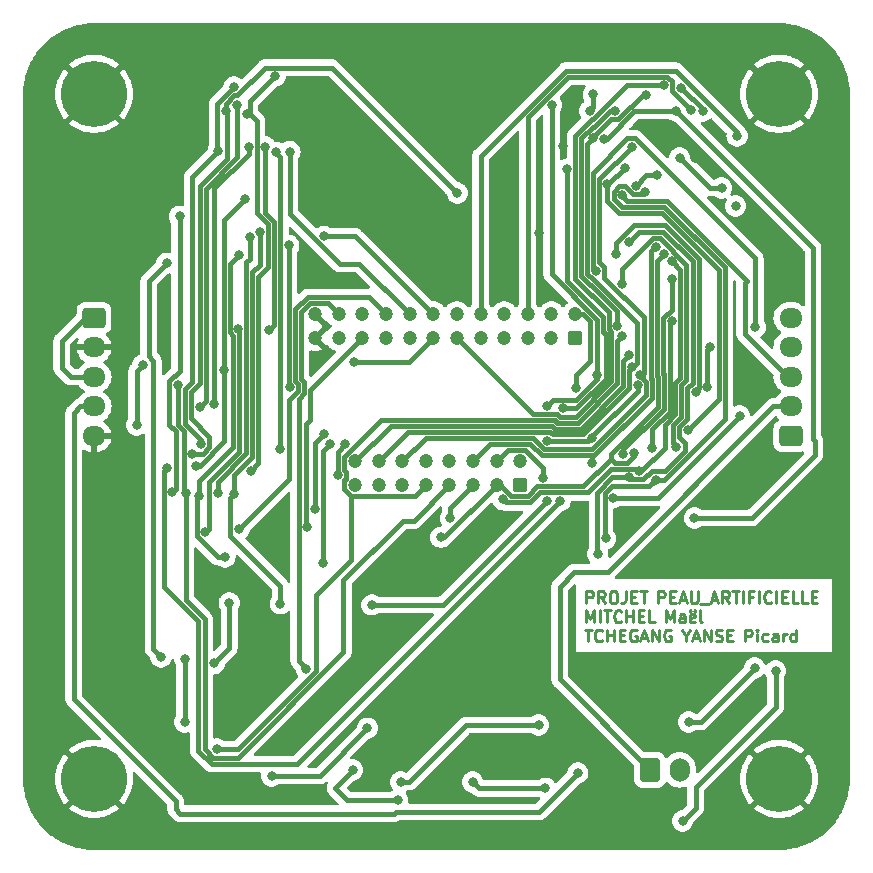
<source format=gbr>
%TF.GenerationSoftware,KiCad,Pcbnew,(7.0.0)*%
%TF.CreationDate,2024-02-29T14:00:02-03:00*%
%TF.ProjectId,pcb_peau_v1,7063625f-7065-4617-955f-76312e6b6963,rev?*%
%TF.SameCoordinates,Original*%
%TF.FileFunction,Copper,L2,Bot*%
%TF.FilePolarity,Positive*%
%FSLAX46Y46*%
G04 Gerber Fmt 4.6, Leading zero omitted, Abs format (unit mm)*
G04 Created by KiCad (PCBNEW (7.0.0)) date 2024-02-29 14:00:02*
%MOMM*%
%LPD*%
G01*
G04 APERTURE LIST*
G04 Aperture macros list*
%AMRoundRect*
0 Rectangle with rounded corners*
0 $1 Rounding radius*
0 $2 $3 $4 $5 $6 $7 $8 $9 X,Y pos of 4 corners*
0 Add a 4 corners polygon primitive as box body*
4,1,4,$2,$3,$4,$5,$6,$7,$8,$9,$2,$3,0*
0 Add four circle primitives for the rounded corners*
1,1,$1+$1,$2,$3*
1,1,$1+$1,$4,$5*
1,1,$1+$1,$6,$7*
1,1,$1+$1,$8,$9*
0 Add four rect primitives between the rounded corners*
20,1,$1+$1,$2,$3,$4,$5,0*
20,1,$1+$1,$4,$5,$6,$7,0*
20,1,$1+$1,$6,$7,$8,$9,0*
20,1,$1+$1,$8,$9,$2,$3,0*%
G04 Aperture macros list end*
%ADD10C,0.250000*%
%TA.AperFunction,NonConductor*%
%ADD11C,0.250000*%
%TD*%
%TA.AperFunction,ComponentPad*%
%ADD12RoundRect,0.250000X-0.600000X-0.750000X0.600000X-0.750000X0.600000X0.750000X-0.600000X0.750000X0*%
%TD*%
%TA.AperFunction,ComponentPad*%
%ADD13O,1.700000X2.000000*%
%TD*%
%TA.AperFunction,ComponentPad*%
%ADD14C,5.600000*%
%TD*%
%TA.AperFunction,ComponentPad*%
%ADD15RoundRect,0.250000X0.725000X-0.600000X0.725000X0.600000X-0.725000X0.600000X-0.725000X-0.600000X0*%
%TD*%
%TA.AperFunction,ComponentPad*%
%ADD16O,1.950000X1.700000*%
%TD*%
%TA.AperFunction,ComponentPad*%
%ADD17RoundRect,0.250000X0.350000X0.350000X-0.350000X0.350000X-0.350000X-0.350000X0.350000X-0.350000X0*%
%TD*%
%TA.AperFunction,ComponentPad*%
%ADD18C,1.200000*%
%TD*%
%TA.AperFunction,ComponentPad*%
%ADD19RoundRect,0.250000X-0.725000X0.600000X-0.725000X-0.600000X0.725000X-0.600000X0.725000X0.600000X0*%
%TD*%
%TA.AperFunction,ViaPad*%
%ADD20C,0.800000*%
%TD*%
%TA.AperFunction,Conductor*%
%ADD21C,0.400000*%
%TD*%
G04 APERTURE END LIST*
D10*
D11*
X219694095Y-96110380D02*
X219694095Y-95110380D01*
X219694095Y-95110380D02*
X220075047Y-95110380D01*
X220075047Y-95110380D02*
X220170285Y-95158000D01*
X220170285Y-95158000D02*
X220217904Y-95205619D01*
X220217904Y-95205619D02*
X220265523Y-95300857D01*
X220265523Y-95300857D02*
X220265523Y-95443714D01*
X220265523Y-95443714D02*
X220217904Y-95538952D01*
X220217904Y-95538952D02*
X220170285Y-95586571D01*
X220170285Y-95586571D02*
X220075047Y-95634190D01*
X220075047Y-95634190D02*
X219694095Y-95634190D01*
X221265523Y-96110380D02*
X220932190Y-95634190D01*
X220694095Y-96110380D02*
X220694095Y-95110380D01*
X220694095Y-95110380D02*
X221075047Y-95110380D01*
X221075047Y-95110380D02*
X221170285Y-95158000D01*
X221170285Y-95158000D02*
X221217904Y-95205619D01*
X221217904Y-95205619D02*
X221265523Y-95300857D01*
X221265523Y-95300857D02*
X221265523Y-95443714D01*
X221265523Y-95443714D02*
X221217904Y-95538952D01*
X221217904Y-95538952D02*
X221170285Y-95586571D01*
X221170285Y-95586571D02*
X221075047Y-95634190D01*
X221075047Y-95634190D02*
X220694095Y-95634190D01*
X221884571Y-95110380D02*
X222075047Y-95110380D01*
X222075047Y-95110380D02*
X222170285Y-95158000D01*
X222170285Y-95158000D02*
X222265523Y-95253238D01*
X222265523Y-95253238D02*
X222313142Y-95443714D01*
X222313142Y-95443714D02*
X222313142Y-95777047D01*
X222313142Y-95777047D02*
X222265523Y-95967523D01*
X222265523Y-95967523D02*
X222170285Y-96062761D01*
X222170285Y-96062761D02*
X222075047Y-96110380D01*
X222075047Y-96110380D02*
X221884571Y-96110380D01*
X221884571Y-96110380D02*
X221789333Y-96062761D01*
X221789333Y-96062761D02*
X221694095Y-95967523D01*
X221694095Y-95967523D02*
X221646476Y-95777047D01*
X221646476Y-95777047D02*
X221646476Y-95443714D01*
X221646476Y-95443714D02*
X221694095Y-95253238D01*
X221694095Y-95253238D02*
X221789333Y-95158000D01*
X221789333Y-95158000D02*
X221884571Y-95110380D01*
X223027428Y-95110380D02*
X223027428Y-95824666D01*
X223027428Y-95824666D02*
X222979809Y-95967523D01*
X222979809Y-95967523D02*
X222884571Y-96062761D01*
X222884571Y-96062761D02*
X222741714Y-96110380D01*
X222741714Y-96110380D02*
X222646476Y-96110380D01*
X223503619Y-95586571D02*
X223836952Y-95586571D01*
X223979809Y-96110380D02*
X223503619Y-96110380D01*
X223503619Y-96110380D02*
X223503619Y-95110380D01*
X223503619Y-95110380D02*
X223979809Y-95110380D01*
X224265524Y-95110380D02*
X224836952Y-95110380D01*
X224551238Y-96110380D02*
X224551238Y-95110380D01*
X225770286Y-96110380D02*
X225770286Y-95110380D01*
X225770286Y-95110380D02*
X226151238Y-95110380D01*
X226151238Y-95110380D02*
X226246476Y-95158000D01*
X226246476Y-95158000D02*
X226294095Y-95205619D01*
X226294095Y-95205619D02*
X226341714Y-95300857D01*
X226341714Y-95300857D02*
X226341714Y-95443714D01*
X226341714Y-95443714D02*
X226294095Y-95538952D01*
X226294095Y-95538952D02*
X226246476Y-95586571D01*
X226246476Y-95586571D02*
X226151238Y-95634190D01*
X226151238Y-95634190D02*
X225770286Y-95634190D01*
X226770286Y-95586571D02*
X227103619Y-95586571D01*
X227246476Y-96110380D02*
X226770286Y-96110380D01*
X226770286Y-96110380D02*
X226770286Y-95110380D01*
X226770286Y-95110380D02*
X227246476Y-95110380D01*
X227627429Y-95824666D02*
X228103619Y-95824666D01*
X227532191Y-96110380D02*
X227865524Y-95110380D01*
X227865524Y-95110380D02*
X228198857Y-96110380D01*
X228532191Y-95110380D02*
X228532191Y-95919904D01*
X228532191Y-95919904D02*
X228579810Y-96015142D01*
X228579810Y-96015142D02*
X228627429Y-96062761D01*
X228627429Y-96062761D02*
X228722667Y-96110380D01*
X228722667Y-96110380D02*
X228913143Y-96110380D01*
X228913143Y-96110380D02*
X229008381Y-96062761D01*
X229008381Y-96062761D02*
X229056000Y-96015142D01*
X229056000Y-96015142D02*
X229103619Y-95919904D01*
X229103619Y-95919904D02*
X229103619Y-95110380D01*
X229341715Y-96205619D02*
X230103619Y-96205619D01*
X230294096Y-95824666D02*
X230770286Y-95824666D01*
X230198858Y-96110380D02*
X230532191Y-95110380D01*
X230532191Y-95110380D02*
X230865524Y-96110380D01*
X231770286Y-96110380D02*
X231436953Y-95634190D01*
X231198858Y-96110380D02*
X231198858Y-95110380D01*
X231198858Y-95110380D02*
X231579810Y-95110380D01*
X231579810Y-95110380D02*
X231675048Y-95158000D01*
X231675048Y-95158000D02*
X231722667Y-95205619D01*
X231722667Y-95205619D02*
X231770286Y-95300857D01*
X231770286Y-95300857D02*
X231770286Y-95443714D01*
X231770286Y-95443714D02*
X231722667Y-95538952D01*
X231722667Y-95538952D02*
X231675048Y-95586571D01*
X231675048Y-95586571D02*
X231579810Y-95634190D01*
X231579810Y-95634190D02*
X231198858Y-95634190D01*
X232056001Y-95110380D02*
X232627429Y-95110380D01*
X232341715Y-96110380D02*
X232341715Y-95110380D01*
X232960763Y-96110380D02*
X232960763Y-95110380D01*
X233770286Y-95586571D02*
X233436953Y-95586571D01*
X233436953Y-96110380D02*
X233436953Y-95110380D01*
X233436953Y-95110380D02*
X233913143Y-95110380D01*
X234294096Y-96110380D02*
X234294096Y-95110380D01*
X235341714Y-96015142D02*
X235294095Y-96062761D01*
X235294095Y-96062761D02*
X235151238Y-96110380D01*
X235151238Y-96110380D02*
X235056000Y-96110380D01*
X235056000Y-96110380D02*
X234913143Y-96062761D01*
X234913143Y-96062761D02*
X234817905Y-95967523D01*
X234817905Y-95967523D02*
X234770286Y-95872285D01*
X234770286Y-95872285D02*
X234722667Y-95681809D01*
X234722667Y-95681809D02*
X234722667Y-95538952D01*
X234722667Y-95538952D02*
X234770286Y-95348476D01*
X234770286Y-95348476D02*
X234817905Y-95253238D01*
X234817905Y-95253238D02*
X234913143Y-95158000D01*
X234913143Y-95158000D02*
X235056000Y-95110380D01*
X235056000Y-95110380D02*
X235151238Y-95110380D01*
X235151238Y-95110380D02*
X235294095Y-95158000D01*
X235294095Y-95158000D02*
X235341714Y-95205619D01*
X235770286Y-96110380D02*
X235770286Y-95110380D01*
X236246476Y-95586571D02*
X236579809Y-95586571D01*
X236722666Y-96110380D02*
X236246476Y-96110380D01*
X236246476Y-96110380D02*
X236246476Y-95110380D01*
X236246476Y-95110380D02*
X236722666Y-95110380D01*
X237627428Y-96110380D02*
X237151238Y-96110380D01*
X237151238Y-96110380D02*
X237151238Y-95110380D01*
X238436952Y-96110380D02*
X237960762Y-96110380D01*
X237960762Y-96110380D02*
X237960762Y-95110380D01*
X238770286Y-95586571D02*
X239103619Y-95586571D01*
X239246476Y-96110380D02*
X238770286Y-96110380D01*
X238770286Y-96110380D02*
X238770286Y-95110380D01*
X238770286Y-95110380D02*
X239246476Y-95110380D01*
X219694095Y-97730380D02*
X219694095Y-96730380D01*
X219694095Y-96730380D02*
X220027428Y-97444666D01*
X220027428Y-97444666D02*
X220360761Y-96730380D01*
X220360761Y-96730380D02*
X220360761Y-97730380D01*
X220836952Y-97730380D02*
X220836952Y-96730380D01*
X221170285Y-96730380D02*
X221741713Y-96730380D01*
X221455999Y-97730380D02*
X221455999Y-96730380D01*
X222646475Y-97635142D02*
X222598856Y-97682761D01*
X222598856Y-97682761D02*
X222455999Y-97730380D01*
X222455999Y-97730380D02*
X222360761Y-97730380D01*
X222360761Y-97730380D02*
X222217904Y-97682761D01*
X222217904Y-97682761D02*
X222122666Y-97587523D01*
X222122666Y-97587523D02*
X222075047Y-97492285D01*
X222075047Y-97492285D02*
X222027428Y-97301809D01*
X222027428Y-97301809D02*
X222027428Y-97158952D01*
X222027428Y-97158952D02*
X222075047Y-96968476D01*
X222075047Y-96968476D02*
X222122666Y-96873238D01*
X222122666Y-96873238D02*
X222217904Y-96778000D01*
X222217904Y-96778000D02*
X222360761Y-96730380D01*
X222360761Y-96730380D02*
X222455999Y-96730380D01*
X222455999Y-96730380D02*
X222598856Y-96778000D01*
X222598856Y-96778000D02*
X222646475Y-96825619D01*
X223075047Y-97730380D02*
X223075047Y-96730380D01*
X223075047Y-97206571D02*
X223646475Y-97206571D01*
X223646475Y-97730380D02*
X223646475Y-96730380D01*
X224122666Y-97206571D02*
X224455999Y-97206571D01*
X224598856Y-97730380D02*
X224122666Y-97730380D01*
X224122666Y-97730380D02*
X224122666Y-96730380D01*
X224122666Y-96730380D02*
X224598856Y-96730380D01*
X225503618Y-97730380D02*
X225027428Y-97730380D01*
X225027428Y-97730380D02*
X225027428Y-96730380D01*
X226436952Y-97730380D02*
X226436952Y-96730380D01*
X226436952Y-96730380D02*
X226770285Y-97444666D01*
X226770285Y-97444666D02*
X227103618Y-96730380D01*
X227103618Y-96730380D02*
X227103618Y-97730380D01*
X228008380Y-97730380D02*
X228008380Y-97206571D01*
X228008380Y-97206571D02*
X227960761Y-97111333D01*
X227960761Y-97111333D02*
X227865523Y-97063714D01*
X227865523Y-97063714D02*
X227675047Y-97063714D01*
X227675047Y-97063714D02*
X227579809Y-97111333D01*
X228008380Y-97682761D02*
X227913142Y-97730380D01*
X227913142Y-97730380D02*
X227675047Y-97730380D01*
X227675047Y-97730380D02*
X227579809Y-97682761D01*
X227579809Y-97682761D02*
X227532190Y-97587523D01*
X227532190Y-97587523D02*
X227532190Y-97492285D01*
X227532190Y-97492285D02*
X227579809Y-97397047D01*
X227579809Y-97397047D02*
X227675047Y-97349428D01*
X227675047Y-97349428D02*
X227913142Y-97349428D01*
X227913142Y-97349428D02*
X228008380Y-97301809D01*
X228865523Y-97682761D02*
X228770285Y-97730380D01*
X228770285Y-97730380D02*
X228579809Y-97730380D01*
X228579809Y-97730380D02*
X228484571Y-97682761D01*
X228484571Y-97682761D02*
X228436952Y-97587523D01*
X228436952Y-97587523D02*
X228436952Y-97206571D01*
X228436952Y-97206571D02*
X228484571Y-97111333D01*
X228484571Y-97111333D02*
X228579809Y-97063714D01*
X228579809Y-97063714D02*
X228770285Y-97063714D01*
X228770285Y-97063714D02*
X228865523Y-97111333D01*
X228865523Y-97111333D02*
X228913142Y-97206571D01*
X228913142Y-97206571D02*
X228913142Y-97301809D01*
X228913142Y-97301809D02*
X228436952Y-97397047D01*
X228484571Y-96730380D02*
X228532190Y-96778000D01*
X228532190Y-96778000D02*
X228484571Y-96825619D01*
X228484571Y-96825619D02*
X228436952Y-96778000D01*
X228436952Y-96778000D02*
X228484571Y-96730380D01*
X228484571Y-96730380D02*
X228484571Y-96825619D01*
X228865523Y-96730380D02*
X228913142Y-96778000D01*
X228913142Y-96778000D02*
X228865523Y-96825619D01*
X228865523Y-96825619D02*
X228817904Y-96778000D01*
X228817904Y-96778000D02*
X228865523Y-96730380D01*
X228865523Y-96730380D02*
X228865523Y-96825619D01*
X229484571Y-97730380D02*
X229389333Y-97682761D01*
X229389333Y-97682761D02*
X229341714Y-97587523D01*
X229341714Y-97587523D02*
X229341714Y-96730380D01*
X219551238Y-98350380D02*
X220122666Y-98350380D01*
X219836952Y-99350380D02*
X219836952Y-98350380D01*
X221027428Y-99255142D02*
X220979809Y-99302761D01*
X220979809Y-99302761D02*
X220836952Y-99350380D01*
X220836952Y-99350380D02*
X220741714Y-99350380D01*
X220741714Y-99350380D02*
X220598857Y-99302761D01*
X220598857Y-99302761D02*
X220503619Y-99207523D01*
X220503619Y-99207523D02*
X220456000Y-99112285D01*
X220456000Y-99112285D02*
X220408381Y-98921809D01*
X220408381Y-98921809D02*
X220408381Y-98778952D01*
X220408381Y-98778952D02*
X220456000Y-98588476D01*
X220456000Y-98588476D02*
X220503619Y-98493238D01*
X220503619Y-98493238D02*
X220598857Y-98398000D01*
X220598857Y-98398000D02*
X220741714Y-98350380D01*
X220741714Y-98350380D02*
X220836952Y-98350380D01*
X220836952Y-98350380D02*
X220979809Y-98398000D01*
X220979809Y-98398000D02*
X221027428Y-98445619D01*
X221456000Y-99350380D02*
X221456000Y-98350380D01*
X221456000Y-98826571D02*
X222027428Y-98826571D01*
X222027428Y-99350380D02*
X222027428Y-98350380D01*
X222503619Y-98826571D02*
X222836952Y-98826571D01*
X222979809Y-99350380D02*
X222503619Y-99350380D01*
X222503619Y-99350380D02*
X222503619Y-98350380D01*
X222503619Y-98350380D02*
X222979809Y-98350380D01*
X223932190Y-98398000D02*
X223836952Y-98350380D01*
X223836952Y-98350380D02*
X223694095Y-98350380D01*
X223694095Y-98350380D02*
X223551238Y-98398000D01*
X223551238Y-98398000D02*
X223456000Y-98493238D01*
X223456000Y-98493238D02*
X223408381Y-98588476D01*
X223408381Y-98588476D02*
X223360762Y-98778952D01*
X223360762Y-98778952D02*
X223360762Y-98921809D01*
X223360762Y-98921809D02*
X223408381Y-99112285D01*
X223408381Y-99112285D02*
X223456000Y-99207523D01*
X223456000Y-99207523D02*
X223551238Y-99302761D01*
X223551238Y-99302761D02*
X223694095Y-99350380D01*
X223694095Y-99350380D02*
X223789333Y-99350380D01*
X223789333Y-99350380D02*
X223932190Y-99302761D01*
X223932190Y-99302761D02*
X223979809Y-99255142D01*
X223979809Y-99255142D02*
X223979809Y-98921809D01*
X223979809Y-98921809D02*
X223789333Y-98921809D01*
X224360762Y-99064666D02*
X224836952Y-99064666D01*
X224265524Y-99350380D02*
X224598857Y-98350380D01*
X224598857Y-98350380D02*
X224932190Y-99350380D01*
X225265524Y-99350380D02*
X225265524Y-98350380D01*
X225265524Y-98350380D02*
X225836952Y-99350380D01*
X225836952Y-99350380D02*
X225836952Y-98350380D01*
X226836952Y-98398000D02*
X226741714Y-98350380D01*
X226741714Y-98350380D02*
X226598857Y-98350380D01*
X226598857Y-98350380D02*
X226456000Y-98398000D01*
X226456000Y-98398000D02*
X226360762Y-98493238D01*
X226360762Y-98493238D02*
X226313143Y-98588476D01*
X226313143Y-98588476D02*
X226265524Y-98778952D01*
X226265524Y-98778952D02*
X226265524Y-98921809D01*
X226265524Y-98921809D02*
X226313143Y-99112285D01*
X226313143Y-99112285D02*
X226360762Y-99207523D01*
X226360762Y-99207523D02*
X226456000Y-99302761D01*
X226456000Y-99302761D02*
X226598857Y-99350380D01*
X226598857Y-99350380D02*
X226694095Y-99350380D01*
X226694095Y-99350380D02*
X226836952Y-99302761D01*
X226836952Y-99302761D02*
X226884571Y-99255142D01*
X226884571Y-99255142D02*
X226884571Y-98921809D01*
X226884571Y-98921809D02*
X226694095Y-98921809D01*
X228103619Y-98874190D02*
X228103619Y-99350380D01*
X227770286Y-98350380D02*
X228103619Y-98874190D01*
X228103619Y-98874190D02*
X228436952Y-98350380D01*
X228722667Y-99064666D02*
X229198857Y-99064666D01*
X228627429Y-99350380D02*
X228960762Y-98350380D01*
X228960762Y-98350380D02*
X229294095Y-99350380D01*
X229627429Y-99350380D02*
X229627429Y-98350380D01*
X229627429Y-98350380D02*
X230198857Y-99350380D01*
X230198857Y-99350380D02*
X230198857Y-98350380D01*
X230627429Y-99302761D02*
X230770286Y-99350380D01*
X230770286Y-99350380D02*
X231008381Y-99350380D01*
X231008381Y-99350380D02*
X231103619Y-99302761D01*
X231103619Y-99302761D02*
X231151238Y-99255142D01*
X231151238Y-99255142D02*
X231198857Y-99159904D01*
X231198857Y-99159904D02*
X231198857Y-99064666D01*
X231198857Y-99064666D02*
X231151238Y-98969428D01*
X231151238Y-98969428D02*
X231103619Y-98921809D01*
X231103619Y-98921809D02*
X231008381Y-98874190D01*
X231008381Y-98874190D02*
X230817905Y-98826571D01*
X230817905Y-98826571D02*
X230722667Y-98778952D01*
X230722667Y-98778952D02*
X230675048Y-98731333D01*
X230675048Y-98731333D02*
X230627429Y-98636095D01*
X230627429Y-98636095D02*
X230627429Y-98540857D01*
X230627429Y-98540857D02*
X230675048Y-98445619D01*
X230675048Y-98445619D02*
X230722667Y-98398000D01*
X230722667Y-98398000D02*
X230817905Y-98350380D01*
X230817905Y-98350380D02*
X231056000Y-98350380D01*
X231056000Y-98350380D02*
X231198857Y-98398000D01*
X231627429Y-98826571D02*
X231960762Y-98826571D01*
X232103619Y-99350380D02*
X231627429Y-99350380D01*
X231627429Y-99350380D02*
X231627429Y-98350380D01*
X231627429Y-98350380D02*
X232103619Y-98350380D01*
X233132191Y-99350380D02*
X233132191Y-98350380D01*
X233132191Y-98350380D02*
X233513143Y-98350380D01*
X233513143Y-98350380D02*
X233608381Y-98398000D01*
X233608381Y-98398000D02*
X233656000Y-98445619D01*
X233656000Y-98445619D02*
X233703619Y-98540857D01*
X233703619Y-98540857D02*
X233703619Y-98683714D01*
X233703619Y-98683714D02*
X233656000Y-98778952D01*
X233656000Y-98778952D02*
X233608381Y-98826571D01*
X233608381Y-98826571D02*
X233513143Y-98874190D01*
X233513143Y-98874190D02*
X233132191Y-98874190D01*
X234132191Y-99350380D02*
X234132191Y-98683714D01*
X234132191Y-98350380D02*
X234084572Y-98398000D01*
X234084572Y-98398000D02*
X234132191Y-98445619D01*
X234132191Y-98445619D02*
X234179810Y-98398000D01*
X234179810Y-98398000D02*
X234132191Y-98350380D01*
X234132191Y-98350380D02*
X234132191Y-98445619D01*
X235036952Y-99302761D02*
X234941714Y-99350380D01*
X234941714Y-99350380D02*
X234751238Y-99350380D01*
X234751238Y-99350380D02*
X234656000Y-99302761D01*
X234656000Y-99302761D02*
X234608381Y-99255142D01*
X234608381Y-99255142D02*
X234560762Y-99159904D01*
X234560762Y-99159904D02*
X234560762Y-98874190D01*
X234560762Y-98874190D02*
X234608381Y-98778952D01*
X234608381Y-98778952D02*
X234656000Y-98731333D01*
X234656000Y-98731333D02*
X234751238Y-98683714D01*
X234751238Y-98683714D02*
X234941714Y-98683714D01*
X234941714Y-98683714D02*
X235036952Y-98731333D01*
X235894095Y-99350380D02*
X235894095Y-98826571D01*
X235894095Y-98826571D02*
X235846476Y-98731333D01*
X235846476Y-98731333D02*
X235751238Y-98683714D01*
X235751238Y-98683714D02*
X235560762Y-98683714D01*
X235560762Y-98683714D02*
X235465524Y-98731333D01*
X235894095Y-99302761D02*
X235798857Y-99350380D01*
X235798857Y-99350380D02*
X235560762Y-99350380D01*
X235560762Y-99350380D02*
X235465524Y-99302761D01*
X235465524Y-99302761D02*
X235417905Y-99207523D01*
X235417905Y-99207523D02*
X235417905Y-99112285D01*
X235417905Y-99112285D02*
X235465524Y-99017047D01*
X235465524Y-99017047D02*
X235560762Y-98969428D01*
X235560762Y-98969428D02*
X235798857Y-98969428D01*
X235798857Y-98969428D02*
X235894095Y-98921809D01*
X236370286Y-99350380D02*
X236370286Y-98683714D01*
X236370286Y-98874190D02*
X236417905Y-98778952D01*
X236417905Y-98778952D02*
X236465524Y-98731333D01*
X236465524Y-98731333D02*
X236560762Y-98683714D01*
X236560762Y-98683714D02*
X236656000Y-98683714D01*
X237417905Y-99350380D02*
X237417905Y-98350380D01*
X237417905Y-99302761D02*
X237322667Y-99350380D01*
X237322667Y-99350380D02*
X237132191Y-99350380D01*
X237132191Y-99350380D02*
X237036953Y-99302761D01*
X237036953Y-99302761D02*
X236989334Y-99255142D01*
X236989334Y-99255142D02*
X236941715Y-99159904D01*
X236941715Y-99159904D02*
X236941715Y-98874190D01*
X236941715Y-98874190D02*
X236989334Y-98778952D01*
X236989334Y-98778952D02*
X237036953Y-98731333D01*
X237036953Y-98731333D02*
X237132191Y-98683714D01*
X237132191Y-98683714D02*
X237322667Y-98683714D01*
X237322667Y-98683714D02*
X237417905Y-98731333D01*
D12*
%TO.P,J3,1,Pin_1*%
%TO.N,AOP0IN+*%
X225084000Y-110236000D03*
D13*
%TO.P,J3,2,Pin_2*%
%TO.N,GND*%
X227583999Y-110235999D03*
%TD*%
D14*
%TO.P,H1,1,1*%
%TO.N,0*%
X178000000Y-53000000D03*
%TD*%
%TO.P,H3,1,1*%
%TO.N,0*%
X236000000Y-111000000D03*
%TD*%
%TO.P,H4,1,1*%
%TO.N,0*%
X178000000Y-111000000D03*
%TD*%
%TO.P,H2,1,1*%
%TO.N,0*%
X236000000Y-53000000D03*
%TD*%
D15*
%TO.P,J2,1,Pin_1*%
%TO.N,1-ENTREE*%
X237000000Y-81962500D03*
D16*
%TO.P,J2,2,Pin_2*%
%TO.N,AOP0IN+*%
X236999999Y-79462499D03*
%TO.P,J2,3,Pin_3*%
%TO.N,2-ENTREE*%
X236999999Y-76962499D03*
%TO.P,J2,4,Pin_4*%
%TO.N,unconnected-(J2-Pin_4-Pad4)*%
X236999999Y-74462499D03*
%TO.P,J2,5,Pin_5*%
%TO.N,unconnected-(J2-Pin_5-Pad5)*%
X236999999Y-71962499D03*
%TD*%
D17*
%TO.P,J4,1,Pin_1*%
%TO.N,Net-(J4-Pin_1)*%
X214090000Y-86106000D03*
D18*
%TO.P,J4,2,Pin_2*%
%TO.N,Net-(J4-Pin_2)*%
X214090000Y-84106000D03*
%TO.P,J4,3,Pin_3*%
%TO.N,Net-(J4-Pin_3)*%
X212090000Y-86106000D03*
%TO.P,J4,4,Pin_4*%
%TO.N,Net-(J4-Pin_4)*%
X212090000Y-84106000D03*
%TO.P,J4,5,Pin_5*%
%TO.N,Net-(J4-Pin_5)*%
X210090000Y-86106000D03*
%TO.P,J4,6,Pin_6*%
%TO.N,Net-(J4-Pin_6)*%
X210090000Y-84106000D03*
%TO.P,J4,7,Pin_7*%
%TO.N,Net-(J4-Pin_7)*%
X208090000Y-86106000D03*
%TO.P,J4,8,Pin_8*%
%TO.N,Net-(J4-Pin_8)*%
X208090000Y-84106000D03*
%TO.P,J4,9,Pin_9*%
%TO.N,Net-(J4-Pin_9)*%
X206090000Y-86106000D03*
%TO.P,J4,10,Pin_10*%
%TO.N,Net-(J4-Pin_10)*%
X206090000Y-84106000D03*
%TO.P,J4,11,Pin_11*%
%TO.N,Net-(J4-Pin_11)*%
X204090000Y-86106000D03*
%TO.P,J4,12,Pin_12*%
%TO.N,Net-(J4-Pin_12)*%
X204090000Y-84106000D03*
%TO.P,J4,13,Pin_13*%
%TO.N,Net-(J4-Pin_13)*%
X202090000Y-86106000D03*
%TO.P,J4,14,Pin_14*%
%TO.N,Net-(J4-Pin_14)*%
X202090000Y-84106000D03*
%TO.P,J4,15,Pin_15*%
%TO.N,Net-(J4-Pin_15)*%
X200090000Y-86106000D03*
%TO.P,J4,16,Pin_16*%
%TO.N,Net-(J4-Pin_16)*%
X200090000Y-84106000D03*
%TD*%
D19*
%TO.P,J1,1,Pin_1*%
%TO.N,+5V*%
X178000000Y-71962500D03*
D16*
%TO.P,J1,2,Pin_2*%
%TO.N,0*%
X177999999Y-74462499D03*
%TO.P,J1,3,Pin_3*%
%TO.N,+5V*%
X177999999Y-76962499D03*
%TO.P,J1,4,Pin_4*%
%TO.N,+12V*%
X177999999Y-79462499D03*
%TO.P,J1,5,Pin_5*%
%TO.N,0*%
X177999999Y-81962499D03*
%TD*%
D18*
%TO.P,J5,24,Pin_24*%
%TO.N,0*%
X196724000Y-71660000D03*
%TO.P,J5,23,Pin_23*%
X196724000Y-73660000D03*
%TO.P,J5,22,Pin_22*%
%TO.N,TRIOAOP1*%
X198724000Y-71660000D03*
%TO.P,J5,21,Pin_21*%
%TO.N,D2*%
X198724000Y-73660000D03*
%TO.P,J5,20,Pin_20*%
%TO.N,C2*%
X200724000Y-71660000D03*
%TO.P,J5,19,Pin_19*%
%TO.N,B2*%
X200724000Y-73660000D03*
%TO.P,J5,18,Pin_18*%
%TO.N,A2*%
X202724000Y-71660000D03*
%TO.P,J5,17,Pin_17*%
%TO.N,NE2*%
X202724000Y-73660000D03*
%TO.P,J5,16,Pin_16*%
%TO.N,D4*%
X204724000Y-71660000D03*
%TO.P,J5,15,Pin_15*%
%TO.N,C4*%
X204724000Y-73660000D03*
%TO.P,J5,14,Pin_14*%
%TO.N,B4*%
X206724000Y-71660000D03*
%TO.P,J5,13,Pin_13*%
%TO.N,A4*%
X206724000Y-73660000D03*
%TO.P,J5,12,Pin_12*%
%TO.N,unconnected-(J5-Pin_12-Pad12)*%
X208724000Y-71660000D03*
%TO.P,J5,11,Pin_11*%
%TO.N,D3*%
X208724000Y-73660000D03*
%TO.P,J5,10,Pin_10*%
%TO.N,C3*%
X210724000Y-71660000D03*
%TO.P,J5,9,Pin_9*%
%TO.N,B3*%
X210724000Y-73660000D03*
%TO.P,J5,8,Pin_8*%
%TO.N,A3*%
X212724000Y-71660000D03*
%TO.P,J5,7,Pin_7*%
%TO.N,unconnected-(J5-Pin_7-Pad7)*%
X212724000Y-73660000D03*
%TO.P,J5,6,Pin_6*%
%TO.N,NE1*%
X214724000Y-71660000D03*
%TO.P,J5,5,Pin_5*%
%TO.N,D1*%
X214724000Y-73660000D03*
%TO.P,J5,4,Pin_4*%
%TO.N,C1*%
X216724000Y-71660000D03*
%TO.P,J5,3,Pin_3*%
%TO.N,B1*%
X216724000Y-73660000D03*
%TO.P,J5,2,Pin_2*%
%TO.N,A1*%
X218724000Y-71660000D03*
D17*
%TO.P,J5,1,Pin_1*%
%TO.N,unconnected-(J5-Pin_1-Pad1)*%
X218724000Y-73660000D03*
%TD*%
D20*
%TO.N,Net-(R20-Pad1)*%
X203708000Y-112776000D03*
X199898000Y-110236000D03*
%TO.N,Net-(J4-Pin_16)*%
X227584000Y-58420000D03*
X231140000Y-60960000D03*
%TO.N,0*%
X228854000Y-58420000D03*
X193802000Y-97790000D03*
X187706000Y-94996000D03*
X192278000Y-101854000D03*
%TO.N,Net-(U8A-+)*%
X193040000Y-110744000D03*
X201151043Y-106696957D03*
%TO.N,0*%
X181356000Y-101346000D03*
X224790000Y-104140000D03*
X183642000Y-107188000D03*
X205486000Y-90170000D03*
X211328000Y-89154000D03*
X217678000Y-57404000D03*
X222758000Y-90678000D03*
X198882000Y-68834000D03*
X183896000Y-72136000D03*
X204216000Y-92202000D03*
X210820000Y-97790000D03*
X207772000Y-104648000D03*
X195326000Y-106934000D03*
X193802000Y-88392000D03*
X208788000Y-92202000D03*
X233172000Y-77978000D03*
X235458000Y-66294000D03*
X215646000Y-64770000D03*
X213106000Y-66040000D03*
X207772000Y-66040000D03*
X214884000Y-92456000D03*
X198882000Y-61214000D03*
X200406000Y-57150000D03*
%TO.N,*%
X232323300Y-62484000D03*
%TO.N,Net-(U2A-+)*%
X203962000Y-111252000D03*
X215646000Y-106426000D03*
%TO.N,Net-(U9A-+)*%
X216225346Y-111793130D03*
X210058000Y-111252000D03*
%TO.N,Net-(U7A-+)*%
X185674000Y-106172000D03*
X185674000Y-100846500D03*
%TO.N,+5V*%
X228346000Y-106172000D03*
X233934000Y-101600000D03*
%TO.N,Net-(U9A-+)*%
X235712000Y-101854000D03*
X227838000Y-114554000D03*
%TO.N,1-ENTREE*%
X232664000Y-80264000D03*
%TO.N,Net-(J4-Pin_9)*%
X181610000Y-81026000D03*
X182118000Y-75946000D03*
%TO.N,AOP1*%
X183660300Y-100673000D03*
X184157700Y-67332300D03*
%TO.N,-5V*%
X189450000Y-96084400D03*
X188181300Y-101211600D03*
%TO.N,TRIOAOP1*%
X195977800Y-101646000D03*
%TO.N,B2*%
X196047500Y-89676200D03*
%TO.N,A2*%
X190288300Y-89830100D03*
%TO.N,NE2*%
X192780600Y-73010800D03*
X192508700Y-57477900D03*
%TO.N,D4*%
X194579500Y-57879500D03*
%TO.N,C4*%
X193784400Y-83030600D03*
X193422700Y-57948200D03*
%TO.N,B4*%
X197484600Y-65058600D03*
%TO.N,A4*%
X200015600Y-75714600D03*
X194575300Y-77852900D03*
X194488300Y-65829300D03*
%TO.N,D3*%
X226239300Y-52228000D03*
X227729500Y-52475200D03*
X229530200Y-54461000D03*
%TO.N,C3*%
X232445500Y-56554500D03*
%TO.N,B3*%
X222822400Y-83523200D03*
X226898400Y-68657700D03*
%TO.N,A3*%
X223885000Y-60770500D03*
X225658800Y-59891600D03*
%TO.N,NE1*%
X228561100Y-54379600D03*
X222208300Y-66537200D03*
X228936800Y-78216700D03*
%TO.N,C1*%
X220496200Y-67975400D03*
X233989200Y-72758800D03*
%TO.N,B1*%
X222685700Y-69058000D03*
X227305300Y-82900100D03*
%TO.N,A1*%
X218806200Y-77891200D03*
%TO.N,Net-(J4-Pin_16)*%
X191092300Y-57500900D03*
X188183700Y-79243600D03*
X223279800Y-75104900D03*
X230174400Y-74421000D03*
X229936000Y-77818400D03*
%TO.N,Net-(J4-Pin_15)*%
X193346800Y-51473600D03*
X190933400Y-54706600D03*
X191259500Y-84924400D03*
%TO.N,Net-(J4-Pin_14)*%
X223581200Y-76147000D03*
X224754700Y-53052800D03*
X220275900Y-56726400D03*
X199227800Y-82667400D03*
X198616900Y-85273300D03*
%TO.N,Net-(J4-Pin_13)*%
X228279300Y-81466900D03*
X222928300Y-59238900D03*
X189187600Y-54480600D03*
X221453500Y-60663200D03*
X208762000Y-61388900D03*
X186289700Y-83459300D03*
%TO.N,Net-(J4-Pin_12)*%
X224245900Y-76757900D03*
X223512300Y-57475300D03*
X187017300Y-82657200D03*
X188502400Y-57810700D03*
X189827700Y-52417200D03*
%TO.N,Net-(J4-Pin_11)*%
X216750000Y-53949800D03*
X220598200Y-76802400D03*
X186944900Y-79471900D03*
X190101100Y-53904200D03*
X196709200Y-88166500D03*
X197440900Y-81783300D03*
X216342600Y-79384800D03*
%TO.N,Net-(J4-Pin_10)*%
X216389300Y-82391300D03*
X224019600Y-77659900D03*
X220135000Y-82099700D03*
X217734400Y-79622100D03*
X218033100Y-59385500D03*
%TO.N,Net-(J4-Pin_9)*%
X222721200Y-73531500D03*
X188404400Y-108455800D03*
%TO.N,Net-(J4-Pin_8)*%
X185247500Y-63362200D03*
X184639600Y-86730500D03*
X223281000Y-85466900D03*
X220650000Y-91954800D03*
X223313600Y-65500700D03*
%TO.N,Net-(J4-Pin_7)*%
X224182100Y-84935400D03*
X226900600Y-67180200D03*
X212605600Y-87333400D03*
X185786800Y-86790200D03*
X185088400Y-77600800D03*
%TO.N,Net-(J4-Pin_6)*%
X225598200Y-65931200D03*
X220129400Y-84214900D03*
X190197200Y-72896500D03*
X187436600Y-90095800D03*
X198013100Y-82670400D03*
X197413000Y-92681100D03*
%TO.N,Net-(J4-Pin_5)*%
X186853800Y-87047200D03*
X208175000Y-88945000D03*
X221310400Y-90629700D03*
X225573800Y-85652500D03*
X224653600Y-61334700D03*
X189088400Y-92210100D03*
X190269800Y-66662500D03*
%TO.N,Net-(J4-Pin_4)*%
X190825000Y-61882300D03*
X215978500Y-85517800D03*
X189041600Y-76406100D03*
X217448700Y-87482000D03*
X184213500Y-84683600D03*
X186637900Y-84461300D03*
%TO.N,Net-(J4-Pin_3)*%
X191171800Y-65134500D03*
X188456400Y-86756900D03*
X226262800Y-66542300D03*
X223724400Y-83403500D03*
X207365600Y-90539100D03*
%TO.N,Net-(J4-Pin_2)*%
X226898400Y-72250000D03*
X225264500Y-83013100D03*
X216340600Y-87428800D03*
X189842800Y-86885900D03*
X193783000Y-96146900D03*
X201522000Y-96257400D03*
X192029400Y-64670400D03*
%TO.N,Net-(J4-Pin_1)*%
X221184000Y-56785500D03*
X227300000Y-54459500D03*
X228834400Y-88893100D03*
%TO.N,2-ENTREE*%
X222703900Y-61574700D03*
%TO.N,1-ENTREE*%
X221951800Y-87172100D03*
%TO.N,+12V*%
X218958100Y-110492600D03*
%TO.N,+5V*%
X219965800Y-54428600D03*
X220275700Y-53024700D03*
X222082900Y-54426500D03*
X222306000Y-72636700D03*
%TD*%
D21*
%TO.N,Net-(J4-Pin_16)*%
X230121207Y-60960000D02*
X227584000Y-58422793D01*
X231140000Y-60960000D02*
X230121207Y-60960000D01*
X227584000Y-58422793D02*
X227584000Y-58420000D01*
%TO.N,Net-(R20-Pad1)*%
X198412620Y-111721380D02*
X198412620Y-111760000D01*
X199898000Y-110236000D02*
X198412620Y-111721380D01*
X199428620Y-112776000D02*
X203708000Y-112776000D01*
X198412620Y-111760000D02*
X199428620Y-112776000D01*
%TO.N,Net-(U8A-+)*%
X197104000Y-110744000D02*
X193040000Y-110744000D01*
X201151043Y-106696957D02*
X197104000Y-110744000D01*
%TO.N,AOP1*%
X182626000Y-68864000D02*
X184157700Y-67332300D01*
X182626000Y-75181207D02*
X182626000Y-68864000D01*
X183018000Y-75573207D02*
X182626000Y-75181207D01*
X183660300Y-100673000D02*
X183018000Y-100030700D01*
X183018000Y-100030700D02*
X183018000Y-75573207D01*
%TO.N,AOP0IN+*%
X218670592Y-93472000D02*
X217424000Y-94718592D01*
X235497500Y-79462500D02*
X221488000Y-93472000D01*
X221488000Y-93472000D02*
X218670592Y-93472000D01*
X217424000Y-102576000D02*
X225084000Y-110236000D01*
X237000000Y-79462500D02*
X235497500Y-79462500D01*
X217424000Y-94718592D02*
X217424000Y-102576000D01*
%TO.N,+12V*%
X203540168Y-113792000D02*
X215658700Y-113792000D01*
X184921952Y-113579263D02*
X185288069Y-113945380D01*
X184921952Y-112864977D02*
X184921952Y-113579263D01*
X203386788Y-113945380D02*
X203540168Y-113792000D01*
X176276000Y-80010000D02*
X176276000Y-104219025D01*
X176276000Y-104219025D02*
X184921952Y-112864977D01*
X176823500Y-79462500D02*
X176276000Y-80010000D01*
X215658700Y-113792000D02*
X218958100Y-110492600D01*
X178000000Y-79462500D02*
X176823500Y-79462500D01*
X185288069Y-113945380D02*
X203386788Y-113945380D01*
%TO.N,Net-(J4-Pin_1)*%
X239014000Y-82370600D02*
X239014000Y-83566000D01*
X238884800Y-82241400D02*
X239014000Y-82370600D01*
X239014000Y-83566000D02*
X233686900Y-88893100D01*
X238884800Y-66044300D02*
X238884800Y-82241400D01*
X233686900Y-88893100D02*
X228834400Y-88893100D01*
X227300000Y-54459500D02*
X238884800Y-66044300D01*
%TO.N,Net-(U2A-+)*%
X204668739Y-111252000D02*
X203962000Y-111252000D01*
X209494739Y-106426000D02*
X204668739Y-111252000D01*
X215646000Y-106426000D02*
X209494739Y-106426000D01*
%TO.N,Net-(U9A-+)*%
X210599130Y-111793130D02*
X216225346Y-111793130D01*
X210058000Y-111252000D02*
X210599130Y-111793130D01*
%TO.N,Net-(U7A-+)*%
X185674000Y-100846500D02*
X185674000Y-106172000D01*
%TO.N,+5V*%
X229362000Y-106172000D02*
X228346000Y-106172000D01*
X233934000Y-101600000D02*
X229362000Y-106172000D01*
%TO.N,Net-(U9A-+)*%
X235712000Y-104902000D02*
X235712000Y-101854000D01*
X228934000Y-111680000D02*
X235712000Y-104902000D01*
X228934000Y-113458000D02*
X228934000Y-111680000D01*
X227838000Y-114554000D02*
X228934000Y-113458000D01*
%TO.N,2-ENTREE*%
X236728500Y-76962500D02*
X237000000Y-76962500D01*
X233089200Y-73323200D02*
X236728500Y-76962500D01*
X233089200Y-69013500D02*
X233089200Y-73323200D01*
X233287300Y-68815400D02*
X233089200Y-69013500D01*
%TO.N,1-ENTREE*%
X225755900Y-87172100D02*
X221951800Y-87172100D01*
X232664000Y-80264000D02*
X225755900Y-87172100D01*
%TO.N,+5V*%
X177211500Y-71962500D02*
X178000000Y-71962500D01*
X175260000Y-73914000D02*
X177211500Y-71962500D01*
X176022500Y-76962500D02*
X175260000Y-76200000D01*
X175260000Y-76200000D02*
X175260000Y-73914000D01*
X178000000Y-76962500D02*
X176022500Y-76962500D01*
%TO.N,Net-(J4-Pin_9)*%
X182118000Y-75946000D02*
X181610000Y-76454000D01*
X181610000Y-76454000D02*
X181610000Y-81026000D01*
%TO.N,-5V*%
X189450000Y-99942900D02*
X188181300Y-101211600D01*
X189450000Y-96084400D02*
X189450000Y-99942900D01*
%TO.N,TRIOAOP1*%
X197791500Y-70727500D02*
X198724000Y-71660000D01*
X196296300Y-70727500D02*
X197791500Y-70727500D01*
X195525800Y-71498000D02*
X196296300Y-70727500D01*
X195525800Y-77101100D02*
X195525800Y-71498000D01*
X195779100Y-77354400D02*
X195525800Y-77101100D01*
X195779100Y-78351400D02*
X195779100Y-77354400D01*
X195335500Y-78795000D02*
X195779100Y-78351400D01*
X195335500Y-101003700D02*
X195335500Y-78795000D01*
X195977800Y-101646000D02*
X195335500Y-101003700D01*
%TO.N,B2*%
X196281000Y-78103000D02*
X200724000Y-73660000D01*
X196281000Y-80607600D02*
X196281000Y-78103000D01*
X195949500Y-80939100D02*
X196281000Y-80607600D01*
X195949500Y-89578200D02*
X195949500Y-80939100D01*
X196047500Y-89676200D02*
X195949500Y-89578200D01*
%TO.N,A2*%
X201242800Y-70178800D02*
X202724000Y-71660000D01*
X196088700Y-70178800D02*
X201242800Y-70178800D01*
X195022400Y-71245100D02*
X196088700Y-70178800D01*
X195022400Y-77307400D02*
X195022400Y-71245100D01*
X195277200Y-77562200D02*
X195022400Y-77307400D01*
X195277200Y-78143600D02*
X195277200Y-77562200D01*
X194486400Y-78934400D02*
X195277200Y-78143600D01*
X194486400Y-85632000D02*
X194486400Y-78934400D01*
X190288300Y-89830100D02*
X194486400Y-85632000D01*
%TO.N,NE2*%
X193270600Y-72520800D02*
X192780600Y-73010800D01*
X193270600Y-63857600D02*
X193270600Y-72520800D01*
X192508700Y-63095700D02*
X193270600Y-63857600D01*
X192508700Y-57477900D02*
X192508700Y-63095700D01*
%TO.N,D4*%
X200471700Y-67407700D02*
X204724000Y-71660000D01*
X198841200Y-67407700D02*
X200471700Y-67407700D01*
X194579500Y-63146000D02*
X198841200Y-67407700D01*
X194579500Y-57879500D02*
X194579500Y-63146000D01*
%TO.N,C4*%
X193784400Y-58309900D02*
X193784400Y-83030600D01*
X193422700Y-57948200D02*
X193784400Y-58309900D01*
%TO.N,B4*%
X200122600Y-65058600D02*
X197484600Y-65058600D01*
X206724000Y-71660000D02*
X200122600Y-65058600D01*
%TO.N,A4*%
X204669400Y-75714600D02*
X200015600Y-75714600D01*
X206724000Y-73660000D02*
X204669400Y-75714600D01*
X194488400Y-65829300D02*
X194488300Y-65829300D01*
X194488400Y-77766000D02*
X194488400Y-65829300D01*
X194575300Y-77852900D02*
X194488400Y-77766000D01*
%TO.N,D3*%
X229530200Y-54275900D02*
X229530200Y-54461000D01*
X227729500Y-52475200D02*
X229530200Y-54275900D01*
X223157500Y-52228000D02*
X226239300Y-52228000D01*
X220667700Y-54717800D02*
X223157500Y-52228000D01*
X220667700Y-54719300D02*
X220667700Y-54717800D01*
X220256500Y-55130500D02*
X220667700Y-54719300D01*
X220166400Y-55130500D02*
X220256500Y-55130500D01*
X218735100Y-56561800D02*
X220166400Y-55130500D01*
X218735100Y-68626200D02*
X218735100Y-56561800D01*
X221604000Y-71495100D02*
X218735100Y-68626200D01*
X221604100Y-71495100D02*
X221604000Y-71495100D01*
X221604100Y-72927300D02*
X221604100Y-71495100D01*
X221811900Y-73135100D02*
X221604100Y-72927300D01*
X221811900Y-77301000D02*
X221811900Y-73135100D01*
X218788900Y-80324000D02*
X221811900Y-77301000D01*
X217443800Y-80324000D02*
X218788900Y-80324000D01*
X217206500Y-80086700D02*
X217443800Y-80324000D01*
X215150700Y-80086700D02*
X217206500Y-80086700D01*
X208724000Y-73660000D02*
X215150700Y-80086700D01*
%TO.N,C3*%
X210724000Y-58232000D02*
X210724000Y-71660000D01*
X217931800Y-51024200D02*
X210724000Y-58232000D01*
X227271100Y-51024200D02*
X217931800Y-51024200D01*
X232445500Y-56198600D02*
X227271100Y-51024200D01*
X232445500Y-56554500D02*
X232445500Y-56198600D01*
%TO.N,B3*%
X226898400Y-71257600D02*
X226898400Y-68657700D01*
X226898300Y-71257600D02*
X226898400Y-71257600D01*
X226196500Y-71959400D02*
X226898300Y-71257600D01*
X226196500Y-76715100D02*
X226196500Y-71959400D01*
X226227200Y-76745800D02*
X226196500Y-76715100D01*
X226227200Y-79687700D02*
X226227200Y-76745800D01*
X222822400Y-83092500D02*
X226227200Y-79687700D01*
X222822400Y-83523200D02*
X222822400Y-83092500D01*
%TO.N,A3*%
X224763900Y-59891600D02*
X223885000Y-60770500D01*
X225658800Y-59891600D02*
X224763900Y-59891600D01*
%TO.N,NE1*%
X226941200Y-52759700D02*
X228561100Y-54379600D01*
X226941200Y-51937300D02*
X226941200Y-52759700D01*
X226530000Y-51526100D02*
X226941200Y-51937300D01*
X218139600Y-51526100D02*
X226530000Y-51526100D01*
X214724000Y-54941700D02*
X218139600Y-51526100D01*
X214724000Y-71660000D02*
X214724000Y-54941700D01*
X229218300Y-77935200D02*
X228936800Y-78216700D01*
X229218300Y-66989200D02*
X229218300Y-77935200D01*
X226354000Y-64124900D02*
X229218300Y-66989200D01*
X223696900Y-64124900D02*
X226354000Y-64124900D01*
X222208300Y-65613500D02*
X223696900Y-64124900D01*
X222208300Y-66537200D02*
X222208300Y-65613500D01*
%TO.N,C1*%
X233989200Y-66928800D02*
X233989200Y-72758800D01*
X223828800Y-56768400D02*
X233989200Y-66928800D01*
X223164900Y-56768400D02*
X223828800Y-56768400D01*
X220240800Y-59692500D02*
X223164900Y-56768400D01*
X220240800Y-67720000D02*
X220240800Y-59692500D01*
X220496200Y-67975400D02*
X220240800Y-67720000D01*
%TO.N,B1*%
X222685700Y-67850900D02*
X222685700Y-69058000D01*
X225334500Y-65202100D02*
X222685700Y-67850900D01*
X225915300Y-65202100D02*
X225334500Y-65202100D01*
X228155800Y-67442600D02*
X225915300Y-65202100D01*
X228155800Y-77218100D02*
X228155800Y-67442600D01*
X227732900Y-77641000D02*
X228155800Y-77218100D01*
X227732900Y-80311100D02*
X227732900Y-77641000D01*
X226990300Y-81053700D02*
X227732900Y-80311100D01*
X226990300Y-82585100D02*
X226990300Y-81053700D01*
X227305300Y-82900100D02*
X226990300Y-82585100D01*
%TO.N,A1*%
X218806200Y-76788900D02*
X218806200Y-77891200D01*
X220021100Y-75574000D02*
X218806200Y-76788900D01*
X220021100Y-72260000D02*
X220021100Y-75574000D01*
X219421100Y-71660000D02*
X220021100Y-72260000D01*
X218724000Y-71660000D02*
X219421100Y-71660000D01*
%TO.N,Net-(J4-Pin_16)*%
X229936000Y-74659400D02*
X229936000Y-77818400D01*
X230174400Y-74421000D02*
X229936000Y-74659400D01*
X191092200Y-57500900D02*
X191092300Y-57500900D01*
X191092200Y-58091500D02*
X191092200Y-57500900D01*
X188183700Y-61000000D02*
X191092200Y-58091500D01*
X188183700Y-79243600D02*
X188183700Y-61000000D01*
X222815700Y-75569000D02*
X223279800Y-75104900D01*
X222815700Y-77716600D02*
X222815700Y-75569000D01*
X219204500Y-81327800D02*
X222815700Y-77716600D01*
X217028200Y-81327800D02*
X219204500Y-81327800D01*
X216790900Y-81090500D02*
X217028200Y-81327800D01*
X203105500Y-81090500D02*
X216790900Y-81090500D01*
X200090000Y-84106000D02*
X203105500Y-81090500D01*
%TO.N,Net-(J4-Pin_15)*%
X190933400Y-54706600D02*
X191195800Y-54706600D01*
X191195800Y-53624600D02*
X191195800Y-54706600D01*
X193346800Y-51473600D02*
X191195800Y-53624600D01*
X191903800Y-84280100D02*
X191259500Y-84924400D01*
X191903800Y-68495600D02*
X191903800Y-84280100D01*
X192752100Y-67647300D02*
X191903800Y-68495600D01*
X192752100Y-64048800D02*
X192752100Y-67647300D01*
X191795700Y-63092400D02*
X192752100Y-64048800D01*
X191795700Y-55306500D02*
X191795700Y-63092400D01*
X191195800Y-54706600D02*
X191795700Y-55306500D01*
%TO.N,Net-(J4-Pin_14)*%
X223981700Y-75746500D02*
X223581200Y-76147000D01*
X223981700Y-72380900D02*
X223981700Y-75746500D01*
X220278100Y-68677300D02*
X223981700Y-72380900D01*
X220205600Y-68677300D02*
X220278100Y-68677300D01*
X219738900Y-68210600D02*
X220205600Y-68677300D01*
X219738900Y-57263400D02*
X219738900Y-68210600D01*
X220275900Y-56726400D02*
X219738900Y-57263400D01*
X224449100Y-53052800D02*
X224754700Y-53052800D01*
X224449100Y-53052900D02*
X224449100Y-53052800D01*
X222373600Y-55128400D02*
X224449100Y-53052900D01*
X221792100Y-55128400D02*
X222373600Y-55128400D01*
X220275900Y-56644600D02*
X221792100Y-55128400D01*
X220275900Y-56726400D02*
X220275900Y-56644600D01*
X198616900Y-83278300D02*
X199227800Y-82667400D01*
X198616900Y-85273300D02*
X198616900Y-83278300D01*
X223317600Y-76410600D02*
X223581200Y-76147000D01*
X223317600Y-77924400D02*
X223317600Y-76410600D01*
X219412300Y-81829700D02*
X223317600Y-77924400D01*
X216820400Y-81829700D02*
X219412300Y-81829700D01*
X216584600Y-81593900D02*
X216820400Y-81829700D01*
X204602100Y-81593900D02*
X216584600Y-81593900D01*
X202090000Y-84106000D02*
X204602100Y-81593900D01*
%TO.N,Net-(J4-Pin_13)*%
X221504000Y-60663200D02*
X222928300Y-59238900D01*
X221453500Y-60663200D02*
X221504000Y-60663200D01*
X230889200Y-78857000D02*
X228279300Y-81466900D01*
X230889200Y-67879300D02*
X230889200Y-78857000D01*
X226050400Y-63040500D02*
X230889200Y-67879300D01*
X222452500Y-63040500D02*
X226050400Y-63040500D01*
X221453500Y-62041500D02*
X222452500Y-63040500D01*
X221453500Y-60663200D02*
X221453500Y-62041500D01*
X189236900Y-54529900D02*
X189187600Y-54480600D01*
X189236900Y-58527400D02*
X189236900Y-54529900D01*
X186945000Y-60819300D02*
X189236900Y-58527400D01*
X186945000Y-77446600D02*
X186945000Y-60819300D01*
X186185900Y-78205700D02*
X186945000Y-77446600D01*
X186185900Y-80469600D02*
X186185900Y-78205700D01*
X187752600Y-82036300D02*
X186185900Y-80469600D01*
X187752600Y-82914700D02*
X187752600Y-82036300D01*
X187208000Y-83459300D02*
X187752600Y-82914700D01*
X186289700Y-83459300D02*
X187208000Y-83459300D01*
X198137000Y-50763900D02*
X208762000Y-61388900D01*
X192473600Y-50763900D02*
X198137000Y-50763900D01*
X190118400Y-53119100D02*
X192473600Y-50763900D01*
X189885800Y-53119100D02*
X190118400Y-53119100D01*
X189187600Y-53817300D02*
X189885800Y-53119100D01*
X189187600Y-54480600D02*
X189187600Y-53817300D01*
%TO.N,Net-(J4-Pin_12)*%
X224251000Y-76763000D02*
X224245900Y-76757900D01*
X224446000Y-76763000D02*
X224251000Y-76763000D01*
X220751600Y-60236000D02*
X223512300Y-57475300D01*
X220751600Y-67238200D02*
X220751600Y-60236000D01*
X221198100Y-67684700D02*
X220751600Y-67238200D01*
X221198100Y-68563300D02*
X221198100Y-67684700D01*
X224544200Y-71909400D02*
X221198100Y-68563300D01*
X224544200Y-76664800D02*
X224544200Y-71909400D01*
X224446000Y-76763000D02*
X224544200Y-76664800D01*
X187017300Y-82260600D02*
X187017300Y-82657200D01*
X185684000Y-80927300D02*
X187017300Y-82260600D01*
X185684000Y-77997900D02*
X185684000Y-80927300D01*
X186312400Y-77369500D02*
X185684000Y-77997900D01*
X186312400Y-60000700D02*
X186312400Y-77369500D01*
X188502400Y-57810700D02*
X186312400Y-60000700D01*
X188428400Y-57736700D02*
X188502400Y-57810700D01*
X188428400Y-53816500D02*
X188428400Y-57736700D01*
X189827700Y-52417200D02*
X188428400Y-53816500D01*
X224446000Y-77093700D02*
X224446000Y-76763000D01*
X224721500Y-77369200D02*
X224446000Y-77093700D01*
X224721500Y-78505800D02*
X224721500Y-77369200D01*
X220134100Y-83093200D02*
X224721500Y-78505800D01*
X216098700Y-83093200D02*
X220134100Y-83093200D01*
X215132700Y-82127200D02*
X216098700Y-83093200D01*
X206068800Y-82127200D02*
X215132700Y-82127200D01*
X204090000Y-84106000D02*
X206068800Y-82127200D01*
%TO.N,Net-(J4-Pin_11)*%
X220598200Y-72121100D02*
X220598200Y-76802400D01*
X216750000Y-68272900D02*
X220598200Y-72121100D01*
X216750000Y-53949800D02*
X216750000Y-68272900D01*
X187446900Y-78969900D02*
X186944900Y-79471900D01*
X187446900Y-61027100D02*
X187446900Y-78969900D01*
X190101100Y-58372900D02*
X187446900Y-61027100D01*
X190101100Y-53904200D02*
X190101100Y-58372900D01*
X220598100Y-76802400D02*
X220598200Y-76802400D01*
X220598100Y-77094600D02*
X220598100Y-76802400D01*
X218807000Y-78885700D02*
X220598100Y-77094600D01*
X216841700Y-78885700D02*
X218807000Y-78885700D01*
X216342600Y-79384800D02*
X216841700Y-78885700D01*
X196709200Y-82515000D02*
X196709200Y-88166500D01*
X197440900Y-81783300D02*
X196709200Y-82515000D01*
%TO.N,Net-(J4-Pin_10)*%
X224019600Y-78172100D02*
X220113500Y-82078200D01*
X224019600Y-77659900D02*
X224019600Y-78172100D01*
X219800400Y-82391300D02*
X220113500Y-82078200D01*
X216389300Y-82391300D02*
X219800400Y-82391300D01*
X220113500Y-82078200D02*
X220135000Y-82099700D01*
X218033100Y-68846100D02*
X218033100Y-59385500D01*
X221102200Y-71915200D02*
X218033100Y-68846100D01*
X221102200Y-73135100D02*
X221102200Y-71915200D01*
X221310000Y-73342900D02*
X221102200Y-73135100D01*
X221310000Y-77093200D02*
X221310000Y-73342900D01*
X218781100Y-79622100D02*
X221310000Y-77093200D01*
X217734400Y-79622100D02*
X218781100Y-79622100D01*
%TO.N,Net-(J4-Pin_9)*%
X190188700Y-108455800D02*
X188404400Y-108455800D01*
X196797200Y-101847300D02*
X190188700Y-108455800D01*
X196797200Y-95398800D02*
X196797200Y-101847300D01*
X199720100Y-92475900D02*
X196797200Y-95398800D01*
X199720100Y-87011500D02*
X199720100Y-92475900D01*
X205184500Y-87011500D02*
X199720100Y-87011500D01*
X206090000Y-86106000D02*
X205184500Y-87011500D01*
X222313800Y-73938900D02*
X222721200Y-73531500D01*
X222313800Y-77508800D02*
X222313800Y-73938900D01*
X218996700Y-80825900D02*
X222313800Y-77508800D01*
X217236000Y-80825900D02*
X218996700Y-80825900D01*
X216998700Y-80588600D02*
X217236000Y-80825900D01*
X202299200Y-80588600D02*
X216998700Y-80588600D01*
X199187400Y-83700400D02*
X202299200Y-80588600D01*
X199187400Y-84851200D02*
X199187400Y-83700400D01*
X199318800Y-84982600D02*
X199187400Y-84851200D01*
X199318800Y-85564000D02*
X199318800Y-84982600D01*
X199187400Y-85695400D02*
X199318800Y-85564000D01*
X199187400Y-86478800D02*
X199187400Y-85695400D01*
X199720100Y-87011500D02*
X199187400Y-86478800D01*
%TO.N,Net-(J4-Pin_8)*%
X220598100Y-91902900D02*
X220650000Y-91954800D01*
X220598100Y-86762400D02*
X220598100Y-91902900D01*
X221893600Y-85466900D02*
X220598100Y-86762400D01*
X223281000Y-85466900D02*
X221893600Y-85466900D01*
X223451500Y-85637400D02*
X223281000Y-85466900D01*
X224519200Y-85637400D02*
X223451500Y-85637400D01*
X225251300Y-84905300D02*
X224519200Y-85637400D01*
X226319400Y-84905300D02*
X225251300Y-84905300D01*
X228007300Y-83217400D02*
X226319400Y-84905300D01*
X228007300Y-82521400D02*
X228007300Y-83217400D01*
X227551500Y-82065600D02*
X228007300Y-82521400D01*
X227551500Y-81202200D02*
X227551500Y-82065600D01*
X228234800Y-80518900D02*
X227551500Y-81202200D01*
X228234800Y-77924600D02*
X228234800Y-80518900D01*
X228685200Y-77474200D02*
X228234800Y-77924600D01*
X228685200Y-67179900D02*
X228685200Y-77474200D01*
X226186800Y-64681500D02*
X228685200Y-67179900D01*
X224132800Y-64681500D02*
X226186800Y-64681500D01*
X223313600Y-65500700D02*
X224132800Y-64681500D01*
X184915400Y-86454700D02*
X184639600Y-86730500D01*
X184915400Y-81578200D02*
X184915400Y-86454700D01*
X184386500Y-81049300D02*
X184915400Y-81578200D01*
X184386500Y-77310200D02*
X184386500Y-81049300D01*
X185247500Y-76449200D02*
X184386500Y-77310200D01*
X185247500Y-63362200D02*
X185247500Y-76449200D01*
%TO.N,Net-(J4-Pin_7)*%
X227639100Y-67918700D02*
X226900600Y-67180200D01*
X227639100Y-77025100D02*
X227639100Y-67918700D01*
X227231000Y-77433200D02*
X227639100Y-77025100D01*
X227231000Y-80103300D02*
X227231000Y-77433200D01*
X226303100Y-81031200D02*
X227231000Y-80103300D01*
X226303100Y-82967100D02*
X226303100Y-81031200D01*
X224334800Y-84935400D02*
X226303100Y-82967100D01*
X224182100Y-84935400D02*
X224334800Y-84935400D01*
X205061200Y-89134800D02*
X208090000Y-86106000D01*
X204163600Y-89134800D02*
X205061200Y-89134800D01*
X199107100Y-94191300D02*
X204163600Y-89134800D01*
X199107100Y-100279200D02*
X199107100Y-94191300D01*
X190204200Y-109182100D02*
X199107100Y-100279200D01*
X188112200Y-109182100D02*
X190204200Y-109182100D01*
X187370800Y-108440700D02*
X188112200Y-109182100D01*
X187370800Y-97468600D02*
X187370800Y-108440700D01*
X185786800Y-95884600D02*
X187370800Y-97468600D01*
X185786800Y-86790200D02*
X185786800Y-95884600D01*
X185587800Y-86591200D02*
X185786800Y-86790200D01*
X185587800Y-81540900D02*
X185587800Y-86591200D01*
X185088400Y-81041500D02*
X185587800Y-81540900D01*
X185088400Y-77600800D02*
X185088400Y-81041500D01*
X212859200Y-87587000D02*
X212605600Y-87333400D01*
X214887200Y-87587000D02*
X212859200Y-87587000D01*
X215752500Y-86721700D02*
X214887200Y-87587000D01*
X219788500Y-86721700D02*
X215752500Y-86721700D01*
X221778900Y-84731300D02*
X219788500Y-86721700D01*
X223978000Y-84731300D02*
X221778900Y-84731300D01*
X224182100Y-84935400D02*
X223978000Y-84731300D01*
%TO.N,Net-(J4-Pin_6)*%
X187734600Y-89797800D02*
X187436600Y-90095800D01*
X187734600Y-85873100D02*
X187734600Y-89797800D01*
X190271600Y-83336100D02*
X187734600Y-85873100D01*
X190271600Y-72970900D02*
X190271600Y-83336100D01*
X190197200Y-72896500D02*
X190271600Y-72970900D01*
X215890900Y-83595100D02*
X220129400Y-83595100D01*
X214950900Y-82655100D02*
X215890900Y-83595100D01*
X211540900Y-82655100D02*
X214950900Y-82655100D01*
X210090000Y-84106000D02*
X211540900Y-82655100D01*
X220373100Y-83595100D02*
X220129400Y-83595100D01*
X225223400Y-78744800D02*
X220373100Y-83595100D01*
X225223400Y-77161400D02*
X225223400Y-78744800D01*
X225192600Y-77130600D02*
X225223400Y-77161400D01*
X225192600Y-66336800D02*
X225192600Y-77130600D01*
X225598200Y-65931200D02*
X225192600Y-66336800D01*
X220129400Y-83595100D02*
X220129400Y-84214900D01*
X197413000Y-83270500D02*
X198013100Y-82670400D01*
X197413000Y-92681100D02*
X197413000Y-83270500D01*
%TO.N,Net-(J4-Pin_5)*%
X221248300Y-90567600D02*
X221310400Y-90629700D01*
X221248300Y-86821900D02*
X221248300Y-90567600D01*
X221834500Y-86235700D02*
X221248300Y-86821900D01*
X224990600Y-86235700D02*
X221834500Y-86235700D01*
X225573800Y-85652500D02*
X224990600Y-86235700D01*
X226281900Y-85652500D02*
X225573800Y-85652500D01*
X231391100Y-80543300D02*
X226281900Y-85652500D01*
X231391100Y-67667900D02*
X231391100Y-80543300D01*
X226261800Y-62538600D02*
X231391100Y-67667900D01*
X222673700Y-62538600D02*
X226261800Y-62538600D01*
X222001900Y-61866800D02*
X222673700Y-62538600D01*
X222001900Y-61273700D02*
X222001900Y-61866800D01*
X222449200Y-60826400D02*
X222001900Y-61273700D01*
X222948200Y-60826400D02*
X222449200Y-60826400D01*
X223629700Y-61507900D02*
X222948200Y-60826400D01*
X224480400Y-61507900D02*
X223629700Y-61507900D01*
X224653600Y-61334700D02*
X224480400Y-61507900D01*
X208175000Y-88021000D02*
X210090000Y-86106000D01*
X208175000Y-88945000D02*
X208175000Y-88021000D01*
X186734700Y-87166300D02*
X186853800Y-87047200D01*
X186734700Y-90448900D02*
X186734700Y-87166300D01*
X188495900Y-92210100D02*
X186734700Y-90448900D01*
X189088400Y-92210100D02*
X188495900Y-92210100D01*
X189495300Y-67437000D02*
X190269800Y-66662500D01*
X189495300Y-73187100D02*
X189495300Y-67437000D01*
X189763000Y-73454800D02*
X189495300Y-73187100D01*
X189763000Y-82885000D02*
X189763000Y-73454800D01*
X186853800Y-85794200D02*
X189763000Y-82885000D01*
X186853800Y-87047200D02*
X186853800Y-85794200D01*
%TO.N,Net-(J4-Pin_4)*%
X215978500Y-84645500D02*
X215978500Y-85517800D01*
X214490000Y-83157000D02*
X215978500Y-84645500D01*
X213039000Y-83157000D02*
X214490000Y-83157000D01*
X212090000Y-84106000D02*
X213039000Y-83157000D01*
X195184100Y-109746600D02*
X217448700Y-87482000D01*
X187966900Y-109746600D02*
X195184100Y-109746600D01*
X186839100Y-108618800D02*
X187966900Y-109746600D01*
X186839100Y-97646600D02*
X186839100Y-108618800D01*
X183937600Y-94745100D02*
X186839100Y-97646600D01*
X183937600Y-84959500D02*
X183937600Y-94745100D01*
X184213500Y-84683600D02*
X183937600Y-84959500D01*
X186992700Y-84461300D02*
X186637900Y-84461300D01*
X189041600Y-82412400D02*
X186992700Y-84461300D01*
X189041600Y-76406100D02*
X189041600Y-82412400D01*
X188993400Y-76357900D02*
X189041600Y-76406100D01*
X188993400Y-63713900D02*
X188993400Y-76357900D01*
X190825000Y-61882300D02*
X188993400Y-63713900D01*
%TO.N,Net-(J4-Pin_3)*%
X223724400Y-83613800D02*
X223724400Y-83403500D01*
X223113100Y-84225100D02*
X223724400Y-83613800D01*
X222074600Y-84225100D02*
X223113100Y-84225100D01*
X221755500Y-83906000D02*
X222074600Y-84225100D01*
X225694600Y-67110500D02*
X226262800Y-66542300D01*
X225694600Y-76922900D02*
X225694600Y-67110500D01*
X225725300Y-76953600D02*
X225694600Y-76922900D01*
X225725300Y-79479900D02*
X225725300Y-76953600D01*
X221755500Y-83449700D02*
X225725300Y-79479900D01*
X221755500Y-83906000D02*
X221755500Y-83449700D01*
X191171800Y-66955900D02*
X191171800Y-65134500D01*
X190899200Y-67228500D02*
X191171800Y-66955900D01*
X190899200Y-83418200D02*
X190899200Y-67228500D01*
X188456400Y-85861000D02*
X190899200Y-83418200D01*
X188456400Y-86756900D02*
X188456400Y-85861000D01*
X212370800Y-86106000D02*
X212090000Y-86106000D01*
X213310900Y-87046100D02*
X212370800Y-86106000D01*
X214718300Y-87046100D02*
X213310900Y-87046100D01*
X215544600Y-86219800D02*
X214718300Y-87046100D01*
X219441700Y-86219800D02*
X215544600Y-86219800D01*
X221755500Y-83906000D02*
X219441700Y-86219800D01*
X207656900Y-90539100D02*
X207365600Y-90539100D01*
X212090000Y-86106000D02*
X207656900Y-90539100D01*
%TO.N,Net-(J4-Pin_2)*%
X226729100Y-72419300D02*
X226898400Y-72250000D01*
X226729100Y-79895500D02*
X226729100Y-72419300D01*
X225264500Y-81360100D02*
X226729100Y-79895500D01*
X225264500Y-83013100D02*
X225264500Y-81360100D01*
X207512000Y-96257400D02*
X216340600Y-87428800D01*
X201522000Y-96257400D02*
X207512000Y-96257400D01*
X189842800Y-85264900D02*
X189842800Y-86885900D01*
X191401100Y-83706600D02*
X189842800Y-85264900D01*
X191401100Y-68113300D02*
X191401100Y-83706600D01*
X192029400Y-67485000D02*
X191401100Y-68113300D01*
X192029400Y-64670400D02*
X192029400Y-67485000D01*
X193783000Y-94662100D02*
X193783000Y-96146900D01*
X189537100Y-90416200D02*
X193783000Y-94662100D01*
X189537100Y-87191600D02*
X189537100Y-90416200D01*
X189842800Y-86885900D02*
X189537100Y-87191600D01*
%TO.N,Net-(J4-Pin_1)*%
X223752200Y-54459500D02*
X227300000Y-54459500D01*
X221426200Y-56785500D02*
X223752200Y-54459500D01*
X221184000Y-56785500D02*
X221426200Y-56785500D01*
%TO.N,2-ENTREE*%
X226508600Y-62036700D02*
X233287300Y-68815400D01*
X223165900Y-62036700D02*
X226508600Y-62036700D01*
X222703900Y-61574700D02*
X223165900Y-62036700D01*
%TO.N,+5V*%
X221668700Y-54426500D02*
X222082900Y-54426500D01*
X221169600Y-54925600D02*
X221668700Y-54426500D01*
X221169600Y-54927100D02*
X221169600Y-54925600D01*
X220464300Y-55632400D02*
X221169600Y-54927100D01*
X220462800Y-55632400D02*
X220464300Y-55632400D01*
X220326500Y-55768700D02*
X220462800Y-55632400D01*
X220237900Y-55768700D02*
X220326500Y-55768700D01*
X219237000Y-56769600D02*
X220237900Y-55768700D01*
X219237000Y-68418400D02*
X219237000Y-56769600D01*
X219997800Y-69179200D02*
X219237000Y-68418400D01*
X220070300Y-69179200D02*
X219997800Y-69179200D01*
X222306000Y-71414900D02*
X220070300Y-69179200D01*
X222306000Y-72636700D02*
X222306000Y-71414900D01*
X219965800Y-54427000D02*
X219965800Y-54428600D01*
X220275700Y-54117100D02*
X219965800Y-54427000D01*
X220275700Y-53024700D02*
X220275700Y-54117100D01*
%TD*%
%TA.AperFunction,Conductor*%
%TO.N,0*%
G36*
X211735224Y-87619906D02*
G01*
X211768984Y-87672642D01*
X211776412Y-87695504D01*
X211776415Y-87695512D01*
X211778421Y-87701684D01*
X211781668Y-87707308D01*
X211781669Y-87707310D01*
X211865279Y-87852128D01*
X211873067Y-87865616D01*
X211877411Y-87870441D01*
X211877413Y-87870443D01*
X211995379Y-88001457D01*
X211999729Y-88006288D01*
X212152870Y-88117551D01*
X212325797Y-88194544D01*
X212510954Y-88233900D01*
X212563116Y-88233900D01*
X212614007Y-88244824D01*
X212649269Y-88260695D01*
X212659241Y-88262522D01*
X212680856Y-88268547D01*
X212690328Y-88272140D01*
X212748031Y-88279146D01*
X212750015Y-88279387D01*
X212757422Y-88280514D01*
X212816594Y-88291358D01*
X212876633Y-88287725D01*
X212884121Y-88287500D01*
X214191881Y-88287500D01*
X214248176Y-88301015D01*
X214292199Y-88338615D01*
X214314354Y-88392102D01*
X214309812Y-88449818D01*
X214279562Y-88499181D01*
X207258162Y-95520581D01*
X207217934Y-95547461D01*
X207170481Y-95556900D01*
X202130155Y-95556900D01*
X202091837Y-95550831D01*
X202057273Y-95533220D01*
X201974730Y-95473249D01*
X201968792Y-95470605D01*
X201807745Y-95398901D01*
X201807740Y-95398899D01*
X201801803Y-95396256D01*
X201795444Y-95394904D01*
X201795440Y-95394903D01*
X201623008Y-95358252D01*
X201623005Y-95358251D01*
X201616646Y-95356900D01*
X201427354Y-95356900D01*
X201420995Y-95358251D01*
X201420991Y-95358252D01*
X201248559Y-95394903D01*
X201248552Y-95394905D01*
X201242197Y-95396256D01*
X201236262Y-95398898D01*
X201236254Y-95398901D01*
X201075207Y-95470605D01*
X201075202Y-95470607D01*
X201069270Y-95473249D01*
X201064016Y-95477065D01*
X201064011Y-95477069D01*
X200921388Y-95580690D01*
X200921381Y-95580695D01*
X200916129Y-95584512D01*
X200911784Y-95589337D01*
X200911779Y-95589342D01*
X200793813Y-95720356D01*
X200793808Y-95720362D01*
X200789467Y-95725184D01*
X200786222Y-95730804D01*
X200786218Y-95730810D01*
X200698069Y-95883489D01*
X200698066Y-95883494D01*
X200694821Y-95889116D01*
X200692815Y-95895288D01*
X200692813Y-95895294D01*
X200638333Y-96062964D01*
X200638331Y-96062973D01*
X200636326Y-96069144D01*
X200635648Y-96075594D01*
X200635646Y-96075604D01*
X200617962Y-96243864D01*
X200616540Y-96257400D01*
X200617219Y-96263860D01*
X200635646Y-96439195D01*
X200635647Y-96439203D01*
X200636326Y-96445656D01*
X200638331Y-96451828D01*
X200638333Y-96451835D01*
X200692813Y-96619505D01*
X200694821Y-96625684D01*
X200698068Y-96631308D01*
X200698069Y-96631310D01*
X200768466Y-96753242D01*
X200789467Y-96789616D01*
X200793811Y-96794441D01*
X200793813Y-96794443D01*
X200911779Y-96925457D01*
X200916129Y-96930288D01*
X201069270Y-97041551D01*
X201242197Y-97118544D01*
X201427354Y-97157900D01*
X201610143Y-97157900D01*
X201616646Y-97157900D01*
X201801803Y-97118544D01*
X201974730Y-97041551D01*
X202057273Y-96981579D01*
X202091837Y-96963969D01*
X202130155Y-96957900D01*
X206682781Y-96957900D01*
X206739076Y-96971415D01*
X206783099Y-97009015D01*
X206805254Y-97062502D01*
X206800712Y-97120218D01*
X206770462Y-97169581D01*
X194930262Y-109009781D01*
X194890034Y-109036661D01*
X194842581Y-109046100D01*
X191630219Y-109046100D01*
X191573924Y-109032585D01*
X191529901Y-108994985D01*
X191507746Y-108941498D01*
X191512288Y-108883782D01*
X191542538Y-108834419D01*
X193536900Y-106840057D01*
X199584831Y-100792124D01*
X199590251Y-100787022D01*
X199635283Y-100747129D01*
X199669455Y-100697620D01*
X199673875Y-100691613D01*
X199710978Y-100644257D01*
X199715134Y-100635021D01*
X199726164Y-100615464D01*
X199731918Y-100607130D01*
X199753245Y-100550890D01*
X199756110Y-100543976D01*
X199756262Y-100543639D01*
X199780795Y-100489131D01*
X199782622Y-100479157D01*
X199788648Y-100457540D01*
X199792240Y-100448072D01*
X199799486Y-100388384D01*
X199800614Y-100380976D01*
X199811458Y-100321806D01*
X199807825Y-100261766D01*
X199807600Y-100254279D01*
X199807600Y-94532819D01*
X199817039Y-94485366D01*
X199843919Y-94445138D01*
X204417438Y-89871619D01*
X204457666Y-89844739D01*
X204505119Y-89835300D01*
X205036279Y-89835300D01*
X205043766Y-89835525D01*
X205103806Y-89839158D01*
X205162982Y-89828313D01*
X205170381Y-89827187D01*
X205230072Y-89819940D01*
X205239532Y-89816351D01*
X205261159Y-89810322D01*
X205271132Y-89808495D01*
X205326008Y-89783796D01*
X205332873Y-89780952D01*
X205389130Y-89759618D01*
X205397464Y-89753864D01*
X205417021Y-89742834D01*
X205426257Y-89738678D01*
X205473613Y-89701575D01*
X205479620Y-89697155D01*
X205529129Y-89662983D01*
X205569022Y-89617951D01*
X205574124Y-89612531D01*
X207260858Y-87925797D01*
X207308796Y-87896021D01*
X207364969Y-87890574D01*
X207417738Y-87910585D01*
X207456172Y-87951911D01*
X207472311Y-88005990D01*
X207474274Y-88038431D01*
X207474500Y-88045921D01*
X207474500Y-88329608D01*
X207466251Y-88374080D01*
X207449296Y-88401720D01*
X207450637Y-88402694D01*
X207446812Y-88407957D01*
X207442467Y-88412784D01*
X207439220Y-88418407D01*
X207439217Y-88418412D01*
X207351069Y-88571089D01*
X207351066Y-88571094D01*
X207347821Y-88576716D01*
X207345815Y-88582888D01*
X207345813Y-88582894D01*
X207291333Y-88750564D01*
X207291331Y-88750573D01*
X207289326Y-88756744D01*
X207288648Y-88763194D01*
X207288646Y-88763204D01*
X207274995Y-88893100D01*
X207269540Y-88945000D01*
X207270219Y-88951460D01*
X207288646Y-89126795D01*
X207288647Y-89126803D01*
X207289326Y-89133256D01*
X207291331Y-89139428D01*
X207291333Y-89139435D01*
X207345813Y-89307105D01*
X207347821Y-89313284D01*
X207351068Y-89318908D01*
X207351069Y-89318910D01*
X207428255Y-89452600D01*
X207444868Y-89514600D01*
X207428255Y-89576600D01*
X207382868Y-89621987D01*
X207320868Y-89638600D01*
X207270954Y-89638600D01*
X207264595Y-89639951D01*
X207264591Y-89639952D01*
X207092159Y-89676603D01*
X207092152Y-89676605D01*
X207085797Y-89677956D01*
X207079862Y-89680598D01*
X207079854Y-89680601D01*
X206918807Y-89752305D01*
X206918802Y-89752307D01*
X206912870Y-89754949D01*
X206907616Y-89758765D01*
X206907611Y-89758769D01*
X206764988Y-89862390D01*
X206764981Y-89862395D01*
X206759729Y-89866212D01*
X206755384Y-89871037D01*
X206755379Y-89871042D01*
X206637413Y-90002056D01*
X206637408Y-90002062D01*
X206633067Y-90006884D01*
X206629822Y-90012504D01*
X206629818Y-90012510D01*
X206541669Y-90165189D01*
X206541666Y-90165194D01*
X206538421Y-90170816D01*
X206536415Y-90176988D01*
X206536413Y-90176994D01*
X206481933Y-90344664D01*
X206481931Y-90344673D01*
X206479926Y-90350844D01*
X206479248Y-90357294D01*
X206479246Y-90357304D01*
X206468024Y-90464084D01*
X206460140Y-90539100D01*
X206460819Y-90545560D01*
X206479246Y-90720895D01*
X206479247Y-90720903D01*
X206479926Y-90727356D01*
X206481931Y-90733528D01*
X206481933Y-90733535D01*
X206530865Y-90884129D01*
X206538421Y-90907384D01*
X206541668Y-90913008D01*
X206541669Y-90913010D01*
X206627495Y-91061666D01*
X206633067Y-91071316D01*
X206637411Y-91076141D01*
X206637413Y-91076143D01*
X206701467Y-91147282D01*
X206759729Y-91211988D01*
X206912870Y-91323251D01*
X207085797Y-91400244D01*
X207270954Y-91439600D01*
X207453743Y-91439600D01*
X207460246Y-91439600D01*
X207645403Y-91400244D01*
X207818330Y-91323251D01*
X207971471Y-91211988D01*
X208054159Y-91120152D01*
X208075859Y-91101083D01*
X208124829Y-91067283D01*
X208164722Y-91022251D01*
X208169824Y-91016831D01*
X211563375Y-87623280D01*
X211617395Y-87591619D01*
X211680000Y-87590389D01*
X211735224Y-87619906D01*
G37*
%TD.AperFunction*%
%TA.AperFunction,Conductor*%
G36*
X186649618Y-91373588D02*
G01*
X186698981Y-91403838D01*
X187982959Y-92687816D01*
X187988093Y-92693270D01*
X188027971Y-92738283D01*
X188077477Y-92772455D01*
X188083497Y-92776885D01*
X188130843Y-92813978D01*
X188137679Y-92817054D01*
X188137685Y-92817058D01*
X188140079Y-92818135D01*
X188159633Y-92829163D01*
X188167970Y-92834918D01*
X188193287Y-92844519D01*
X188224196Y-92856241D01*
X188231117Y-92859107D01*
X188285969Y-92883795D01*
X188295941Y-92885622D01*
X188317556Y-92891647D01*
X188327028Y-92895240D01*
X188384731Y-92902246D01*
X188386715Y-92902487D01*
X188394122Y-92903614D01*
X188453294Y-92914458D01*
X188460783Y-92914004D01*
X188460784Y-92914005D01*
X188464645Y-92913771D01*
X188475871Y-92913092D01*
X188518099Y-92917830D01*
X188556243Y-92936544D01*
X188635670Y-92994251D01*
X188808597Y-93071244D01*
X188993754Y-93110600D01*
X189176543Y-93110600D01*
X189183046Y-93110600D01*
X189368203Y-93071244D01*
X189541130Y-92994251D01*
X189694271Y-92882988D01*
X189820933Y-92742316D01*
X189915579Y-92578384D01*
X189974074Y-92398356D01*
X189993860Y-92210100D01*
X189989768Y-92171168D01*
X189998281Y-92111356D01*
X190034048Y-92062665D01*
X190088579Y-92036654D01*
X190148929Y-92039500D01*
X190200770Y-92070527D01*
X193046181Y-94915938D01*
X193073061Y-94956166D01*
X193082500Y-95003619D01*
X193082500Y-95531508D01*
X193074251Y-95575980D01*
X193057296Y-95603620D01*
X193058637Y-95604594D01*
X193054812Y-95609857D01*
X193050467Y-95614684D01*
X193047220Y-95620307D01*
X193047217Y-95620312D01*
X192959069Y-95772989D01*
X192959066Y-95772994D01*
X192955821Y-95778616D01*
X192953815Y-95784788D01*
X192953813Y-95784794D01*
X192899333Y-95952464D01*
X192899331Y-95952473D01*
X192897326Y-95958644D01*
X192896648Y-95965094D01*
X192896646Y-95965104D01*
X192884109Y-96084400D01*
X192877540Y-96146900D01*
X192878219Y-96153360D01*
X192896646Y-96328695D01*
X192896647Y-96328703D01*
X192897326Y-96335156D01*
X192899331Y-96341328D01*
X192899333Y-96341335D01*
X192935513Y-96452684D01*
X192955821Y-96515184D01*
X192959068Y-96520808D01*
X192959069Y-96520810D01*
X193016050Y-96619505D01*
X193050467Y-96679116D01*
X193054811Y-96683941D01*
X193054813Y-96683943D01*
X193130177Y-96767643D01*
X193177129Y-96819788D01*
X193330270Y-96931051D01*
X193503197Y-97008044D01*
X193688354Y-97047400D01*
X193871143Y-97047400D01*
X193877646Y-97047400D01*
X194062803Y-97008044D01*
X194235730Y-96931051D01*
X194388871Y-96819788D01*
X194418850Y-96786492D01*
X194467777Y-96753242D01*
X194526541Y-96746443D01*
X194581769Y-96767643D01*
X194620889Y-96812016D01*
X194635000Y-96869465D01*
X194635000Y-100978779D01*
X194634774Y-100986267D01*
X194631594Y-101038818D01*
X194631594Y-101038826D01*
X194631142Y-101046306D01*
X194632493Y-101053682D01*
X194632494Y-101053687D01*
X194641983Y-101105471D01*
X194643110Y-101112871D01*
X194649455Y-101165125D01*
X194649456Y-101165130D01*
X194650360Y-101172572D01*
X194653019Y-101179585D01*
X194653021Y-101179591D01*
X194653950Y-101182040D01*
X194659975Y-101203652D01*
X194660451Y-101206251D01*
X194660454Y-101206260D01*
X194661805Y-101213632D01*
X194664882Y-101220469D01*
X194664883Y-101220472D01*
X194686491Y-101268484D01*
X194689357Y-101275402D01*
X194700486Y-101304746D01*
X194710682Y-101331630D01*
X194714942Y-101337802D01*
X194714945Y-101337807D01*
X194716437Y-101339968D01*
X194727459Y-101359510D01*
X194728539Y-101361910D01*
X194728544Y-101361919D01*
X194731622Y-101368757D01*
X194736245Y-101374658D01*
X194736247Y-101374661D01*
X194750924Y-101393394D01*
X194760457Y-101405563D01*
X194768716Y-101416104D01*
X194773136Y-101422110D01*
X194807317Y-101471629D01*
X194852347Y-101511522D01*
X194857782Y-101516639D01*
X195051295Y-101710152D01*
X195075534Y-101744449D01*
X195086935Y-101784870D01*
X195091446Y-101827795D01*
X195091447Y-101827803D01*
X195092126Y-101834256D01*
X195094133Y-101840435D01*
X195094134Y-101840436D01*
X195143357Y-101991930D01*
X195150621Y-102014284D01*
X195153868Y-102019908D01*
X195153869Y-102019910D01*
X195205210Y-102108836D01*
X195245267Y-102178216D01*
X195264891Y-102200011D01*
X195275673Y-102211986D01*
X195304344Y-102267064D01*
X195302718Y-102329137D01*
X195271203Y-102382638D01*
X189934862Y-107718981D01*
X189894634Y-107745861D01*
X189847181Y-107755300D01*
X189012555Y-107755300D01*
X188974237Y-107749231D01*
X188939673Y-107731620D01*
X188857130Y-107671649D01*
X188851192Y-107669005D01*
X188690145Y-107597301D01*
X188690140Y-107597299D01*
X188684203Y-107594656D01*
X188677844Y-107593304D01*
X188677840Y-107593303D01*
X188505408Y-107556652D01*
X188505405Y-107556651D01*
X188499046Y-107555300D01*
X188309754Y-107555300D01*
X188303395Y-107556651D01*
X188303391Y-107556652D01*
X188238725Y-107570397D01*
X188221080Y-107574147D01*
X188166353Y-107573432D01*
X188117264Y-107549224D01*
X188083379Y-107506241D01*
X188071300Y-107452858D01*
X188071300Y-102236100D01*
X188087913Y-102174100D01*
X188133300Y-102128713D01*
X188195300Y-102112100D01*
X188269443Y-102112100D01*
X188275946Y-102112100D01*
X188461103Y-102072744D01*
X188634030Y-101995751D01*
X188787171Y-101884488D01*
X188913833Y-101743816D01*
X189008479Y-101579884D01*
X189066974Y-101399856D01*
X189072164Y-101350470D01*
X189083564Y-101310049D01*
X189107801Y-101275754D01*
X189927731Y-100455824D01*
X189933151Y-100450722D01*
X189978183Y-100410829D01*
X190012362Y-100361311D01*
X190016789Y-100355296D01*
X190053878Y-100307956D01*
X190058034Y-100298720D01*
X190069061Y-100279169D01*
X190074818Y-100270830D01*
X190096147Y-100214586D01*
X190099001Y-100207695D01*
X190123695Y-100152831D01*
X190125522Y-100142857D01*
X190131548Y-100121240D01*
X190135140Y-100111772D01*
X190140720Y-100065818D01*
X190142387Y-100052084D01*
X190143514Y-100044676D01*
X190145914Y-100031581D01*
X190154358Y-99985506D01*
X190150725Y-99925466D01*
X190150500Y-99917979D01*
X190150500Y-96699792D01*
X190158749Y-96655320D01*
X190175703Y-96627679D01*
X190174363Y-96626706D01*
X190178184Y-96621445D01*
X190182533Y-96616616D01*
X190277179Y-96452684D01*
X190335674Y-96272656D01*
X190355460Y-96084400D01*
X190335674Y-95896144D01*
X190277179Y-95716116D01*
X190182533Y-95552184D01*
X190154077Y-95520581D01*
X190060220Y-95416342D01*
X190060219Y-95416341D01*
X190055871Y-95411512D01*
X190050613Y-95407692D01*
X190050611Y-95407690D01*
X189907988Y-95304069D01*
X189907987Y-95304068D01*
X189902730Y-95300249D01*
X189887206Y-95293337D01*
X189735745Y-95225901D01*
X189735740Y-95225899D01*
X189729803Y-95223256D01*
X189723444Y-95221904D01*
X189723440Y-95221903D01*
X189551008Y-95185252D01*
X189551005Y-95185251D01*
X189544646Y-95183900D01*
X189355354Y-95183900D01*
X189348995Y-95185251D01*
X189348991Y-95185252D01*
X189176559Y-95221903D01*
X189176552Y-95221905D01*
X189170197Y-95223256D01*
X189164262Y-95225898D01*
X189164254Y-95225901D01*
X189003207Y-95297605D01*
X189003202Y-95297607D01*
X188997270Y-95300249D01*
X188992016Y-95304065D01*
X188992011Y-95304069D01*
X188849388Y-95407690D01*
X188849381Y-95407695D01*
X188844129Y-95411512D01*
X188839784Y-95416337D01*
X188839779Y-95416342D01*
X188721813Y-95547356D01*
X188721808Y-95547362D01*
X188717467Y-95552184D01*
X188714222Y-95557804D01*
X188714218Y-95557810D01*
X188626069Y-95710489D01*
X188626066Y-95710494D01*
X188622821Y-95716116D01*
X188620815Y-95722288D01*
X188620813Y-95722294D01*
X188566333Y-95889964D01*
X188566331Y-95889973D01*
X188564326Y-95896144D01*
X188563648Y-95902594D01*
X188563646Y-95902604D01*
X188557078Y-95965104D01*
X188544540Y-96084400D01*
X188545219Y-96090860D01*
X188563646Y-96266195D01*
X188563647Y-96266203D01*
X188564326Y-96272656D01*
X188566331Y-96278828D01*
X188566333Y-96278835D01*
X188618438Y-96439195D01*
X188622821Y-96452684D01*
X188717467Y-96616616D01*
X188721813Y-96621443D01*
X188725637Y-96626706D01*
X188724296Y-96627679D01*
X188741251Y-96655320D01*
X188749500Y-96699792D01*
X188749500Y-99601381D01*
X188740061Y-99648834D01*
X188713181Y-99689062D01*
X188282981Y-100119262D01*
X188233618Y-100149512D01*
X188175902Y-100154054D01*
X188122415Y-100131899D01*
X188084815Y-100087876D01*
X188071300Y-100031581D01*
X188071300Y-97493510D01*
X188071526Y-97486023D01*
X188074704Y-97433481D01*
X188075157Y-97425994D01*
X188064316Y-97366835D01*
X188063189Y-97359430D01*
X188062918Y-97357202D01*
X188055940Y-97299728D01*
X188053280Y-97292716D01*
X188053280Y-97292713D01*
X188052347Y-97290253D01*
X188046320Y-97268635D01*
X188044494Y-97258668D01*
X188019812Y-97203828D01*
X188016945Y-97196906D01*
X187998279Y-97147687D01*
X187995618Y-97140670D01*
X187991356Y-97134496D01*
X187991352Y-97134488D01*
X187989858Y-97132324D01*
X187978832Y-97112775D01*
X187977756Y-97110385D01*
X187974677Y-97103543D01*
X187937588Y-97056202D01*
X187933149Y-97050169D01*
X187903242Y-97006841D01*
X187903241Y-97006840D01*
X187898983Y-97000671D01*
X187853970Y-96960793D01*
X187848516Y-96955659D01*
X186523619Y-95630762D01*
X186496739Y-95590534D01*
X186487300Y-95543081D01*
X186487300Y-91491519D01*
X186500815Y-91435224D01*
X186538415Y-91391201D01*
X186591902Y-91369046D01*
X186649618Y-91373588D01*
G37*
%TD.AperFunction*%
%TA.AperFunction,Conductor*%
G36*
X194583885Y-86673101D02*
G01*
X194621485Y-86717124D01*
X194635000Y-86773419D01*
X194635000Y-94265888D01*
X194617883Y-94328752D01*
X194571259Y-94374262D01*
X194507999Y-94389852D01*
X194445567Y-94371219D01*
X194409823Y-94332780D01*
X194407816Y-94334166D01*
X194402058Y-94325824D01*
X194391032Y-94306275D01*
X194389956Y-94303885D01*
X194386877Y-94297043D01*
X194349788Y-94249702D01*
X194345349Y-94243669D01*
X194315442Y-94200341D01*
X194315441Y-94200340D01*
X194311183Y-94194171D01*
X194266170Y-94154293D01*
X194260716Y-94149159D01*
X190834875Y-90723318D01*
X190806220Y-90678555D01*
X190798938Y-90625908D01*
X190814367Y-90575048D01*
X190849671Y-90535319D01*
X190868468Y-90521662D01*
X190894171Y-90502988D01*
X191020833Y-90362316D01*
X191115479Y-90198384D01*
X191173974Y-90018356D01*
X191179164Y-89968970D01*
X191190564Y-89928549D01*
X191214801Y-89894254D01*
X194423318Y-86685738D01*
X194472682Y-86655488D01*
X194530398Y-86650946D01*
X194583885Y-86673101D01*
G37*
%TD.AperFunction*%
%TA.AperFunction,Conductor*%
G36*
X225738466Y-87872825D02*
G01*
X225798506Y-87876458D01*
X225798384Y-87878473D01*
X225844808Y-87886977D01*
X225891531Y-87923578D01*
X225915892Y-87977701D01*
X225912310Y-88036945D01*
X225881605Y-88087737D01*
X221749145Y-92220196D01*
X221697304Y-92251223D01*
X221636954Y-92254069D01*
X221582423Y-92228058D01*
X221546656Y-92179367D01*
X221538143Y-92119557D01*
X221555460Y-91954800D01*
X221535674Y-91766544D01*
X221497958Y-91650469D01*
X221495674Y-91581754D01*
X221530349Y-91522383D01*
X221578644Y-91497217D01*
X221577665Y-91494203D01*
X221583839Y-91492196D01*
X221590203Y-91490844D01*
X221763130Y-91413851D01*
X221916271Y-91302588D01*
X222042933Y-91161916D01*
X222137579Y-90997984D01*
X222196074Y-90817956D01*
X222215860Y-90629700D01*
X222198675Y-90466187D01*
X222196753Y-90447904D01*
X222196752Y-90447903D01*
X222196074Y-90441444D01*
X222137579Y-90261416D01*
X222042933Y-90097484D01*
X221980649Y-90028311D01*
X221957036Y-89989778D01*
X221948800Y-89945340D01*
X221948800Y-88193768D01*
X221961350Y-88139410D01*
X221996458Y-88096055D01*
X222047018Y-88072478D01*
X222231603Y-88033244D01*
X222404530Y-87956251D01*
X222487073Y-87896279D01*
X222521637Y-87878669D01*
X222559955Y-87872600D01*
X225730979Y-87872600D01*
X225738466Y-87872825D01*
G37*
%TD.AperFunction*%
%TA.AperFunction,Conductor*%
G36*
X232253918Y-68791787D02*
G01*
X232303281Y-68822037D01*
X232350072Y-68868828D01*
X232378333Y-68912538D01*
X232386138Y-68963820D01*
X232384842Y-68970894D01*
X232385294Y-68978372D01*
X232385294Y-68978380D01*
X232388474Y-69030933D01*
X232388700Y-69038421D01*
X232388700Y-73298279D01*
X232388474Y-73305767D01*
X232385294Y-73358318D01*
X232385294Y-73358326D01*
X232384842Y-73365806D01*
X232386193Y-73373182D01*
X232386194Y-73373187D01*
X232395683Y-73424971D01*
X232396810Y-73432371D01*
X232403155Y-73484625D01*
X232403156Y-73484630D01*
X232404060Y-73492072D01*
X232406719Y-73499085D01*
X232406721Y-73499091D01*
X232407650Y-73501540D01*
X232413675Y-73523152D01*
X232414151Y-73525751D01*
X232414154Y-73525760D01*
X232415505Y-73533132D01*
X232418582Y-73539969D01*
X232418583Y-73539972D01*
X232440191Y-73587984D01*
X232443057Y-73594902D01*
X232452884Y-73620812D01*
X232464382Y-73651130D01*
X232468642Y-73657302D01*
X232468645Y-73657307D01*
X232470137Y-73659468D01*
X232481159Y-73679010D01*
X232482239Y-73681410D01*
X232482244Y-73681419D01*
X232485322Y-73688257D01*
X232489945Y-73694158D01*
X232489947Y-73694161D01*
X232505532Y-73714053D01*
X232514204Y-73725123D01*
X232522416Y-73735604D01*
X232526836Y-73741610D01*
X232561017Y-73791129D01*
X232606047Y-73831022D01*
X232611482Y-73836139D01*
X235496032Y-76720689D01*
X235524873Y-76765959D01*
X235531879Y-76819176D01*
X235521392Y-76939055D01*
X235519341Y-76962500D01*
X235519813Y-76967895D01*
X235529538Y-77079057D01*
X235539937Y-77197908D01*
X235541336Y-77203130D01*
X235541337Y-77203134D01*
X235599694Y-77420930D01*
X235599697Y-77420938D01*
X235601097Y-77426163D01*
X235700965Y-77640329D01*
X235704072Y-77644766D01*
X235704073Y-77644768D01*
X235719541Y-77666858D01*
X235836505Y-77833901D01*
X236003599Y-78000995D01*
X236155887Y-78107628D01*
X236160596Y-78110925D01*
X236199461Y-78155243D01*
X236213472Y-78212500D01*
X236199461Y-78269757D01*
X236160596Y-78314075D01*
X236010823Y-78418947D01*
X236003599Y-78424005D01*
X235999775Y-78427828D01*
X235999769Y-78427834D01*
X235840334Y-78587269D01*
X235840328Y-78587275D01*
X235836505Y-78591099D01*
X235833402Y-78595529D01*
X235833399Y-78595534D01*
X235753864Y-78709123D01*
X235709546Y-78747989D01*
X235652289Y-78762000D01*
X235522421Y-78762000D01*
X235514933Y-78761774D01*
X235462381Y-78758594D01*
X235462373Y-78758594D01*
X235454894Y-78758142D01*
X235447518Y-78759493D01*
X235447511Y-78759494D01*
X235395728Y-78768983D01*
X235388328Y-78770110D01*
X235336069Y-78776456D01*
X235336065Y-78776456D01*
X235328628Y-78777360D01*
X235321619Y-78780017D01*
X235321614Y-78780019D01*
X235319143Y-78780956D01*
X235297553Y-78786974D01*
X235294949Y-78787451D01*
X235294938Y-78787454D01*
X235287569Y-78788805D01*
X235280737Y-78791879D01*
X235280733Y-78791881D01*
X235232712Y-78813493D01*
X235225796Y-78816357D01*
X235176582Y-78835022D01*
X235176577Y-78835024D01*
X235169570Y-78837682D01*
X235163407Y-78841935D01*
X235163397Y-78841941D01*
X235161227Y-78843440D01*
X235141685Y-78854462D01*
X235139283Y-78855543D01*
X235139280Y-78855544D01*
X235132443Y-78858622D01*
X235126543Y-78863243D01*
X235126535Y-78863249D01*
X235085097Y-78895713D01*
X235079068Y-78900149D01*
X235035748Y-78930051D01*
X235035736Y-78930060D01*
X235029571Y-78934317D01*
X235024602Y-78939925D01*
X235024596Y-78939931D01*
X234989684Y-78979338D01*
X234984551Y-78984790D01*
X233766211Y-80203130D01*
X233705896Y-80236392D01*
X233637137Y-80232336D01*
X233581150Y-80192216D01*
X233555209Y-80128410D01*
X233549674Y-80075744D01*
X233491179Y-79895716D01*
X233396533Y-79731784D01*
X233269871Y-79591112D01*
X233264613Y-79587292D01*
X233264611Y-79587290D01*
X233121988Y-79483669D01*
X233121987Y-79483668D01*
X233116730Y-79479849D01*
X233110792Y-79477205D01*
X232949745Y-79405501D01*
X232949740Y-79405499D01*
X232943803Y-79402856D01*
X232937444Y-79401504D01*
X232937440Y-79401503D01*
X232765008Y-79364852D01*
X232765005Y-79364851D01*
X232758646Y-79363500D01*
X232569354Y-79363500D01*
X232562995Y-79364851D01*
X232562991Y-79364852D01*
X232390559Y-79401503D01*
X232390552Y-79401505D01*
X232384197Y-79402856D01*
X232266033Y-79455466D01*
X232205871Y-79465804D01*
X232148065Y-79446181D01*
X232106627Y-79401354D01*
X232091600Y-79342186D01*
X232091600Y-68909718D01*
X232105115Y-68853423D01*
X232142715Y-68809400D01*
X232196202Y-68787245D01*
X232253918Y-68791787D01*
G37*
%TD.AperFunction*%
%TA.AperFunction,Conductor*%
G36*
X196841644Y-71437439D02*
G01*
X196881872Y-71464319D01*
X197648890Y-72231337D01*
X197662580Y-72238825D01*
X197680963Y-72237549D01*
X197698754Y-72230473D01*
X197761987Y-72239542D01*
X197812315Y-72278883D01*
X197903778Y-72400001D01*
X197903783Y-72400006D01*
X197907236Y-72404579D01*
X197911472Y-72408440D01*
X197911476Y-72408445D01*
X197936297Y-72431072D01*
X198057959Y-72541981D01*
X198074997Y-72552530D01*
X198078297Y-72554574D01*
X198121348Y-72599662D01*
X198137018Y-72660000D01*
X198121348Y-72720338D01*
X198078297Y-72765426D01*
X198062832Y-72775002D01*
X198057959Y-72778019D01*
X198053728Y-72781875D01*
X198053724Y-72781879D01*
X197911476Y-72911554D01*
X197911466Y-72911564D01*
X197907236Y-72915421D01*
X197903783Y-72919993D01*
X197903778Y-72919999D01*
X197812317Y-73041113D01*
X197761985Y-73080456D01*
X197698747Y-73089522D01*
X197680986Y-73082455D01*
X197662579Y-73081175D01*
X197648889Y-73088662D01*
X197089096Y-73648456D01*
X197082431Y-73660000D01*
X197089095Y-73671542D01*
X197648890Y-74231337D01*
X197662580Y-74238825D01*
X197680963Y-74237549D01*
X197698754Y-74230473D01*
X197761987Y-74239542D01*
X197812315Y-74278883D01*
X197903778Y-74400001D01*
X197903783Y-74400006D01*
X197907236Y-74404579D01*
X197911472Y-74408440D01*
X197911476Y-74408445D01*
X198013227Y-74501203D01*
X198057959Y-74541981D01*
X198231363Y-74649348D01*
X198393712Y-74712242D01*
X198421544Y-74723024D01*
X198420849Y-74724817D01*
X198467436Y-74752549D01*
X198498774Y-74808043D01*
X198498410Y-74871772D01*
X198466439Y-74926903D01*
X196493545Y-76899796D01*
X196435540Y-76932512D01*
X196368975Y-76930501D01*
X196313051Y-76894344D01*
X196311540Y-76892639D01*
X196307283Y-76886471D01*
X196268073Y-76851734D01*
X196237224Y-76809810D01*
X196226300Y-76758919D01*
X196226300Y-74827868D01*
X196240606Y-74770047D01*
X196280223Y-74725568D01*
X196336010Y-74704694D01*
X196395095Y-74712242D01*
X196416328Y-74720467D01*
X196427318Y-74723594D01*
X196616440Y-74758947D01*
X196627799Y-74760000D01*
X196820201Y-74760000D01*
X196831559Y-74758947D01*
X197020681Y-74723594D01*
X197031666Y-74720469D01*
X197211071Y-74650968D01*
X197221284Y-74645882D01*
X197292764Y-74601623D01*
X197300701Y-74593778D01*
X197294771Y-74584324D01*
X196458128Y-73747681D01*
X196426034Y-73692094D01*
X196426034Y-73627906D01*
X196458128Y-73572319D01*
X196724000Y-73306447D01*
X197294770Y-72735675D01*
X197301230Y-72725376D01*
X197292742Y-72701437D01*
X197285613Y-72659999D01*
X197292742Y-72618560D01*
X197301229Y-72594621D01*
X197294771Y-72584324D01*
X196458128Y-71747681D01*
X196426034Y-71692094D01*
X196426034Y-71627906D01*
X196458128Y-71572319D01*
X196566128Y-71464319D01*
X196606356Y-71437439D01*
X196653809Y-71428000D01*
X196794191Y-71428000D01*
X196841644Y-71437439D01*
G37*
%TD.AperFunction*%
%TA.AperFunction,Conductor*%
G36*
X184451948Y-68202723D02*
G01*
X184501036Y-68226931D01*
X184534921Y-68269914D01*
X184547000Y-68323297D01*
X184547000Y-76107681D01*
X184537561Y-76155134D01*
X184510681Y-76195362D01*
X183930181Y-76775861D01*
X183880818Y-76806111D01*
X183823102Y-76810653D01*
X183769615Y-76788498D01*
X183732015Y-76744475D01*
X183718500Y-76688180D01*
X183718500Y-75598128D01*
X183718726Y-75590640D01*
X183721905Y-75538088D01*
X183722358Y-75530601D01*
X183711514Y-75471428D01*
X183710387Y-75464022D01*
X183704970Y-75419410D01*
X183703140Y-75404335D01*
X183699547Y-75394863D01*
X183693522Y-75373248D01*
X183691695Y-75363276D01*
X183667009Y-75308427D01*
X183664142Y-75301505D01*
X183645480Y-75252297D01*
X183642818Y-75245277D01*
X183637059Y-75236934D01*
X183626033Y-75217384D01*
X183624956Y-75214991D01*
X183621878Y-75208151D01*
X183584791Y-75160812D01*
X183580353Y-75154781D01*
X183550446Y-75111454D01*
X183546183Y-75105278D01*
X183540568Y-75100304D01*
X183540565Y-75100300D01*
X183501170Y-75065400D01*
X183495716Y-75060266D01*
X183362819Y-74927369D01*
X183335939Y-74887141D01*
X183326500Y-74839688D01*
X183326500Y-69205519D01*
X183335939Y-69158066D01*
X183362819Y-69117838D01*
X183790941Y-68689716D01*
X184220675Y-68259981D01*
X184249186Y-68238691D01*
X184282565Y-68226376D01*
X184397221Y-68202006D01*
X184451948Y-68202723D01*
G37*
%TD.AperFunction*%
%TA.AperFunction,Conductor*%
G36*
X226730163Y-55166069D02*
G01*
X226764726Y-55183679D01*
X226847270Y-55243651D01*
X227020197Y-55320644D01*
X227175127Y-55353575D01*
X227208514Y-55365892D01*
X227237027Y-55387184D01*
X238147981Y-66298138D01*
X238174861Y-66338366D01*
X238184300Y-66385819D01*
X238184300Y-70817372D01*
X238166309Y-70881700D01*
X238117557Y-70927361D01*
X238052190Y-70941107D01*
X237989177Y-70918947D01*
X237984141Y-70915421D01*
X237802829Y-70788465D01*
X237588663Y-70688597D01*
X237583438Y-70687197D01*
X237583430Y-70687194D01*
X237365634Y-70628837D01*
X237365630Y-70628836D01*
X237360408Y-70627437D01*
X237355020Y-70626965D01*
X237355017Y-70626965D01*
X237186664Y-70612236D01*
X237186662Y-70612235D01*
X237183966Y-70612000D01*
X236816034Y-70612000D01*
X236813338Y-70612235D01*
X236813335Y-70612236D01*
X236644982Y-70626965D01*
X236644977Y-70626965D01*
X236639592Y-70627437D01*
X236634371Y-70628835D01*
X236634365Y-70628837D01*
X236416569Y-70687194D01*
X236416557Y-70687198D01*
X236411337Y-70688597D01*
X236406432Y-70690883D01*
X236406427Y-70690886D01*
X236202081Y-70786175D01*
X236202077Y-70786177D01*
X236197171Y-70788465D01*
X236192738Y-70791568D01*
X236192731Y-70791573D01*
X236008034Y-70920899D01*
X236008029Y-70920902D01*
X236003599Y-70924005D01*
X235999775Y-70927828D01*
X235999769Y-70927834D01*
X235840336Y-71087267D01*
X235840330Y-71087273D01*
X235836505Y-71091099D01*
X235833406Y-71095523D01*
X235833399Y-71095533D01*
X235704066Y-71280240D01*
X235704061Y-71280247D01*
X235700965Y-71284670D01*
X235698683Y-71289561D01*
X235698678Y-71289572D01*
X235603386Y-71493927D01*
X235603383Y-71493932D01*
X235601097Y-71498837D01*
X235599698Y-71504057D01*
X235599694Y-71504069D01*
X235541337Y-71721865D01*
X235541335Y-71721871D01*
X235539937Y-71727092D01*
X235539465Y-71732477D01*
X235539465Y-71732482D01*
X235534594Y-71788157D01*
X235519341Y-71962500D01*
X235519813Y-71967895D01*
X235539059Y-72187880D01*
X235539937Y-72197908D01*
X235541336Y-72203130D01*
X235541337Y-72203134D01*
X235599694Y-72420930D01*
X235599697Y-72420938D01*
X235601097Y-72426163D01*
X235700965Y-72640329D01*
X235836505Y-72833901D01*
X236003599Y-73000995D01*
X236160595Y-73110924D01*
X236199461Y-73155242D01*
X236213472Y-73212498D01*
X236199462Y-73269755D01*
X236160596Y-73314073D01*
X236008036Y-73420897D01*
X236008027Y-73420904D01*
X236003599Y-73424005D01*
X235999775Y-73427828D01*
X235999769Y-73427834D01*
X235840336Y-73587267D01*
X235840330Y-73587273D01*
X235836505Y-73591099D01*
X235833406Y-73595523D01*
X235833399Y-73595533D01*
X235704066Y-73780240D01*
X235704061Y-73780247D01*
X235700965Y-73784670D01*
X235698683Y-73789561D01*
X235698678Y-73789572D01*
X235603386Y-73993927D01*
X235603383Y-73993932D01*
X235601097Y-73998837D01*
X235599698Y-74004057D01*
X235599694Y-74004069D01*
X235541337Y-74221865D01*
X235541335Y-74221871D01*
X235539937Y-74227092D01*
X235539465Y-74232477D01*
X235539465Y-74232482D01*
X235524070Y-74408445D01*
X235519341Y-74462500D01*
X235519550Y-74464889D01*
X235506298Y-74520089D01*
X235468698Y-74564112D01*
X235415211Y-74586267D01*
X235357495Y-74581725D01*
X235308132Y-74551475D01*
X234462159Y-73705502D01*
X234433504Y-73660739D01*
X234426222Y-73608092D01*
X234441651Y-73557231D01*
X234476950Y-73517507D01*
X234595071Y-73431688D01*
X234721733Y-73291016D01*
X234816379Y-73127084D01*
X234874874Y-72947056D01*
X234894660Y-72758800D01*
X234877934Y-72599661D01*
X234875553Y-72577004D01*
X234875552Y-72577003D01*
X234874874Y-72570544D01*
X234816379Y-72390516D01*
X234721733Y-72226584D01*
X234717385Y-72221755D01*
X234713563Y-72216494D01*
X234714903Y-72215520D01*
X234697949Y-72187880D01*
X234689700Y-72143408D01*
X234689700Y-66953709D01*
X234689926Y-66946222D01*
X234693104Y-66893681D01*
X234693557Y-66886194D01*
X234682716Y-66827035D01*
X234681589Y-66819630D01*
X234679899Y-66805710D01*
X234674340Y-66759928D01*
X234671680Y-66752916D01*
X234671680Y-66752913D01*
X234670747Y-66750453D01*
X234664720Y-66728835D01*
X234662894Y-66718868D01*
X234638212Y-66664028D01*
X234635345Y-66657106D01*
X234616679Y-66607887D01*
X234614018Y-66600870D01*
X234609756Y-66594696D01*
X234609752Y-66594688D01*
X234608258Y-66592524D01*
X234597232Y-66572975D01*
X234596155Y-66570583D01*
X234593077Y-66563743D01*
X234588453Y-66557842D01*
X234588452Y-66557839D01*
X234555994Y-66516411D01*
X234551562Y-66510389D01*
X234517383Y-66460871D01*
X234472362Y-66420986D01*
X234466908Y-66415852D01*
X229915302Y-61864246D01*
X229883741Y-61810584D01*
X229882237Y-61748346D01*
X229911169Y-61693222D01*
X229963244Y-61659105D01*
X230025333Y-61654596D01*
X230078601Y-61664358D01*
X230138640Y-61660725D01*
X230146128Y-61660500D01*
X230531845Y-61660500D01*
X230570163Y-61666569D01*
X230604726Y-61684179D01*
X230687270Y-61744151D01*
X230860197Y-61821144D01*
X231045354Y-61860500D01*
X231228143Y-61860500D01*
X231234646Y-61860500D01*
X231419803Y-61821144D01*
X231419834Y-61821292D01*
X231475357Y-61817208D01*
X231529652Y-61840698D01*
X231566886Y-61886671D01*
X231578581Y-61944662D01*
X231562078Y-62001473D01*
X231530045Y-62056957D01*
X231496121Y-62115716D01*
X231494115Y-62121888D01*
X231494113Y-62121894D01*
X231439633Y-62289564D01*
X231439631Y-62289573D01*
X231437626Y-62295744D01*
X231436948Y-62302194D01*
X231436946Y-62302204D01*
X231420184Y-62461700D01*
X231417840Y-62484000D01*
X231418519Y-62490460D01*
X231436946Y-62665795D01*
X231436947Y-62665803D01*
X231437626Y-62672256D01*
X231439631Y-62678428D01*
X231439633Y-62678435D01*
X231494113Y-62846105D01*
X231496121Y-62852284D01*
X231499368Y-62857908D01*
X231499369Y-62857910D01*
X231524892Y-62902118D01*
X231590767Y-63016216D01*
X231595111Y-63021041D01*
X231595113Y-63021043D01*
X231640303Y-63071231D01*
X231717429Y-63156888D01*
X231722687Y-63160708D01*
X231722688Y-63160709D01*
X231740905Y-63173944D01*
X231870570Y-63268151D01*
X232043497Y-63345144D01*
X232228654Y-63384500D01*
X232411443Y-63384500D01*
X232417946Y-63384500D01*
X232603103Y-63345144D01*
X232776030Y-63268151D01*
X232929171Y-63156888D01*
X233055833Y-63016216D01*
X233150479Y-62852284D01*
X233208974Y-62672256D01*
X233228760Y-62484000D01*
X233208974Y-62295744D01*
X233150479Y-62115716D01*
X233055833Y-61951784D01*
X232929171Y-61811112D01*
X232923913Y-61807292D01*
X232923911Y-61807290D01*
X232781288Y-61703669D01*
X232781287Y-61703668D01*
X232776030Y-61699849D01*
X232761146Y-61693222D01*
X232609045Y-61625501D01*
X232609040Y-61625499D01*
X232603103Y-61622856D01*
X232596744Y-61621504D01*
X232596740Y-61621503D01*
X232424308Y-61584852D01*
X232424305Y-61584851D01*
X232417946Y-61583500D01*
X232228654Y-61583500D01*
X232222295Y-61584851D01*
X232222291Y-61584852D01*
X232049855Y-61621504D01*
X232049849Y-61621505D01*
X232044567Y-61622628D01*
X232044561Y-61622629D01*
X232043497Y-61622856D01*
X232043465Y-61622710D01*
X231987929Y-61626788D01*
X231933638Y-61603295D01*
X231896410Y-61557321D01*
X231884718Y-61499332D01*
X231901222Y-61442525D01*
X231908604Y-61429739D01*
X231967179Y-61328284D01*
X232025674Y-61148256D01*
X232045460Y-60960000D01*
X232025674Y-60771744D01*
X231967179Y-60591716D01*
X231872533Y-60427784D01*
X231745871Y-60287112D01*
X231740613Y-60283292D01*
X231740611Y-60283290D01*
X231597988Y-60179669D01*
X231597987Y-60179668D01*
X231592730Y-60175849D01*
X231586792Y-60173205D01*
X231425745Y-60101501D01*
X231425740Y-60101499D01*
X231419803Y-60098856D01*
X231413444Y-60097504D01*
X231413440Y-60097503D01*
X231241008Y-60060852D01*
X231241005Y-60060851D01*
X231234646Y-60059500D01*
X231045354Y-60059500D01*
X231038995Y-60060851D01*
X231038991Y-60060852D01*
X230866559Y-60097503D01*
X230866552Y-60097505D01*
X230860197Y-60098856D01*
X230854262Y-60101498D01*
X230854254Y-60101501D01*
X230693207Y-60173205D01*
X230693202Y-60173207D01*
X230687270Y-60175849D01*
X230604726Y-60235820D01*
X230570163Y-60253431D01*
X230531845Y-60259500D01*
X230462725Y-60259500D01*
X230415272Y-60250061D01*
X230375044Y-60223181D01*
X229444210Y-59292347D01*
X228510832Y-58358968D01*
X228486592Y-58324670D01*
X228475192Y-58284248D01*
X228469674Y-58231744D01*
X228411179Y-58051716D01*
X228316533Y-57887784D01*
X228303926Y-57873783D01*
X228194220Y-57751942D01*
X228194219Y-57751941D01*
X228189871Y-57747112D01*
X228184613Y-57743292D01*
X228184611Y-57743290D01*
X228041988Y-57639669D01*
X228041987Y-57639668D01*
X228036730Y-57635849D01*
X228021134Y-57628905D01*
X227869745Y-57561501D01*
X227869740Y-57561499D01*
X227863803Y-57558856D01*
X227857444Y-57557504D01*
X227857440Y-57557503D01*
X227685008Y-57520852D01*
X227685005Y-57520851D01*
X227678646Y-57519500D01*
X227489354Y-57519500D01*
X227482995Y-57520851D01*
X227482991Y-57520852D01*
X227310559Y-57557503D01*
X227310552Y-57557505D01*
X227304197Y-57558856D01*
X227298262Y-57561498D01*
X227298254Y-57561501D01*
X227137207Y-57633205D01*
X227137202Y-57633207D01*
X227131270Y-57635849D01*
X227126016Y-57639665D01*
X227126011Y-57639669D01*
X226983388Y-57743290D01*
X226983381Y-57743295D01*
X226978129Y-57747112D01*
X226973784Y-57751937D01*
X226973779Y-57751942D01*
X226855813Y-57882956D01*
X226855808Y-57882962D01*
X226851467Y-57887784D01*
X226848222Y-57893404D01*
X226848218Y-57893410D01*
X226760069Y-58046089D01*
X226760066Y-58046094D01*
X226756821Y-58051716D01*
X226754815Y-58057888D01*
X226754813Y-58057894D01*
X226700333Y-58225564D01*
X226700331Y-58225573D01*
X226698326Y-58231744D01*
X226697647Y-58238203D01*
X226697647Y-58238204D01*
X226685980Y-58349202D01*
X226660038Y-58413008D01*
X226604051Y-58453128D01*
X226535292Y-58457182D01*
X226474978Y-58423921D01*
X224341739Y-56290682D01*
X224336622Y-56285247D01*
X224296729Y-56240217D01*
X224247210Y-56206036D01*
X224241204Y-56201616D01*
X224199761Y-56169147D01*
X224199758Y-56169145D01*
X224193857Y-56164522D01*
X224187019Y-56161444D01*
X224187010Y-56161439D01*
X224184610Y-56160359D01*
X224165068Y-56149337D01*
X224162907Y-56147845D01*
X224162902Y-56147842D01*
X224156730Y-56143582D01*
X224100502Y-56122257D01*
X224093584Y-56119391D01*
X224045572Y-56097783D01*
X224045569Y-56097782D01*
X224038732Y-56094705D01*
X224031360Y-56093354D01*
X224031351Y-56093351D01*
X224028752Y-56092875D01*
X224007140Y-56086850D01*
X224004691Y-56085921D01*
X224004685Y-56085919D01*
X223997672Y-56083260D01*
X223990230Y-56082356D01*
X223990225Y-56082355D01*
X223937971Y-56076010D01*
X223930571Y-56074883D01*
X223878787Y-56065394D01*
X223878782Y-56065393D01*
X223871406Y-56064042D01*
X223863926Y-56064494D01*
X223863918Y-56064494D01*
X223811367Y-56067674D01*
X223803879Y-56067900D01*
X223433818Y-56067900D01*
X223377523Y-56054385D01*
X223333500Y-56016785D01*
X223311345Y-55963298D01*
X223315887Y-55905582D01*
X223346137Y-55856219D01*
X223595257Y-55607100D01*
X224006037Y-55196319D01*
X224046266Y-55169439D01*
X224093719Y-55160000D01*
X226691845Y-55160000D01*
X226730163Y-55166069D01*
G37*
%TD.AperFunction*%
%TA.AperFunction,Conductor*%
G36*
X215998385Y-54805901D02*
G01*
X216035985Y-54849924D01*
X216049500Y-54906219D01*
X216049500Y-68247979D01*
X216049274Y-68255467D01*
X216046094Y-68308018D01*
X216046094Y-68308026D01*
X216045642Y-68315506D01*
X216046993Y-68322882D01*
X216046994Y-68322887D01*
X216056483Y-68374671D01*
X216057610Y-68382071D01*
X216063955Y-68434325D01*
X216063956Y-68434330D01*
X216064860Y-68441772D01*
X216067519Y-68448785D01*
X216067521Y-68448791D01*
X216068450Y-68451240D01*
X216074475Y-68472852D01*
X216074951Y-68475451D01*
X216074954Y-68475460D01*
X216076305Y-68482832D01*
X216079382Y-68489669D01*
X216079383Y-68489672D01*
X216100991Y-68537684D01*
X216103857Y-68544602D01*
X216125182Y-68600830D01*
X216129442Y-68607002D01*
X216129445Y-68607007D01*
X216130937Y-68609168D01*
X216141959Y-68628710D01*
X216143039Y-68631110D01*
X216143044Y-68631119D01*
X216146122Y-68637957D01*
X216150745Y-68643858D01*
X216150747Y-68643861D01*
X216183216Y-68685304D01*
X216187636Y-68691310D01*
X216221817Y-68740829D01*
X216266847Y-68780722D01*
X216272282Y-68785839D01*
X218075229Y-70588786D01*
X218108676Y-70649935D01*
X218103853Y-70719468D01*
X218062384Y-70775278D01*
X218057959Y-70778019D01*
X218053730Y-70781874D01*
X218053725Y-70781878D01*
X217911476Y-70911554D01*
X217911466Y-70911564D01*
X217907236Y-70915421D01*
X217903787Y-70919987D01*
X217903778Y-70919998D01*
X217822954Y-71027028D01*
X217779271Y-71063301D01*
X217724000Y-71076301D01*
X217668729Y-71063301D01*
X217625046Y-71027028D01*
X217544221Y-70919998D01*
X217544217Y-70919994D01*
X217540764Y-70915421D01*
X217536527Y-70911558D01*
X217536523Y-70911554D01*
X217394275Y-70781879D01*
X217394274Y-70781878D01*
X217390041Y-70778019D01*
X217385171Y-70775004D01*
X217385169Y-70775002D01*
X217221511Y-70673670D01*
X217221512Y-70673670D01*
X217216637Y-70670652D01*
X217211294Y-70668582D01*
X217031803Y-70599047D01*
X217031798Y-70599045D01*
X217026456Y-70596976D01*
X217020818Y-70595922D01*
X216831605Y-70560552D01*
X216831602Y-70560551D01*
X216825976Y-70559500D01*
X216622024Y-70559500D01*
X216616398Y-70560551D01*
X216616394Y-70560552D01*
X216427181Y-70595922D01*
X216427178Y-70595922D01*
X216421544Y-70596976D01*
X216416203Y-70599044D01*
X216416196Y-70599047D01*
X216236705Y-70668582D01*
X216236700Y-70668584D01*
X216231363Y-70670652D01*
X216226491Y-70673668D01*
X216226488Y-70673670D01*
X216062830Y-70775002D01*
X216062822Y-70775007D01*
X216057959Y-70778019D01*
X216053728Y-70781875D01*
X216053724Y-70781879D01*
X215911476Y-70911554D01*
X215911466Y-70911564D01*
X215907236Y-70915421D01*
X215903787Y-70919987D01*
X215903778Y-70919998D01*
X215822954Y-71027028D01*
X215779271Y-71063301D01*
X215724000Y-71076301D01*
X215668729Y-71063301D01*
X215625046Y-71027028D01*
X215544221Y-70919998D01*
X215544217Y-70919994D01*
X215540764Y-70915421D01*
X215536527Y-70911558D01*
X215536523Y-70911554D01*
X215464962Y-70846318D01*
X215435065Y-70804767D01*
X215424500Y-70754681D01*
X215424500Y-55283219D01*
X215433939Y-55235766D01*
X215460819Y-55195538D01*
X215837819Y-54818538D01*
X215887182Y-54788288D01*
X215944898Y-54783746D01*
X215998385Y-54805901D01*
G37*
%TD.AperFunction*%
%TA.AperFunction,Conductor*%
G36*
X213972385Y-56122201D02*
G01*
X214009985Y-56166224D01*
X214023500Y-56222519D01*
X214023500Y-70754681D01*
X214012935Y-70804767D01*
X213983038Y-70846318D01*
X213911476Y-70911554D01*
X213911466Y-70911564D01*
X213907236Y-70915421D01*
X213903787Y-70919987D01*
X213903778Y-70919998D01*
X213822954Y-71027028D01*
X213779271Y-71063301D01*
X213724000Y-71076301D01*
X213668729Y-71063301D01*
X213625046Y-71027028D01*
X213544221Y-70919998D01*
X213544217Y-70919994D01*
X213540764Y-70915421D01*
X213536527Y-70911558D01*
X213536523Y-70911554D01*
X213394275Y-70781879D01*
X213394274Y-70781878D01*
X213390041Y-70778019D01*
X213385171Y-70775004D01*
X213385169Y-70775002D01*
X213221511Y-70673670D01*
X213221512Y-70673670D01*
X213216637Y-70670652D01*
X213211294Y-70668582D01*
X213031803Y-70599047D01*
X213031798Y-70599045D01*
X213026456Y-70596976D01*
X213020818Y-70595922D01*
X212831605Y-70560552D01*
X212831602Y-70560551D01*
X212825976Y-70559500D01*
X212622024Y-70559500D01*
X212616398Y-70560551D01*
X212616394Y-70560552D01*
X212427181Y-70595922D01*
X212427178Y-70595922D01*
X212421544Y-70596976D01*
X212416203Y-70599044D01*
X212416196Y-70599047D01*
X212236705Y-70668582D01*
X212236700Y-70668584D01*
X212231363Y-70670652D01*
X212226491Y-70673668D01*
X212226488Y-70673670D01*
X212062830Y-70775002D01*
X212062822Y-70775007D01*
X212057959Y-70778019D01*
X212053728Y-70781875D01*
X212053724Y-70781879D01*
X211911476Y-70911554D01*
X211911466Y-70911564D01*
X211907236Y-70915421D01*
X211903787Y-70919987D01*
X211903778Y-70919998D01*
X211822954Y-71027028D01*
X211779271Y-71063301D01*
X211724000Y-71076301D01*
X211668729Y-71063301D01*
X211625046Y-71027028D01*
X211544221Y-70919998D01*
X211544217Y-70919994D01*
X211540764Y-70915421D01*
X211536527Y-70911558D01*
X211536523Y-70911554D01*
X211464962Y-70846318D01*
X211435065Y-70804767D01*
X211424500Y-70754681D01*
X211424500Y-58573519D01*
X211433939Y-58526066D01*
X211460819Y-58485838D01*
X213811819Y-56134838D01*
X213861182Y-56104588D01*
X213918898Y-56100046D01*
X213972385Y-56122201D01*
G37*
%TD.AperFunction*%
%TA.AperFunction,Conductor*%
G36*
X194647218Y-64223488D02*
G01*
X194696581Y-64253738D01*
X198328259Y-67885416D01*
X198333393Y-67890870D01*
X198373271Y-67935883D01*
X198422777Y-67970055D01*
X198428797Y-67974485D01*
X198476143Y-68011578D01*
X198482979Y-68014654D01*
X198482985Y-68014658D01*
X198485379Y-68015735D01*
X198504933Y-68026763D01*
X198513270Y-68032518D01*
X198569496Y-68053841D01*
X198576417Y-68056707D01*
X198631269Y-68081395D01*
X198641241Y-68083222D01*
X198662856Y-68089247D01*
X198672328Y-68092840D01*
X198730031Y-68099846D01*
X198732015Y-68100087D01*
X198739422Y-68101214D01*
X198798594Y-68112058D01*
X198858633Y-68108425D01*
X198866121Y-68108200D01*
X200130181Y-68108200D01*
X200177634Y-68117639D01*
X200217862Y-68144519D01*
X201337999Y-69264656D01*
X201367777Y-69312596D01*
X201373224Y-69368769D01*
X201353213Y-69421537D01*
X201311887Y-69459972D01*
X201257808Y-69476111D01*
X201231794Y-69477685D01*
X201225364Y-69478074D01*
X201217879Y-69478300D01*
X196113621Y-69478300D01*
X196106133Y-69478074D01*
X196053581Y-69474894D01*
X196053573Y-69474894D01*
X196046094Y-69474442D01*
X196038718Y-69475793D01*
X196038711Y-69475794D01*
X195986928Y-69485283D01*
X195979528Y-69486410D01*
X195927269Y-69492756D01*
X195927265Y-69492756D01*
X195919828Y-69493660D01*
X195912819Y-69496317D01*
X195912814Y-69496319D01*
X195910343Y-69497256D01*
X195888753Y-69503274D01*
X195886149Y-69503751D01*
X195886138Y-69503754D01*
X195878769Y-69505105D01*
X195871937Y-69508179D01*
X195871933Y-69508181D01*
X195823912Y-69529793D01*
X195816996Y-69532657D01*
X195767782Y-69551322D01*
X195767777Y-69551324D01*
X195760770Y-69553982D01*
X195754607Y-69558235D01*
X195754597Y-69558241D01*
X195752427Y-69559740D01*
X195732885Y-69570762D01*
X195730483Y-69571843D01*
X195730480Y-69571844D01*
X195723643Y-69574922D01*
X195717743Y-69579543D01*
X195717735Y-69579549D01*
X195676297Y-69612013D01*
X195670268Y-69616449D01*
X195626948Y-69646351D01*
X195626936Y-69646360D01*
X195620771Y-69650617D01*
X195615802Y-69656225D01*
X195615796Y-69656231D01*
X195580884Y-69695638D01*
X195575751Y-69701090D01*
X195400581Y-69876261D01*
X195351218Y-69906511D01*
X195293502Y-69911053D01*
X195240015Y-69888898D01*
X195202415Y-69844875D01*
X195188900Y-69788580D01*
X195188900Y-66444580D01*
X195197158Y-66400086D01*
X195214031Y-66372595D01*
X195212665Y-66371603D01*
X195216484Y-66366345D01*
X195220833Y-66361516D01*
X195315479Y-66197584D01*
X195373974Y-66017556D01*
X195393760Y-65829300D01*
X195373974Y-65641044D01*
X195315479Y-65461016D01*
X195220833Y-65297084D01*
X195094171Y-65156412D01*
X195088913Y-65152592D01*
X195088911Y-65152590D01*
X194946288Y-65048969D01*
X194946287Y-65048968D01*
X194941030Y-65045149D01*
X194935092Y-65042505D01*
X194774045Y-64970801D01*
X194774040Y-64970799D01*
X194768103Y-64968156D01*
X194761747Y-64966805D01*
X194761741Y-64966803D01*
X194625782Y-64937905D01*
X194583118Y-64928836D01*
X194532558Y-64905260D01*
X194497450Y-64861905D01*
X194484900Y-64807547D01*
X194484900Y-64341419D01*
X194498415Y-64285124D01*
X194536015Y-64241101D01*
X194589502Y-64218946D01*
X194647218Y-64223488D01*
G37*
%TD.AperFunction*%
%TA.AperFunction,Conductor*%
G36*
X219559197Y-52239532D02*
G01*
X219602832Y-52275630D01*
X219625866Y-52327365D01*
X219623494Y-52383946D01*
X219596213Y-52433569D01*
X219543167Y-52492484D01*
X219539922Y-52498104D01*
X219539918Y-52498110D01*
X219451769Y-52650789D01*
X219451766Y-52650794D01*
X219448521Y-52656416D01*
X219446515Y-52662588D01*
X219446513Y-52662594D01*
X219392033Y-52830264D01*
X219392031Y-52830273D01*
X219390026Y-52836444D01*
X219389348Y-52842894D01*
X219389346Y-52842904D01*
X219374049Y-52988457D01*
X219370240Y-53024700D01*
X219370919Y-53031160D01*
X219389346Y-53206495D01*
X219389347Y-53206503D01*
X219390026Y-53212956D01*
X219392031Y-53219128D01*
X219392033Y-53219135D01*
X219436097Y-53354748D01*
X219448521Y-53392984D01*
X219451769Y-53398610D01*
X219451771Y-53398614D01*
X219514050Y-53506486D01*
X219530587Y-53564158D01*
X219518114Y-53622843D01*
X219479549Y-53668803D01*
X219401178Y-53725743D01*
X219359929Y-53755712D01*
X219355584Y-53760537D01*
X219355579Y-53760542D01*
X219237613Y-53891556D01*
X219237608Y-53891562D01*
X219233267Y-53896384D01*
X219230022Y-53902004D01*
X219230018Y-53902010D01*
X219141869Y-54054689D01*
X219141866Y-54054694D01*
X219138621Y-54060316D01*
X219136615Y-54066488D01*
X219136613Y-54066494D01*
X219082133Y-54234164D01*
X219082131Y-54234173D01*
X219080126Y-54240344D01*
X219079448Y-54246794D01*
X219079446Y-54246804D01*
X219064331Y-54390626D01*
X219060340Y-54428600D01*
X219061019Y-54435060D01*
X219079446Y-54610395D01*
X219079447Y-54610403D01*
X219080126Y-54616856D01*
X219082131Y-54623028D01*
X219082133Y-54623035D01*
X219134352Y-54783746D01*
X219138621Y-54796884D01*
X219141869Y-54802510D01*
X219141871Y-54802514D01*
X219226745Y-54949522D01*
X219242886Y-55000714D01*
X219235880Y-55053932D01*
X219207039Y-55099202D01*
X218257390Y-56048851D01*
X218251938Y-56053984D01*
X218212531Y-56088896D01*
X218212525Y-56088902D01*
X218206917Y-56093871D01*
X218202660Y-56100036D01*
X218202651Y-56100048D01*
X218172749Y-56143368D01*
X218168313Y-56149397D01*
X218135849Y-56190835D01*
X218135843Y-56190843D01*
X218131222Y-56196743D01*
X218128144Y-56203580D01*
X218128143Y-56203583D01*
X218127062Y-56205985D01*
X218116040Y-56225527D01*
X218114541Y-56227698D01*
X218114537Y-56227704D01*
X218110282Y-56233870D01*
X218107626Y-56240870D01*
X218107622Y-56240880D01*
X218088953Y-56290105D01*
X218086089Y-56297019D01*
X218064482Y-56345029D01*
X218064479Y-56345035D01*
X218061405Y-56351868D01*
X218060053Y-56359239D01*
X218060051Y-56359249D01*
X218059574Y-56361853D01*
X218053556Y-56383443D01*
X218052619Y-56385914D01*
X218052617Y-56385919D01*
X218049960Y-56392928D01*
X218049056Y-56400365D01*
X218049056Y-56400369D01*
X218042710Y-56452627D01*
X218041583Y-56460026D01*
X218032094Y-56511810D01*
X218032093Y-56511818D01*
X218030742Y-56519194D01*
X218031194Y-56526673D01*
X218031194Y-56526681D01*
X218034374Y-56579233D01*
X218034600Y-56586721D01*
X218034600Y-58364151D01*
X218022050Y-58418509D01*
X217986942Y-58461865D01*
X217936382Y-58485440D01*
X217886051Y-58496138D01*
X217759658Y-58523003D01*
X217759649Y-58523005D01*
X217753297Y-58524356D01*
X217747359Y-58526999D01*
X217747355Y-58527001D01*
X217666947Y-58562801D01*
X217624934Y-58581507D01*
X217564772Y-58591846D01*
X217506965Y-58572223D01*
X217465527Y-58527396D01*
X217450500Y-58468228D01*
X217450500Y-54565192D01*
X217458749Y-54520720D01*
X217475703Y-54493079D01*
X217474363Y-54492106D01*
X217478184Y-54486845D01*
X217482533Y-54482016D01*
X217577179Y-54318084D01*
X217635674Y-54138056D01*
X217655460Y-53949800D01*
X217635674Y-53761544D01*
X217577179Y-53581516D01*
X217482533Y-53417584D01*
X217460383Y-53392984D01*
X217445777Y-53376762D01*
X217417105Y-53321684D01*
X217418731Y-53259611D01*
X217450244Y-53206111D01*
X218393437Y-52262919D01*
X218433666Y-52236039D01*
X218481119Y-52226600D01*
X219504062Y-52226600D01*
X219559197Y-52239532D01*
G37*
%TD.AperFunction*%
%TA.AperFunction,Conductor*%
G36*
X236002442Y-47000596D02*
G01*
X236008703Y-47000841D01*
X236241171Y-47009975D01*
X236241419Y-47010051D01*
X236241420Y-47009985D01*
X236241531Y-47009989D01*
X236472173Y-47019529D01*
X236481571Y-47020278D01*
X236723187Y-47048876D01*
X236952341Y-47077440D01*
X236961183Y-47078870D01*
X237199560Y-47126286D01*
X237200339Y-47126445D01*
X237426298Y-47173824D01*
X237434444Y-47175824D01*
X237668182Y-47241745D01*
X237669753Y-47242200D01*
X237890895Y-47308037D01*
X237898400Y-47310535D01*
X238126259Y-47394597D01*
X238128273Y-47395362D01*
X238343145Y-47479205D01*
X238349963Y-47482104D01*
X238570464Y-47583756D01*
X238572903Y-47584914D01*
X238780180Y-47686245D01*
X238786241Y-47689421D01*
X238998057Y-47808044D01*
X239000853Y-47809659D01*
X239199040Y-47927753D01*
X239204420Y-47931150D01*
X239406284Y-48066031D01*
X239409373Y-48068166D01*
X239597098Y-48202199D01*
X239601768Y-48205704D01*
X239680682Y-48267914D01*
X239792387Y-48355976D01*
X239795748Y-48358722D01*
X239971759Y-48507796D01*
X239975764Y-48511341D01*
X240153973Y-48676076D01*
X240157483Y-48679451D01*
X240320547Y-48842515D01*
X240323922Y-48846025D01*
X240488657Y-49024234D01*
X240492208Y-49028246D01*
X240641266Y-49204238D01*
X240644022Y-49207611D01*
X240794285Y-49398218D01*
X240797810Y-49402915D01*
X240931814Y-49590599D01*
X240933982Y-49593737D01*
X241068845Y-49795574D01*
X241072259Y-49800980D01*
X241149905Y-49931287D01*
X241190298Y-49999074D01*
X241191964Y-50001959D01*
X241267267Y-50136421D01*
X241303735Y-50201540D01*
X241310559Y-50213724D01*
X241313771Y-50219853D01*
X241415059Y-50427042D01*
X241416268Y-50429589D01*
X241517890Y-50650026D01*
X241520797Y-50656864D01*
X241604608Y-50871653D01*
X241605427Y-50873809D01*
X241689457Y-51101582D01*
X241691966Y-51109119D01*
X241757777Y-51330173D01*
X241758276Y-51331896D01*
X241824166Y-51565524D01*
X241826183Y-51573736D01*
X241873506Y-51799430D01*
X241873762Y-51800686D01*
X241921127Y-52038810D01*
X241922558Y-52047663D01*
X241951103Y-52276658D01*
X241951195Y-52277421D01*
X241979717Y-52518401D01*
X241980471Y-52527852D01*
X241990014Y-52758577D01*
X241990024Y-52758833D01*
X241999404Y-52997557D01*
X241999500Y-53002425D01*
X241999500Y-110997575D01*
X241999404Y-111002444D01*
X241990024Y-111241167D01*
X241990014Y-111241422D01*
X241980471Y-111472146D01*
X241979717Y-111481597D01*
X241951195Y-111722577D01*
X241951103Y-111723340D01*
X241922558Y-111952335D01*
X241921127Y-111961188D01*
X241873762Y-112199312D01*
X241873506Y-112200568D01*
X241826183Y-112426262D01*
X241824166Y-112434474D01*
X241758276Y-112668102D01*
X241757777Y-112669825D01*
X241691966Y-112890879D01*
X241689457Y-112898416D01*
X241605427Y-113126189D01*
X241604608Y-113128345D01*
X241520797Y-113343134D01*
X241517890Y-113349972D01*
X241416268Y-113570409D01*
X241415059Y-113572956D01*
X241313771Y-113780145D01*
X241310559Y-113786274D01*
X241191964Y-113998039D01*
X241190298Y-114000924D01*
X241072266Y-114199007D01*
X241068845Y-114204424D01*
X240933982Y-114406261D01*
X240931797Y-114409424D01*
X240797823Y-114597066D01*
X240794285Y-114601780D01*
X240644022Y-114792387D01*
X240641266Y-114795760D01*
X240492224Y-114971734D01*
X240488657Y-114975764D01*
X240323922Y-115153973D01*
X240320547Y-115157483D01*
X240157483Y-115320547D01*
X240153973Y-115323922D01*
X239975764Y-115488657D01*
X239971734Y-115492224D01*
X239795760Y-115641266D01*
X239792387Y-115644022D01*
X239601780Y-115794285D01*
X239597066Y-115797823D01*
X239409424Y-115931797D01*
X239406261Y-115933982D01*
X239204424Y-116068845D01*
X239199007Y-116072266D01*
X239000924Y-116190298D01*
X238998039Y-116191964D01*
X238786274Y-116310559D01*
X238780145Y-116313771D01*
X238572956Y-116415059D01*
X238570409Y-116416268D01*
X238349972Y-116517890D01*
X238343134Y-116520797D01*
X238128345Y-116604608D01*
X238126189Y-116605427D01*
X237898416Y-116689457D01*
X237890879Y-116691966D01*
X237669825Y-116757777D01*
X237668102Y-116758276D01*
X237434474Y-116824166D01*
X237426262Y-116826183D01*
X237200568Y-116873506D01*
X237199312Y-116873762D01*
X236961188Y-116921127D01*
X236952335Y-116922558D01*
X236723340Y-116951103D01*
X236722577Y-116951195D01*
X236481597Y-116979717D01*
X236472146Y-116980471D01*
X236241422Y-116990014D01*
X236241167Y-116990024D01*
X236009467Y-116999128D01*
X236002442Y-116999404D01*
X235997575Y-116999500D01*
X178002425Y-116999500D01*
X177997557Y-116999404D01*
X177758832Y-116990024D01*
X177758579Y-116989946D01*
X177758577Y-116990014D01*
X177527852Y-116980471D01*
X177518401Y-116979717D01*
X177277421Y-116951195D01*
X177276658Y-116951103D01*
X177047663Y-116922558D01*
X177038810Y-116921127D01*
X176800686Y-116873762D01*
X176799430Y-116873506D01*
X176573736Y-116826183D01*
X176565524Y-116824166D01*
X176331896Y-116758276D01*
X176330173Y-116757777D01*
X176109119Y-116691966D01*
X176101582Y-116689457D01*
X175873809Y-116605427D01*
X175871653Y-116604608D01*
X175656864Y-116520797D01*
X175650026Y-116517890D01*
X175429589Y-116416268D01*
X175427042Y-116415059D01*
X175219853Y-116313771D01*
X175213732Y-116310563D01*
X175086754Y-116239452D01*
X175001959Y-116191964D01*
X174999100Y-116190313D01*
X174800980Y-116072259D01*
X174795574Y-116068845D01*
X174593737Y-115933982D01*
X174590599Y-115931814D01*
X174402915Y-115797810D01*
X174398218Y-115794285D01*
X174207611Y-115644022D01*
X174204238Y-115641266D01*
X174028246Y-115492208D01*
X174024234Y-115488657D01*
X173846025Y-115323922D01*
X173842515Y-115320547D01*
X173679451Y-115157483D01*
X173676076Y-115153973D01*
X173511341Y-114975764D01*
X173507796Y-114971759D01*
X173358722Y-114795748D01*
X173355976Y-114792387D01*
X173267914Y-114680682D01*
X173205704Y-114601768D01*
X173202199Y-114597098D01*
X173068166Y-114409373D01*
X173066031Y-114406284D01*
X172931150Y-114204420D01*
X172927753Y-114199040D01*
X172809659Y-114000853D01*
X172808034Y-113998039D01*
X172806115Y-113994612D01*
X172689421Y-113786241D01*
X172686245Y-113780180D01*
X172584914Y-113572903D01*
X172583756Y-113570464D01*
X172554142Y-113506226D01*
X175852329Y-113506226D01*
X175859159Y-113517462D01*
X175863157Y-113520858D01*
X176142694Y-113733357D01*
X176148240Y-113737117D01*
X176449099Y-113918137D01*
X176455038Y-113921285D01*
X176773695Y-114068712D01*
X176779937Y-114071199D01*
X177112684Y-114183315D01*
X177119129Y-114185104D01*
X177462053Y-114260588D01*
X177468677Y-114261674D01*
X177817740Y-114299636D01*
X177824437Y-114300000D01*
X178175563Y-114300000D01*
X178182259Y-114299636D01*
X178531322Y-114261674D01*
X178537946Y-114260588D01*
X178880870Y-114185104D01*
X178887315Y-114183315D01*
X179220062Y-114071199D01*
X179226304Y-114068712D01*
X179544961Y-113921285D01*
X179550900Y-113918137D01*
X179851759Y-113737117D01*
X179857305Y-113733357D01*
X180136846Y-113520856D01*
X180140841Y-113517462D01*
X180147669Y-113506228D01*
X180140996Y-113494549D01*
X178011542Y-111365095D01*
X178000000Y-111358431D01*
X177988457Y-111365095D01*
X175859000Y-113494551D01*
X175852329Y-113506226D01*
X172554142Y-113506226D01*
X172482104Y-113349963D01*
X172479201Y-113343134D01*
X172395362Y-113128273D01*
X172394597Y-113126259D01*
X172310535Y-112898400D01*
X172308037Y-112890895D01*
X172242200Y-112669753D01*
X172241745Y-112668182D01*
X172175824Y-112434444D01*
X172173824Y-112426298D01*
X172126445Y-112200339D01*
X172126286Y-112199560D01*
X172078870Y-111961183D01*
X172077440Y-111952335D01*
X172076590Y-111945514D01*
X172048876Y-111723187D01*
X172020278Y-111481571D01*
X172019529Y-111472173D01*
X172009975Y-111241166D01*
X172009376Y-111225931D01*
X172000632Y-111003357D01*
X174695335Y-111003357D01*
X174714343Y-111353958D01*
X174715069Y-111360630D01*
X174771874Y-111707130D01*
X174773317Y-111713684D01*
X174867251Y-112052001D01*
X174869396Y-112058368D01*
X174999360Y-112384552D01*
X175002169Y-112390626D01*
X175166649Y-112700868D01*
X175170102Y-112706606D01*
X175367147Y-112997225D01*
X175371207Y-113002566D01*
X175485320Y-113136910D01*
X175496664Y-113144527D01*
X175508590Y-113137855D01*
X177634904Y-111011542D01*
X177641568Y-110999999D01*
X177634904Y-110988457D01*
X175508590Y-108862143D01*
X175496664Y-108855471D01*
X175485320Y-108863088D01*
X175371207Y-108997433D01*
X175367147Y-109002774D01*
X175170102Y-109293393D01*
X175166649Y-109299131D01*
X175002169Y-109609373D01*
X174999360Y-109615447D01*
X174869396Y-109941631D01*
X174867251Y-109947998D01*
X174773317Y-110286315D01*
X174771874Y-110292869D01*
X174715069Y-110639369D01*
X174714343Y-110646041D01*
X174695335Y-110996643D01*
X174695335Y-111003357D01*
X172000632Y-111003357D01*
X172000596Y-111002443D01*
X172000500Y-110997575D01*
X172000500Y-76242606D01*
X174555642Y-76242606D01*
X174556993Y-76249982D01*
X174556994Y-76249987D01*
X174566483Y-76301771D01*
X174567610Y-76309171D01*
X174573955Y-76361425D01*
X174573956Y-76361430D01*
X174574860Y-76368872D01*
X174577519Y-76375885D01*
X174577521Y-76375891D01*
X174578450Y-76378340D01*
X174584475Y-76399952D01*
X174584951Y-76402551D01*
X174584954Y-76402560D01*
X174586305Y-76409932D01*
X174589382Y-76416769D01*
X174589383Y-76416772D01*
X174610991Y-76464784D01*
X174613857Y-76471702D01*
X174622668Y-76494933D01*
X174635182Y-76527930D01*
X174639442Y-76534102D01*
X174639445Y-76534107D01*
X174640937Y-76536268D01*
X174651959Y-76555810D01*
X174653039Y-76558210D01*
X174653044Y-76558219D01*
X174656122Y-76565057D01*
X174660745Y-76570958D01*
X174660747Y-76570961D01*
X174693216Y-76612404D01*
X174697636Y-76618410D01*
X174731817Y-76667929D01*
X174776847Y-76707822D01*
X174782282Y-76712939D01*
X175509559Y-77440216D01*
X175514693Y-77445670D01*
X175549593Y-77485065D01*
X175549597Y-77485068D01*
X175554571Y-77490683D01*
X175560747Y-77494946D01*
X175604074Y-77524853D01*
X175610105Y-77529291D01*
X175657444Y-77566378D01*
X175666680Y-77570534D01*
X175686227Y-77581559D01*
X175694570Y-77587318D01*
X175750714Y-77608610D01*
X175750798Y-77608642D01*
X175757720Y-77611509D01*
X175812569Y-77636195D01*
X175822541Y-77638022D01*
X175844156Y-77644047D01*
X175853628Y-77647640D01*
X175911331Y-77654646D01*
X175913315Y-77654887D01*
X175920722Y-77656014D01*
X175979894Y-77666858D01*
X176039933Y-77663225D01*
X176047421Y-77663000D01*
X176652289Y-77663000D01*
X176709546Y-77677011D01*
X176753863Y-77715876D01*
X176836505Y-77833901D01*
X177003599Y-78000995D01*
X177155887Y-78107628D01*
X177160596Y-78110925D01*
X177199461Y-78155243D01*
X177213472Y-78212500D01*
X177199461Y-78269757D01*
X177160596Y-78314075D01*
X177010823Y-78418947D01*
X177003599Y-78424005D01*
X176999775Y-78427828D01*
X176999769Y-78427834D01*
X176840334Y-78587269D01*
X176840328Y-78587275D01*
X176836505Y-78591099D01*
X176833403Y-78595528D01*
X176833398Y-78595535D01*
X176742587Y-78725226D01*
X176704812Y-78760430D01*
X176668886Y-78772763D01*
X176669354Y-78774661D01*
X176662069Y-78776456D01*
X176654628Y-78777360D01*
X176647619Y-78780017D01*
X176647614Y-78780019D01*
X176645143Y-78780956D01*
X176623553Y-78786974D01*
X176620949Y-78787451D01*
X176620938Y-78787454D01*
X176613569Y-78788805D01*
X176606737Y-78791879D01*
X176606733Y-78791881D01*
X176558712Y-78813493D01*
X176551796Y-78816357D01*
X176502582Y-78835022D01*
X176502577Y-78835024D01*
X176495570Y-78837682D01*
X176489407Y-78841935D01*
X176489397Y-78841941D01*
X176487227Y-78843440D01*
X176467685Y-78854462D01*
X176465283Y-78855543D01*
X176465280Y-78855544D01*
X176458443Y-78858622D01*
X176452543Y-78863243D01*
X176452535Y-78863249D01*
X176411097Y-78895713D01*
X176405068Y-78900149D01*
X176361748Y-78930051D01*
X176361736Y-78930060D01*
X176355571Y-78934317D01*
X176350602Y-78939925D01*
X176350596Y-78939931D01*
X176315684Y-78979338D01*
X176310551Y-78984790D01*
X175798290Y-79497051D01*
X175792838Y-79502184D01*
X175753431Y-79537096D01*
X175753425Y-79537102D01*
X175747817Y-79542071D01*
X175743560Y-79548236D01*
X175743551Y-79548248D01*
X175713649Y-79591568D01*
X175709213Y-79597597D01*
X175676749Y-79639035D01*
X175676743Y-79639043D01*
X175672122Y-79644943D01*
X175669044Y-79651780D01*
X175669043Y-79651783D01*
X175667962Y-79654185D01*
X175656940Y-79673727D01*
X175655441Y-79675898D01*
X175655437Y-79675904D01*
X175651182Y-79682070D01*
X175648526Y-79689070D01*
X175648522Y-79689080D01*
X175629853Y-79738305D01*
X175626989Y-79745219D01*
X175605382Y-79793229D01*
X175605379Y-79793235D01*
X175602305Y-79800068D01*
X175600953Y-79807439D01*
X175600951Y-79807449D01*
X175600474Y-79810053D01*
X175594456Y-79831643D01*
X175593519Y-79834114D01*
X175593517Y-79834119D01*
X175590860Y-79841128D01*
X175589956Y-79848565D01*
X175589956Y-79848569D01*
X175583610Y-79900827D01*
X175582483Y-79908226D01*
X175572994Y-79960010D01*
X175572993Y-79960018D01*
X175571642Y-79967394D01*
X175572094Y-79974873D01*
X175572094Y-79974881D01*
X175575274Y-80027433D01*
X175575500Y-80034921D01*
X175575500Y-104194104D01*
X175575274Y-104201592D01*
X175572094Y-104254143D01*
X175572094Y-104254151D01*
X175571642Y-104261631D01*
X175572993Y-104269007D01*
X175572994Y-104269012D01*
X175582483Y-104320796D01*
X175583610Y-104328196D01*
X175589955Y-104380450D01*
X175589956Y-104380455D01*
X175590860Y-104387897D01*
X175593519Y-104394910D01*
X175593521Y-104394916D01*
X175594450Y-104397365D01*
X175600475Y-104418977D01*
X175600951Y-104421576D01*
X175600954Y-104421585D01*
X175602305Y-104428957D01*
X175605382Y-104435794D01*
X175605383Y-104435797D01*
X175626991Y-104483809D01*
X175629857Y-104490727D01*
X175651182Y-104546955D01*
X175655442Y-104553127D01*
X175655445Y-104553132D01*
X175656937Y-104555293D01*
X175667959Y-104574835D01*
X175669039Y-104577235D01*
X175669044Y-104577244D01*
X175672122Y-104584082D01*
X175676745Y-104589983D01*
X175676747Y-104589986D01*
X175709216Y-104631429D01*
X175713636Y-104637435D01*
X175747817Y-104686954D01*
X175792847Y-104726847D01*
X175798282Y-104731964D01*
X178588964Y-107522646D01*
X178620016Y-107574573D01*
X178622801Y-107635012D01*
X178596655Y-107689574D01*
X178547804Y-107725270D01*
X178487877Y-107733600D01*
X178182261Y-107700363D01*
X178175563Y-107700000D01*
X177824437Y-107700000D01*
X177817740Y-107700363D01*
X177468677Y-107738325D01*
X177462053Y-107739411D01*
X177119129Y-107814895D01*
X177112684Y-107816684D01*
X176779937Y-107928800D01*
X176773695Y-107931287D01*
X176455038Y-108078714D01*
X176449099Y-108081862D01*
X176148240Y-108262882D01*
X176142694Y-108266642D01*
X175863149Y-108479146D01*
X175859159Y-108482536D01*
X175852329Y-108493771D01*
X175859001Y-108505448D01*
X180491409Y-113137856D01*
X180503334Y-113144527D01*
X180514679Y-113136910D01*
X180628792Y-113002566D01*
X180632852Y-112997225D01*
X180829897Y-112706606D01*
X180833350Y-112700868D01*
X180997830Y-112390626D01*
X181000639Y-112384552D01*
X181130603Y-112058368D01*
X181132748Y-112052001D01*
X181226682Y-111713684D01*
X181228125Y-111707130D01*
X181284930Y-111360630D01*
X181285656Y-111353958D01*
X181304665Y-111003357D01*
X181304665Y-110996643D01*
X181285656Y-110646041D01*
X181284928Y-110639351D01*
X181264741Y-110516211D01*
X181270257Y-110454652D01*
X181304802Y-110403403D01*
X181359795Y-110375195D01*
X181421573Y-110377036D01*
X181474788Y-110408469D01*
X184185133Y-113118814D01*
X184212013Y-113159042D01*
X184221452Y-113206495D01*
X184221452Y-113554342D01*
X184221226Y-113561830D01*
X184218046Y-113614381D01*
X184218046Y-113614389D01*
X184217594Y-113621869D01*
X184218945Y-113629245D01*
X184218946Y-113629250D01*
X184228435Y-113681034D01*
X184229562Y-113688434D01*
X184235907Y-113740688D01*
X184235908Y-113740693D01*
X184236812Y-113748135D01*
X184239471Y-113755148D01*
X184239473Y-113755154D01*
X184240402Y-113757603D01*
X184246427Y-113779215D01*
X184246903Y-113781814D01*
X184246906Y-113781823D01*
X184248257Y-113789195D01*
X184251334Y-113796032D01*
X184251335Y-113796035D01*
X184272943Y-113844047D01*
X184275809Y-113850965D01*
X184297134Y-113907193D01*
X184301394Y-113913365D01*
X184301397Y-113913370D01*
X184302889Y-113915531D01*
X184313911Y-113935073D01*
X184314991Y-113937473D01*
X184314996Y-113937482D01*
X184318074Y-113944320D01*
X184322697Y-113950221D01*
X184322699Y-113950224D01*
X184355168Y-113991667D01*
X184359588Y-113997673D01*
X184393769Y-114047192D01*
X184438799Y-114087085D01*
X184444234Y-114092202D01*
X184775128Y-114423096D01*
X184780262Y-114428550D01*
X184815162Y-114467945D01*
X184815166Y-114467948D01*
X184820140Y-114473563D01*
X184826316Y-114477826D01*
X184869643Y-114507733D01*
X184875674Y-114512171D01*
X184923013Y-114549258D01*
X184932249Y-114553414D01*
X184951796Y-114564439D01*
X184960139Y-114570198D01*
X185016283Y-114591490D01*
X185016367Y-114591522D01*
X185023289Y-114594389D01*
X185078138Y-114619075D01*
X185088110Y-114620902D01*
X185109725Y-114626927D01*
X185119197Y-114630520D01*
X185176900Y-114637526D01*
X185178884Y-114637767D01*
X185186291Y-114638894D01*
X185245463Y-114649738D01*
X185305502Y-114646105D01*
X185312990Y-114645880D01*
X203361867Y-114645880D01*
X203369354Y-114646105D01*
X203429394Y-114649738D01*
X203488570Y-114638893D01*
X203495969Y-114637767D01*
X203555660Y-114630520D01*
X203565120Y-114626931D01*
X203586747Y-114620902D01*
X203596720Y-114619075D01*
X203651596Y-114594376D01*
X203658461Y-114591532D01*
X203714718Y-114570198D01*
X203723052Y-114564444D01*
X203742609Y-114553414D01*
X203751845Y-114549258D01*
X203790606Y-114518889D01*
X203826630Y-114499283D01*
X203867080Y-114492500D01*
X215633779Y-114492500D01*
X215641266Y-114492725D01*
X215701306Y-114496358D01*
X215760482Y-114485513D01*
X215767881Y-114484387D01*
X215827572Y-114477140D01*
X215837032Y-114473551D01*
X215858659Y-114467522D01*
X215868632Y-114465695D01*
X215923508Y-114440996D01*
X215930373Y-114438152D01*
X215986630Y-114416818D01*
X215994964Y-114411064D01*
X216014521Y-114400034D01*
X216023757Y-114395878D01*
X216071113Y-114358775D01*
X216077120Y-114354355D01*
X216126629Y-114320183D01*
X216166522Y-114275151D01*
X216171624Y-114269731D01*
X219021075Y-111420281D01*
X219049586Y-111398992D01*
X219082969Y-111386675D01*
X219237903Y-111353744D01*
X219410830Y-111276751D01*
X219563971Y-111165488D01*
X219690633Y-111024816D01*
X219785279Y-110860884D01*
X219843774Y-110680856D01*
X219863560Y-110492600D01*
X219843774Y-110304344D01*
X219785279Y-110124316D01*
X219690633Y-109960384D01*
X219614794Y-109876157D01*
X219568320Y-109824542D01*
X219568319Y-109824541D01*
X219563971Y-109819712D01*
X219558713Y-109815892D01*
X219558711Y-109815890D01*
X219416088Y-109712269D01*
X219416087Y-109712268D01*
X219410830Y-109708449D01*
X219404892Y-109705805D01*
X219243845Y-109634101D01*
X219243840Y-109634099D01*
X219237903Y-109631456D01*
X219231544Y-109630104D01*
X219231540Y-109630103D01*
X219059108Y-109593452D01*
X219059105Y-109593451D01*
X219052746Y-109592100D01*
X218863454Y-109592100D01*
X218857095Y-109593451D01*
X218857091Y-109593452D01*
X218684659Y-109630103D01*
X218684652Y-109630105D01*
X218678297Y-109631456D01*
X218672362Y-109634098D01*
X218672354Y-109634101D01*
X218511307Y-109705805D01*
X218511302Y-109705807D01*
X218505370Y-109708449D01*
X218500116Y-109712265D01*
X218500111Y-109712269D01*
X218357488Y-109815890D01*
X218357481Y-109815895D01*
X218352229Y-109819712D01*
X218347884Y-109824537D01*
X218347879Y-109824542D01*
X218229913Y-109955556D01*
X218229908Y-109955562D01*
X218225567Y-109960384D01*
X218222322Y-109966004D01*
X218222318Y-109966010D01*
X218134169Y-110118689D01*
X218134166Y-110118694D01*
X218130921Y-110124316D01*
X218128915Y-110130488D01*
X218128913Y-110130494D01*
X218094632Y-110236000D01*
X218072426Y-110304344D01*
X218071747Y-110310796D01*
X218071746Y-110310805D01*
X218067235Y-110353728D01*
X218055834Y-110394149D01*
X218031595Y-110428446D01*
X217160450Y-111299591D01*
X217112627Y-111329329D01*
X217056583Y-111334849D01*
X217003877Y-111315012D01*
X216965381Y-111273908D01*
X216961127Y-111266540D01*
X216957879Y-111260914D01*
X216938880Y-111239814D01*
X216835566Y-111125072D01*
X216835565Y-111125071D01*
X216831217Y-111120242D01*
X216825959Y-111116422D01*
X216825957Y-111116420D01*
X216683334Y-111012799D01*
X216683333Y-111012798D01*
X216678076Y-111008979D01*
X216665449Y-111003357D01*
X216511091Y-110934631D01*
X216511086Y-110934629D01*
X216505149Y-110931986D01*
X216498790Y-110930634D01*
X216498786Y-110930633D01*
X216326354Y-110893982D01*
X216326351Y-110893981D01*
X216319992Y-110892630D01*
X216130700Y-110892630D01*
X216124341Y-110893981D01*
X216124337Y-110893982D01*
X215951905Y-110930633D01*
X215951898Y-110930635D01*
X215945543Y-110931986D01*
X215939608Y-110934628D01*
X215939600Y-110934631D01*
X215778553Y-111006335D01*
X215778548Y-111006337D01*
X215772616Y-111008979D01*
X215690072Y-111068950D01*
X215655509Y-111086561D01*
X215617191Y-111092630D01*
X211043151Y-111092630D01*
X210992716Y-111081910D01*
X210951001Y-111051602D01*
X210925220Y-111006949D01*
X210885179Y-110883716D01*
X210790533Y-110719784D01*
X210749664Y-110674395D01*
X210668220Y-110583942D01*
X210668219Y-110583941D01*
X210663871Y-110579112D01*
X210658613Y-110575292D01*
X210658611Y-110575290D01*
X210515988Y-110471669D01*
X210515987Y-110471668D01*
X210510730Y-110467849D01*
X210504792Y-110465205D01*
X210343745Y-110393501D01*
X210343740Y-110393499D01*
X210337803Y-110390856D01*
X210331444Y-110389504D01*
X210331440Y-110389503D01*
X210159008Y-110352852D01*
X210159005Y-110352851D01*
X210152646Y-110351500D01*
X209963354Y-110351500D01*
X209956995Y-110352851D01*
X209956991Y-110352852D01*
X209784559Y-110389503D01*
X209784552Y-110389505D01*
X209778197Y-110390856D01*
X209772262Y-110393498D01*
X209772254Y-110393501D01*
X209611207Y-110465205D01*
X209611202Y-110465207D01*
X209605270Y-110467849D01*
X209600016Y-110471665D01*
X209600011Y-110471669D01*
X209457388Y-110575290D01*
X209457381Y-110575295D01*
X209452129Y-110579112D01*
X209447784Y-110583937D01*
X209447779Y-110583942D01*
X209329813Y-110714956D01*
X209329808Y-110714962D01*
X209325467Y-110719784D01*
X209322222Y-110725404D01*
X209322218Y-110725410D01*
X209234069Y-110878089D01*
X209234066Y-110878094D01*
X209230821Y-110883716D01*
X209228815Y-110889888D01*
X209228813Y-110889894D01*
X209174333Y-111057564D01*
X209174331Y-111057573D01*
X209172326Y-111063744D01*
X209171648Y-111070194D01*
X209171646Y-111070204D01*
X209161231Y-111169309D01*
X209152540Y-111252000D01*
X209153219Y-111258460D01*
X209171646Y-111433795D01*
X209171647Y-111433803D01*
X209172326Y-111440256D01*
X209174331Y-111446428D01*
X209174333Y-111446435D01*
X209228813Y-111614105D01*
X209230821Y-111620284D01*
X209234068Y-111625908D01*
X209234069Y-111625910D01*
X209319895Y-111774566D01*
X209325467Y-111784216D01*
X209329811Y-111789041D01*
X209329813Y-111789043D01*
X209411860Y-111880165D01*
X209452129Y-111924888D01*
X209457387Y-111928708D01*
X209457388Y-111928709D01*
X209458550Y-111929553D01*
X209605270Y-112036151D01*
X209778197Y-112113144D01*
X209933127Y-112146075D01*
X209966514Y-112158392D01*
X209995027Y-112179684D01*
X210086189Y-112270846D01*
X210091323Y-112276300D01*
X210131201Y-112321313D01*
X210137370Y-112325571D01*
X210137371Y-112325572D01*
X210180699Y-112355479D01*
X210186732Y-112359918D01*
X210227777Y-112392075D01*
X210234073Y-112397007D01*
X210240915Y-112400086D01*
X210243305Y-112401162D01*
X210262854Y-112412188D01*
X210265018Y-112413682D01*
X210265026Y-112413686D01*
X210271200Y-112417948D01*
X210278217Y-112420609D01*
X210327436Y-112439275D01*
X210334358Y-112442142D01*
X210389198Y-112466824D01*
X210399165Y-112468650D01*
X210420783Y-112474677D01*
X210423243Y-112475610D01*
X210423246Y-112475610D01*
X210430258Y-112478270D01*
X210487732Y-112485248D01*
X210489960Y-112485519D01*
X210497365Y-112486646D01*
X210513196Y-112489546D01*
X210556524Y-112497487D01*
X210616552Y-112493856D01*
X210624040Y-112493630D01*
X215617191Y-112493630D01*
X215655510Y-112499699D01*
X215690074Y-112517311D01*
X215708738Y-112530871D01*
X215718955Y-112538294D01*
X215754258Y-112578023D01*
X215769686Y-112628883D01*
X215762404Y-112681530D01*
X215733749Y-112726292D01*
X215404859Y-113055183D01*
X215364634Y-113082061D01*
X215317181Y-113091500D01*
X204718016Y-113091500D01*
X204652306Y-113072658D01*
X204606566Y-113021858D01*
X204594695Y-112954539D01*
X204612781Y-112782460D01*
X204613460Y-112776000D01*
X204593674Y-112587744D01*
X204535179Y-112407716D01*
X204440533Y-112243784D01*
X204409458Y-112209272D01*
X204379493Y-112147833D01*
X204386638Y-112079849D01*
X204428720Y-112025986D01*
X204497276Y-111976177D01*
X204531837Y-111958569D01*
X204570155Y-111952500D01*
X204643818Y-111952500D01*
X204651305Y-111952725D01*
X204711345Y-111956358D01*
X204770521Y-111945513D01*
X204777920Y-111944387D01*
X204837611Y-111937140D01*
X204847071Y-111933551D01*
X204868698Y-111927522D01*
X204878671Y-111925695D01*
X204933547Y-111900996D01*
X204940412Y-111898152D01*
X204996669Y-111876818D01*
X205005003Y-111871064D01*
X205024560Y-111860034D01*
X205033796Y-111855878D01*
X205081152Y-111818775D01*
X205087159Y-111814355D01*
X205136668Y-111780183D01*
X205176561Y-111735151D01*
X205181663Y-111729731D01*
X209748576Y-107162819D01*
X209788805Y-107135939D01*
X209836258Y-107126500D01*
X215037845Y-107126500D01*
X215076163Y-107132569D01*
X215110726Y-107150179D01*
X215193270Y-107210151D01*
X215366197Y-107287144D01*
X215551354Y-107326500D01*
X215734143Y-107326500D01*
X215740646Y-107326500D01*
X215925803Y-107287144D01*
X216098730Y-107210151D01*
X216251871Y-107098888D01*
X216378533Y-106958216D01*
X216473179Y-106794284D01*
X216531674Y-106614256D01*
X216551460Y-106426000D01*
X216531674Y-106237744D01*
X216473179Y-106057716D01*
X216378533Y-105893784D01*
X216300343Y-105806946D01*
X216256220Y-105757942D01*
X216256219Y-105757941D01*
X216251871Y-105753112D01*
X216246613Y-105749292D01*
X216246611Y-105749290D01*
X216103988Y-105645669D01*
X216103987Y-105645668D01*
X216098730Y-105641849D01*
X216092792Y-105639205D01*
X215931745Y-105567501D01*
X215931740Y-105567499D01*
X215925803Y-105564856D01*
X215919444Y-105563504D01*
X215919440Y-105563503D01*
X215747008Y-105526852D01*
X215747005Y-105526851D01*
X215740646Y-105525500D01*
X215551354Y-105525500D01*
X215544995Y-105526851D01*
X215544991Y-105526852D01*
X215372559Y-105563503D01*
X215372552Y-105563505D01*
X215366197Y-105564856D01*
X215360262Y-105567498D01*
X215360254Y-105567501D01*
X215199207Y-105639205D01*
X215199202Y-105639207D01*
X215193270Y-105641849D01*
X215110726Y-105701820D01*
X215076163Y-105719431D01*
X215037845Y-105725500D01*
X209519660Y-105725500D01*
X209512172Y-105725274D01*
X209459620Y-105722094D01*
X209459612Y-105722094D01*
X209452133Y-105721642D01*
X209444757Y-105722993D01*
X209444750Y-105722994D01*
X209392967Y-105732483D01*
X209385567Y-105733610D01*
X209333308Y-105739956D01*
X209333304Y-105739956D01*
X209325867Y-105740860D01*
X209318858Y-105743517D01*
X209318853Y-105743519D01*
X209316382Y-105744456D01*
X209294792Y-105750474D01*
X209292191Y-105750950D01*
X209292177Y-105750954D01*
X209284808Y-105752305D01*
X209277971Y-105755381D01*
X209277971Y-105755382D01*
X209229965Y-105776987D01*
X209223049Y-105779851D01*
X209173821Y-105798521D01*
X209173809Y-105798526D01*
X209166809Y-105801182D01*
X209160643Y-105805437D01*
X209160633Y-105805443D01*
X209158456Y-105806946D01*
X209138934Y-105817957D01*
X209136522Y-105819042D01*
X209136510Y-105819048D01*
X209129683Y-105822122D01*
X209123787Y-105826740D01*
X209123782Y-105826744D01*
X209082347Y-105859205D01*
X209076320Y-105863640D01*
X209032984Y-105893554D01*
X209032977Y-105893559D01*
X209026810Y-105897817D01*
X209021841Y-105903425D01*
X209021835Y-105903431D01*
X208986923Y-105942838D01*
X208981790Y-105948290D01*
X204507859Y-110422221D01*
X204466629Y-110449511D01*
X204418013Y-110458521D01*
X204369742Y-110447819D01*
X204368127Y-110447100D01*
X204327657Y-110429081D01*
X204247745Y-110393501D01*
X204247740Y-110393499D01*
X204241803Y-110390856D01*
X204235444Y-110389504D01*
X204235440Y-110389503D01*
X204063008Y-110352852D01*
X204063005Y-110352851D01*
X204056646Y-110351500D01*
X203867354Y-110351500D01*
X203860995Y-110352851D01*
X203860991Y-110352852D01*
X203688559Y-110389503D01*
X203688552Y-110389505D01*
X203682197Y-110390856D01*
X203676262Y-110393498D01*
X203676254Y-110393501D01*
X203515207Y-110465205D01*
X203515202Y-110465207D01*
X203509270Y-110467849D01*
X203504016Y-110471665D01*
X203504011Y-110471669D01*
X203361388Y-110575290D01*
X203361381Y-110575295D01*
X203356129Y-110579112D01*
X203351784Y-110583937D01*
X203351779Y-110583942D01*
X203233813Y-110714956D01*
X203233808Y-110714962D01*
X203229467Y-110719784D01*
X203226222Y-110725404D01*
X203226218Y-110725410D01*
X203138069Y-110878089D01*
X203138066Y-110878094D01*
X203134821Y-110883716D01*
X203132815Y-110889888D01*
X203132813Y-110889894D01*
X203078333Y-111057564D01*
X203078331Y-111057573D01*
X203076326Y-111063744D01*
X203075648Y-111070194D01*
X203075646Y-111070204D01*
X203065231Y-111169309D01*
X203056540Y-111252000D01*
X203057219Y-111258460D01*
X203075646Y-111433795D01*
X203075647Y-111433803D01*
X203076326Y-111440256D01*
X203078331Y-111446428D01*
X203078333Y-111446435D01*
X203132813Y-111614105D01*
X203134821Y-111620284D01*
X203138068Y-111625908D01*
X203138069Y-111625910D01*
X203223895Y-111774566D01*
X203229467Y-111784216D01*
X203233811Y-111789041D01*
X203233813Y-111789043D01*
X203260540Y-111818726D01*
X203290506Y-111880165D01*
X203283361Y-111948148D01*
X203241276Y-112002015D01*
X203172731Y-112051817D01*
X203138164Y-112069431D01*
X203099845Y-112075500D01*
X199770139Y-112075500D01*
X199722686Y-112066061D01*
X199682458Y-112039181D01*
X199471647Y-111828370D01*
X199439553Y-111772783D01*
X199439553Y-111708595D01*
X199471647Y-111653008D01*
X199684399Y-111440256D01*
X199960974Y-111163681D01*
X199989485Y-111142392D01*
X200022869Y-111130075D01*
X200177803Y-111097144D01*
X200350730Y-111020151D01*
X200503871Y-110908888D01*
X200630533Y-110768216D01*
X200725179Y-110604284D01*
X200783674Y-110424256D01*
X200803460Y-110236000D01*
X200783674Y-110047744D01*
X200725179Y-109867716D01*
X200630533Y-109703784D01*
X200503871Y-109563112D01*
X200498613Y-109559292D01*
X200498611Y-109559290D01*
X200355988Y-109455669D01*
X200355987Y-109455668D01*
X200350730Y-109451849D01*
X200344792Y-109449205D01*
X200183745Y-109377501D01*
X200183740Y-109377499D01*
X200177803Y-109374856D01*
X200171444Y-109373504D01*
X200171440Y-109373503D01*
X199999008Y-109336852D01*
X199999005Y-109336851D01*
X199992646Y-109335500D01*
X199803354Y-109335500D01*
X199803354Y-109333210D01*
X199755551Y-109326399D01*
X199706868Y-109290628D01*
X199680865Y-109236099D01*
X199683714Y-109175754D01*
X199714738Y-109123918D01*
X201214018Y-107624638D01*
X201242529Y-107603349D01*
X201275912Y-107591032D01*
X201430846Y-107558101D01*
X201603773Y-107481108D01*
X201756914Y-107369845D01*
X201883576Y-107229173D01*
X201978222Y-107065241D01*
X202036717Y-106885213D01*
X202056503Y-106696957D01*
X202036717Y-106508701D01*
X201978222Y-106328673D01*
X201883576Y-106164741D01*
X201756914Y-106024069D01*
X201751656Y-106020249D01*
X201751654Y-106020247D01*
X201609031Y-105916626D01*
X201609030Y-105916625D01*
X201603773Y-105912806D01*
X201582717Y-105903431D01*
X201436788Y-105838458D01*
X201436783Y-105838456D01*
X201430846Y-105835813D01*
X201424487Y-105834461D01*
X201424483Y-105834460D01*
X201252051Y-105797809D01*
X201252048Y-105797808D01*
X201245689Y-105796457D01*
X201056397Y-105796457D01*
X201050038Y-105797808D01*
X201050034Y-105797809D01*
X200877602Y-105834460D01*
X200877595Y-105834462D01*
X200871240Y-105835813D01*
X200865305Y-105838455D01*
X200865297Y-105838458D01*
X200704250Y-105910162D01*
X200704245Y-105910164D01*
X200698313Y-105912806D01*
X200693059Y-105916622D01*
X200693054Y-105916626D01*
X200550431Y-106020247D01*
X200550424Y-106020252D01*
X200545172Y-106024069D01*
X200540827Y-106028894D01*
X200540822Y-106028899D01*
X200422856Y-106159913D01*
X200422851Y-106159919D01*
X200418510Y-106164741D01*
X200415265Y-106170361D01*
X200415261Y-106170367D01*
X200327112Y-106323046D01*
X200327109Y-106323051D01*
X200323864Y-106328673D01*
X200321858Y-106334845D01*
X200321856Y-106334851D01*
X200311594Y-106366435D01*
X200265369Y-106508701D01*
X200264690Y-106515153D01*
X200264689Y-106515162D01*
X200260178Y-106558085D01*
X200248777Y-106598506D01*
X200224538Y-106632803D01*
X196850162Y-110007181D01*
X196809934Y-110034061D01*
X196762481Y-110043500D01*
X196177219Y-110043500D01*
X196120924Y-110029985D01*
X196076901Y-109992385D01*
X196054746Y-109938898D01*
X196059288Y-109881182D01*
X196089538Y-109831819D01*
X206319976Y-99601381D01*
X217511675Y-88409681D01*
X217540186Y-88388392D01*
X217573569Y-88376075D01*
X217728503Y-88343144D01*
X217901430Y-88266151D01*
X218054571Y-88154888D01*
X218181233Y-88014216D01*
X218275879Y-87850284D01*
X218334374Y-87670256D01*
X218340142Y-87615378D01*
X218348775Y-87533239D01*
X218369295Y-87476860D01*
X218413882Y-87436715D01*
X218472096Y-87422200D01*
X219763579Y-87422200D01*
X219771064Y-87422426D01*
X219779486Y-87422935D01*
X219781085Y-87423032D01*
X219839873Y-87442002D01*
X219882214Y-87486980D01*
X219897600Y-87546806D01*
X219897600Y-91423770D01*
X219880987Y-91485770D01*
X219826069Y-91580889D01*
X219826066Y-91580894D01*
X219822821Y-91586516D01*
X219820815Y-91592688D01*
X219820813Y-91592694D01*
X219766333Y-91760364D01*
X219766331Y-91760373D01*
X219764326Y-91766544D01*
X219763648Y-91772994D01*
X219763646Y-91773004D01*
X219751651Y-91887143D01*
X219744540Y-91954800D01*
X219745219Y-91961259D01*
X219745219Y-91961260D01*
X219763646Y-92136595D01*
X219763647Y-92136603D01*
X219764326Y-92143056D01*
X219766331Y-92149228D01*
X219766333Y-92149235D01*
X219820813Y-92316905D01*
X219822821Y-92323084D01*
X219826068Y-92328708D01*
X219826069Y-92328710D01*
X219869846Y-92404535D01*
X219917467Y-92487016D01*
X219967541Y-92542628D01*
X219987259Y-92564528D01*
X220014541Y-92614154D01*
X220016913Y-92670735D01*
X219993879Y-92722470D01*
X219950244Y-92758568D01*
X219895109Y-92771500D01*
X218695502Y-92771500D01*
X218688015Y-92771274D01*
X218635473Y-92768095D01*
X218635465Y-92768095D01*
X218627986Y-92767643D01*
X218620611Y-92768994D01*
X218620601Y-92768995D01*
X218568834Y-92778481D01*
X218561435Y-92779608D01*
X218509159Y-92785956D01*
X218509153Y-92785957D01*
X218501720Y-92786860D01*
X218494715Y-92789516D01*
X218494704Y-92789519D01*
X218492231Y-92790457D01*
X218470633Y-92796478D01*
X218468043Y-92796952D01*
X218468036Y-92796954D01*
X218460660Y-92798306D01*
X218453817Y-92801385D01*
X218453819Y-92801385D01*
X218405826Y-92822984D01*
X218398910Y-92825848D01*
X218349680Y-92844519D01*
X218349670Y-92844523D01*
X218342662Y-92847182D01*
X218336491Y-92851441D01*
X218336486Y-92851444D01*
X218334314Y-92852944D01*
X218314779Y-92863962D01*
X218312376Y-92865043D01*
X218312369Y-92865047D01*
X218305535Y-92868123D01*
X218299635Y-92872745D01*
X218299632Y-92872747D01*
X218258187Y-92905216D01*
X218252158Y-92909651D01*
X218208841Y-92939551D01*
X218208833Y-92939557D01*
X218202663Y-92943817D01*
X218197693Y-92949426D01*
X218197686Y-92949433D01*
X218162776Y-92988838D01*
X218157643Y-92994290D01*
X216946290Y-94205643D01*
X216940838Y-94210776D01*
X216901431Y-94245688D01*
X216901425Y-94245694D01*
X216895817Y-94250663D01*
X216891560Y-94256828D01*
X216891551Y-94256840D01*
X216861649Y-94300160D01*
X216857213Y-94306189D01*
X216824749Y-94347627D01*
X216824743Y-94347635D01*
X216820122Y-94353535D01*
X216817044Y-94360372D01*
X216817043Y-94360375D01*
X216815962Y-94362777D01*
X216804940Y-94382319D01*
X216803441Y-94384490D01*
X216803437Y-94384496D01*
X216799182Y-94390662D01*
X216796526Y-94397662D01*
X216796522Y-94397672D01*
X216777853Y-94446897D01*
X216774989Y-94453811D01*
X216753382Y-94501821D01*
X216753379Y-94501827D01*
X216750305Y-94508660D01*
X216748953Y-94516031D01*
X216748951Y-94516041D01*
X216748474Y-94518645D01*
X216742456Y-94540235D01*
X216741519Y-94542706D01*
X216741517Y-94542711D01*
X216738860Y-94549720D01*
X216737956Y-94557157D01*
X216737956Y-94557161D01*
X216731610Y-94609419D01*
X216730483Y-94616818D01*
X216720994Y-94668602D01*
X216720993Y-94668610D01*
X216719642Y-94675986D01*
X216720094Y-94683465D01*
X216720094Y-94683473D01*
X216723274Y-94736025D01*
X216723500Y-94743513D01*
X216723500Y-102551079D01*
X216723274Y-102558567D01*
X216720094Y-102611118D01*
X216720094Y-102611126D01*
X216719642Y-102618606D01*
X216720993Y-102625982D01*
X216720994Y-102625987D01*
X216730483Y-102677771D01*
X216731610Y-102685171D01*
X216737955Y-102737425D01*
X216737956Y-102737430D01*
X216738860Y-102744872D01*
X216741519Y-102751885D01*
X216741521Y-102751891D01*
X216742450Y-102754340D01*
X216748475Y-102775952D01*
X216748951Y-102778551D01*
X216748954Y-102778560D01*
X216750305Y-102785932D01*
X216753382Y-102792769D01*
X216753383Y-102792772D01*
X216774991Y-102840784D01*
X216777857Y-102847702D01*
X216799182Y-102903930D01*
X216803442Y-102910102D01*
X216803445Y-102910107D01*
X216804937Y-102912268D01*
X216815959Y-102931810D01*
X216817039Y-102934210D01*
X216817044Y-102934219D01*
X216820122Y-102941057D01*
X216824745Y-102946958D01*
X216824747Y-102946961D01*
X216857216Y-102988404D01*
X216861636Y-102994410D01*
X216895817Y-103043929D01*
X216940847Y-103083822D01*
X216946282Y-103088939D01*
X223697181Y-109839838D01*
X223724061Y-109880066D01*
X223733500Y-109927519D01*
X223733500Y-111032859D01*
X223733500Y-111032878D01*
X223733501Y-111036008D01*
X223733820Y-111039140D01*
X223733821Y-111039141D01*
X223743312Y-111132061D01*
X223743313Y-111132069D01*
X223744001Y-111138797D01*
X223746129Y-111145219D01*
X223746130Y-111145223D01*
X223790590Y-111279394D01*
X223799186Y-111305334D01*
X223813986Y-111329329D01*
X223887497Y-111448511D01*
X223887500Y-111448515D01*
X223891288Y-111454656D01*
X224015344Y-111578712D01*
X224021485Y-111582500D01*
X224021488Y-111582502D01*
X224075663Y-111615917D01*
X224164666Y-111670814D01*
X224331203Y-111725999D01*
X224433991Y-111736500D01*
X225734008Y-111736499D01*
X225836797Y-111725999D01*
X226003334Y-111670814D01*
X226152656Y-111578712D01*
X226276712Y-111454656D01*
X226368814Y-111305334D01*
X226369698Y-111305879D01*
X226401662Y-111266046D01*
X226455618Y-111242300D01*
X226514441Y-111246153D01*
X226564838Y-111276734D01*
X226712599Y-111424495D01*
X226717031Y-111427598D01*
X226717033Y-111427600D01*
X226836781Y-111511448D01*
X226906170Y-111560035D01*
X226911070Y-111562320D01*
X226911072Y-111562321D01*
X226946223Y-111578712D01*
X227120337Y-111659903D01*
X227348592Y-111721063D01*
X227584000Y-111741659D01*
X227819408Y-111721063D01*
X228047663Y-111659903D01*
X228054018Y-111656939D01*
X228057093Y-111655506D01*
X228117608Y-111644152D01*
X228176124Y-111663306D01*
X228218214Y-111708244D01*
X228233500Y-111767887D01*
X228233500Y-113116481D01*
X228224061Y-113163934D01*
X228197181Y-113204162D01*
X227775027Y-113626315D01*
X227746514Y-113647607D01*
X227713128Y-113659924D01*
X227564557Y-113691504D01*
X227564555Y-113691504D01*
X227558197Y-113692856D01*
X227552262Y-113695498D01*
X227552254Y-113695501D01*
X227391207Y-113767205D01*
X227391202Y-113767207D01*
X227385270Y-113769849D01*
X227380016Y-113773665D01*
X227380011Y-113773669D01*
X227237388Y-113877290D01*
X227237381Y-113877295D01*
X227232129Y-113881112D01*
X227227784Y-113885937D01*
X227227779Y-113885942D01*
X227109813Y-114016956D01*
X227109808Y-114016962D01*
X227105467Y-114021784D01*
X227102222Y-114027404D01*
X227102218Y-114027410D01*
X227014069Y-114180089D01*
X227014066Y-114180094D01*
X227010821Y-114185716D01*
X227008815Y-114191888D01*
X227008813Y-114191894D01*
X226954333Y-114359564D01*
X226954331Y-114359573D01*
X226952326Y-114365744D01*
X226951648Y-114372194D01*
X226951646Y-114372204D01*
X226937179Y-114509859D01*
X226932540Y-114554000D01*
X226933219Y-114560460D01*
X226951646Y-114735795D01*
X226951647Y-114735803D01*
X226952326Y-114742256D01*
X226954331Y-114748428D01*
X226954333Y-114748435D01*
X227002399Y-114896364D01*
X227010821Y-114922284D01*
X227014068Y-114927908D01*
X227014069Y-114927910D01*
X227099734Y-115076287D01*
X227105467Y-115086216D01*
X227232129Y-115226888D01*
X227385270Y-115338151D01*
X227558197Y-115415144D01*
X227743354Y-115454500D01*
X227926143Y-115454500D01*
X227932646Y-115454500D01*
X228117803Y-115415144D01*
X228290730Y-115338151D01*
X228443871Y-115226888D01*
X228570533Y-115086216D01*
X228665179Y-114922284D01*
X228723674Y-114742256D01*
X228728864Y-114692870D01*
X228740264Y-114652449D01*
X228764501Y-114618154D01*
X229411731Y-113970924D01*
X229417151Y-113965822D01*
X229462183Y-113925929D01*
X229496355Y-113876420D01*
X229500775Y-113870413D01*
X229537878Y-113823057D01*
X229542034Y-113813821D01*
X229553064Y-113794264D01*
X229558818Y-113785930D01*
X229580152Y-113729673D01*
X229582996Y-113722808D01*
X229607695Y-113667932D01*
X229609522Y-113657959D01*
X229615551Y-113636332D01*
X229619140Y-113626872D01*
X229626387Y-113567181D01*
X229627514Y-113559778D01*
X229628510Y-113554342D01*
X229637328Y-113506226D01*
X233852329Y-113506226D01*
X233859159Y-113517462D01*
X233863157Y-113520858D01*
X234142694Y-113733357D01*
X234148240Y-113737117D01*
X234449099Y-113918137D01*
X234455038Y-113921285D01*
X234773695Y-114068712D01*
X234779937Y-114071199D01*
X235112684Y-114183315D01*
X235119129Y-114185104D01*
X235462053Y-114260588D01*
X235468677Y-114261674D01*
X235817740Y-114299636D01*
X235824437Y-114300000D01*
X236175563Y-114300000D01*
X236182259Y-114299636D01*
X236531322Y-114261674D01*
X236537946Y-114260588D01*
X236880870Y-114185104D01*
X236887315Y-114183315D01*
X237220062Y-114071199D01*
X237226304Y-114068712D01*
X237544961Y-113921285D01*
X237550900Y-113918137D01*
X237851759Y-113737117D01*
X237857305Y-113733357D01*
X238136846Y-113520856D01*
X238140841Y-113517462D01*
X238147669Y-113506228D01*
X238140996Y-113494549D01*
X236011542Y-111365095D01*
X236000000Y-111358431D01*
X235988457Y-111365095D01*
X233859000Y-113494551D01*
X233852329Y-113506226D01*
X229637328Y-113506226D01*
X229638358Y-113500606D01*
X229634725Y-113440566D01*
X229634500Y-113433079D01*
X229634500Y-112021519D01*
X229643939Y-111974066D01*
X229670819Y-111933838D01*
X230601300Y-111003357D01*
X232695335Y-111003357D01*
X232714343Y-111353958D01*
X232715069Y-111360630D01*
X232771874Y-111707130D01*
X232773317Y-111713684D01*
X232867251Y-112052001D01*
X232869396Y-112058368D01*
X232999360Y-112384552D01*
X233002169Y-112390626D01*
X233166649Y-112700868D01*
X233170102Y-112706606D01*
X233367147Y-112997225D01*
X233371207Y-113002566D01*
X233485320Y-113136910D01*
X233496664Y-113144527D01*
X233508590Y-113137855D01*
X235634904Y-111011542D01*
X235641568Y-110999999D01*
X236358431Y-110999999D01*
X236365095Y-111011542D01*
X238491409Y-113137856D01*
X238503334Y-113144527D01*
X238514679Y-113136910D01*
X238628792Y-113002566D01*
X238632852Y-112997225D01*
X238829897Y-112706606D01*
X238833350Y-112700868D01*
X238997830Y-112390626D01*
X239000639Y-112384552D01*
X239130603Y-112058368D01*
X239132748Y-112052001D01*
X239226682Y-111713684D01*
X239228125Y-111707130D01*
X239284930Y-111360630D01*
X239285656Y-111353958D01*
X239304665Y-111003357D01*
X239304665Y-110996643D01*
X239285656Y-110646041D01*
X239284930Y-110639369D01*
X239228125Y-110292869D01*
X239226682Y-110286315D01*
X239132748Y-109947998D01*
X239130603Y-109941631D01*
X239000639Y-109615447D01*
X238997830Y-109609373D01*
X238833350Y-109299131D01*
X238829897Y-109293393D01*
X238632852Y-109002774D01*
X238628792Y-108997433D01*
X238514678Y-108863088D01*
X238503334Y-108855471D01*
X238491408Y-108862143D01*
X236365095Y-110988457D01*
X236358431Y-110999999D01*
X235641568Y-110999999D01*
X235634904Y-110988457D01*
X233508590Y-108862143D01*
X233496664Y-108855471D01*
X233485320Y-108863088D01*
X233371207Y-108997433D01*
X233367147Y-109002774D01*
X233170102Y-109293393D01*
X233166649Y-109299131D01*
X233002169Y-109609373D01*
X232999360Y-109615447D01*
X232869396Y-109941631D01*
X232867251Y-109947998D01*
X232773317Y-110286315D01*
X232771874Y-110292869D01*
X232715069Y-110639369D01*
X232714343Y-110646041D01*
X232695335Y-110996643D01*
X232695335Y-111003357D01*
X230601300Y-111003357D01*
X230749952Y-110854705D01*
X233110885Y-108493771D01*
X233852329Y-108493771D01*
X233859001Y-108505448D01*
X235988457Y-110634904D01*
X236000000Y-110641568D01*
X236011542Y-110634904D01*
X238140998Y-108505447D01*
X238147669Y-108493772D01*
X238140839Y-108482536D01*
X238136842Y-108479141D01*
X237857305Y-108266642D01*
X237851759Y-108262882D01*
X237550900Y-108081862D01*
X237544961Y-108078714D01*
X237226304Y-107931287D01*
X237220062Y-107928800D01*
X236887315Y-107816684D01*
X236880870Y-107814895D01*
X236537946Y-107739411D01*
X236531322Y-107738325D01*
X236182259Y-107700363D01*
X236175563Y-107700000D01*
X235824437Y-107700000D01*
X235817740Y-107700363D01*
X235468677Y-107738325D01*
X235462053Y-107739411D01*
X235119129Y-107814895D01*
X235112684Y-107816684D01*
X234779937Y-107928800D01*
X234773695Y-107931287D01*
X234455038Y-108078714D01*
X234449099Y-108081862D01*
X234148240Y-108262882D01*
X234142694Y-108266642D01*
X233863149Y-108479146D01*
X233859159Y-108482536D01*
X233852329Y-108493771D01*
X233110885Y-108493771D01*
X236189723Y-105414931D01*
X236195142Y-105409829D01*
X236240183Y-105369929D01*
X236274366Y-105320405D01*
X236278779Y-105314407D01*
X236315878Y-105267056D01*
X236320034Y-105257820D01*
X236331061Y-105238269D01*
X236336818Y-105229930D01*
X236358147Y-105173686D01*
X236361001Y-105166795D01*
X236385695Y-105111931D01*
X236387522Y-105101957D01*
X236393548Y-105080340D01*
X236397140Y-105070872D01*
X236404386Y-105011184D01*
X236405514Y-105003776D01*
X236416358Y-104944606D01*
X236412725Y-104884566D01*
X236412500Y-104877079D01*
X236412500Y-102469392D01*
X236420749Y-102424920D01*
X236437703Y-102397279D01*
X236436363Y-102396306D01*
X236440184Y-102391045D01*
X236444533Y-102386216D01*
X236539179Y-102222284D01*
X236597674Y-102042256D01*
X236617460Y-101854000D01*
X236597674Y-101665744D01*
X236539179Y-101485716D01*
X236444533Y-101321784D01*
X236348189Y-101214784D01*
X236322220Y-101185942D01*
X236322216Y-101185938D01*
X236317871Y-101181112D01*
X236312613Y-101177292D01*
X236312611Y-101177290D01*
X236169988Y-101073669D01*
X236169987Y-101073668D01*
X236164730Y-101069849D01*
X236158792Y-101067205D01*
X235997745Y-100995501D01*
X235997740Y-100995499D01*
X235991803Y-100992856D01*
X235985444Y-100991504D01*
X235985440Y-100991503D01*
X235813008Y-100954852D01*
X235813005Y-100954851D01*
X235806646Y-100953500D01*
X235617354Y-100953500D01*
X235610995Y-100954851D01*
X235610991Y-100954852D01*
X235438559Y-100991503D01*
X235438552Y-100991505D01*
X235432197Y-100992856D01*
X235426262Y-100995498D01*
X235426254Y-100995501D01*
X235265207Y-101067205D01*
X235265202Y-101067207D01*
X235259270Y-101069849D01*
X235254016Y-101073665D01*
X235254011Y-101073669D01*
X235111388Y-101177290D01*
X235111381Y-101177295D01*
X235106129Y-101181112D01*
X234984279Y-101316440D01*
X234930447Y-101351398D01*
X234866347Y-101354757D01*
X234809156Y-101325617D01*
X234774198Y-101271785D01*
X234761179Y-101231716D01*
X234666533Y-101067784D01*
X234636794Y-101034756D01*
X234544220Y-100931942D01*
X234544219Y-100931941D01*
X234539871Y-100927112D01*
X234534613Y-100923292D01*
X234534611Y-100923290D01*
X234391988Y-100819669D01*
X234391987Y-100819668D01*
X234386730Y-100815849D01*
X234380792Y-100813205D01*
X234219745Y-100741501D01*
X234219740Y-100741499D01*
X234213803Y-100738856D01*
X234207444Y-100737504D01*
X234207440Y-100737503D01*
X234035008Y-100700852D01*
X234035005Y-100700851D01*
X234028646Y-100699500D01*
X233839354Y-100699500D01*
X233832995Y-100700851D01*
X233832991Y-100700852D01*
X233660559Y-100737503D01*
X233660552Y-100737505D01*
X233654197Y-100738856D01*
X233648262Y-100741498D01*
X233648254Y-100741501D01*
X233487207Y-100813205D01*
X233487202Y-100813207D01*
X233481270Y-100815849D01*
X233476016Y-100819665D01*
X233476011Y-100819669D01*
X233333388Y-100923290D01*
X233333381Y-100923295D01*
X233328129Y-100927112D01*
X233323784Y-100931937D01*
X233323779Y-100931942D01*
X233205813Y-101062956D01*
X233205808Y-101062962D01*
X233201467Y-101067784D01*
X233198222Y-101073404D01*
X233198218Y-101073410D01*
X233110069Y-101226089D01*
X233110066Y-101226094D01*
X233106821Y-101231716D01*
X233104815Y-101237888D01*
X233104813Y-101237894D01*
X233050334Y-101405563D01*
X233048326Y-101411744D01*
X233047647Y-101418196D01*
X233047646Y-101418205D01*
X233043135Y-101461128D01*
X233031734Y-101501549D01*
X233007495Y-101535846D01*
X229108162Y-105435181D01*
X229067934Y-105462061D01*
X229020481Y-105471500D01*
X228954155Y-105471500D01*
X228915837Y-105465431D01*
X228881273Y-105447820D01*
X228798730Y-105387849D01*
X228792792Y-105385205D01*
X228631745Y-105313501D01*
X228631740Y-105313499D01*
X228625803Y-105310856D01*
X228619444Y-105309504D01*
X228619440Y-105309503D01*
X228447008Y-105272852D01*
X228447005Y-105272851D01*
X228440646Y-105271500D01*
X228251354Y-105271500D01*
X228244995Y-105272851D01*
X228244991Y-105272852D01*
X228072559Y-105309503D01*
X228072552Y-105309505D01*
X228066197Y-105310856D01*
X228060262Y-105313498D01*
X228060254Y-105313501D01*
X227899207Y-105385205D01*
X227899202Y-105385207D01*
X227893270Y-105387849D01*
X227888016Y-105391665D01*
X227888011Y-105391669D01*
X227745388Y-105495290D01*
X227745381Y-105495295D01*
X227740129Y-105499112D01*
X227735784Y-105503937D01*
X227735779Y-105503942D01*
X227617813Y-105634956D01*
X227617808Y-105634962D01*
X227613467Y-105639784D01*
X227610222Y-105645404D01*
X227610218Y-105645410D01*
X227522069Y-105798089D01*
X227522066Y-105798094D01*
X227518821Y-105803716D01*
X227516815Y-105809888D01*
X227516813Y-105809894D01*
X227462333Y-105977564D01*
X227462331Y-105977573D01*
X227460326Y-105983744D01*
X227459648Y-105990194D01*
X227459646Y-105990204D01*
X227452551Y-106057716D01*
X227440540Y-106172000D01*
X227441219Y-106178460D01*
X227459646Y-106353795D01*
X227459647Y-106353803D01*
X227460326Y-106360256D01*
X227462331Y-106366428D01*
X227462333Y-106366435D01*
X227506551Y-106502521D01*
X227518821Y-106540284D01*
X227522068Y-106545908D01*
X227522069Y-106545910D01*
X227607895Y-106694566D01*
X227613467Y-106704216D01*
X227617811Y-106709041D01*
X227617813Y-106709043D01*
X227716043Y-106818138D01*
X227740129Y-106844888D01*
X227745387Y-106848708D01*
X227745388Y-106848709D01*
X227810729Y-106896182D01*
X227893270Y-106956151D01*
X228066197Y-107033144D01*
X228251354Y-107072500D01*
X228434143Y-107072500D01*
X228440646Y-107072500D01*
X228625803Y-107033144D01*
X228798730Y-106956151D01*
X228881273Y-106896179D01*
X228915837Y-106878569D01*
X228954155Y-106872500D01*
X229337079Y-106872500D01*
X229344566Y-106872725D01*
X229404606Y-106876358D01*
X229463782Y-106865513D01*
X229471181Y-106864387D01*
X229530872Y-106857140D01*
X229540332Y-106853551D01*
X229561959Y-106847522D01*
X229571932Y-106845695D01*
X229626808Y-106820996D01*
X229633673Y-106818152D01*
X229689930Y-106796818D01*
X229698264Y-106791064D01*
X229717821Y-106780034D01*
X229727057Y-106775878D01*
X229774413Y-106738775D01*
X229780420Y-106734355D01*
X229829929Y-106700183D01*
X229869822Y-106655151D01*
X229874924Y-106649731D01*
X233996975Y-102527681D01*
X234025486Y-102506392D01*
X234058869Y-102494075D01*
X234213803Y-102461144D01*
X234386730Y-102384151D01*
X234539871Y-102272888D01*
X234661722Y-102137558D01*
X234715551Y-102102601D01*
X234779650Y-102099242D01*
X234836841Y-102128381D01*
X234871801Y-102182213D01*
X234884821Y-102222284D01*
X234888068Y-102227908D01*
X234888069Y-102227910D01*
X234910675Y-102267064D01*
X234979467Y-102386216D01*
X234983813Y-102391043D01*
X234987637Y-102396306D01*
X234986296Y-102397279D01*
X235003251Y-102424920D01*
X235011500Y-102469392D01*
X235011500Y-104560482D01*
X235002061Y-104607935D01*
X234975181Y-104648163D01*
X229146181Y-110477161D01*
X229096818Y-110507411D01*
X229039102Y-110511953D01*
X228985615Y-110489798D01*
X228948015Y-110445775D01*
X228934500Y-110389480D01*
X228934500Y-110029742D01*
X228934500Y-110027034D01*
X228919063Y-109850592D01*
X228857903Y-109622337D01*
X228758035Y-109408171D01*
X228622495Y-109214599D01*
X228455401Y-109047505D01*
X228450970Y-109044402D01*
X228450966Y-109044399D01*
X228266259Y-108915066D01*
X228266257Y-108915064D01*
X228261830Y-108911965D01*
X228256933Y-108909681D01*
X228256927Y-108909678D01*
X228052572Y-108814386D01*
X228052570Y-108814385D01*
X228047663Y-108812097D01*
X228042438Y-108810697D01*
X228042430Y-108810694D01*
X227824634Y-108752337D01*
X227824630Y-108752336D01*
X227819408Y-108750937D01*
X227814020Y-108750465D01*
X227814017Y-108750465D01*
X227589395Y-108730813D01*
X227584000Y-108730341D01*
X227578605Y-108730813D01*
X227353982Y-108750465D01*
X227353977Y-108750465D01*
X227348592Y-108750937D01*
X227343371Y-108752335D01*
X227343365Y-108752337D01*
X227125569Y-108810694D01*
X227125557Y-108810698D01*
X227120337Y-108812097D01*
X227115432Y-108814383D01*
X227115427Y-108814386D01*
X226911081Y-108909675D01*
X226911077Y-108909677D01*
X226906171Y-108911965D01*
X226901738Y-108915068D01*
X226901731Y-108915073D01*
X226717034Y-109044399D01*
X226717029Y-109044402D01*
X226712599Y-109047505D01*
X226708775Y-109051328D01*
X226708775Y-109051329D01*
X226564838Y-109195266D01*
X226514443Y-109225845D01*
X226455621Y-109229700D01*
X226401667Y-109205957D01*
X226369697Y-109166120D01*
X226368814Y-109166666D01*
X226280502Y-109023488D01*
X226280500Y-109023485D01*
X226276712Y-109017344D01*
X226152656Y-108893288D01*
X226146515Y-108889500D01*
X226146511Y-108889497D01*
X226009480Y-108804977D01*
X226003334Y-108801186D01*
X225983733Y-108794691D01*
X225843225Y-108748131D01*
X225843224Y-108748130D01*
X225836797Y-108746001D01*
X225830064Y-108745313D01*
X225830059Y-108745312D01*
X225737140Y-108735819D01*
X225737123Y-108735818D01*
X225734009Y-108735500D01*
X225730860Y-108735500D01*
X224625519Y-108735500D01*
X224578066Y-108726061D01*
X224537838Y-108699181D01*
X218160819Y-102322162D01*
X218133939Y-102281934D01*
X218124500Y-102234481D01*
X218124500Y-95060111D01*
X218133939Y-95012658D01*
X218160819Y-94972430D01*
X218600962Y-94532287D01*
X218650325Y-94502037D01*
X218708041Y-94497495D01*
X218761528Y-94519650D01*
X218799128Y-94563673D01*
X218812643Y-94619968D01*
X218812643Y-100211357D01*
X240488984Y-100211357D01*
X240505310Y-100211357D01*
X240505310Y-94059643D01*
X240488984Y-94059643D01*
X222190375Y-94059643D01*
X222134080Y-94046128D01*
X222090057Y-94008528D01*
X222067902Y-93955041D01*
X222072444Y-93897325D01*
X222102694Y-93847962D01*
X228870321Y-87080335D01*
X235641511Y-80309144D01*
X235686779Y-80280305D01*
X235739995Y-80273299D01*
X235791187Y-80289438D01*
X235830761Y-80325698D01*
X235836505Y-80333901D01*
X235840333Y-80337729D01*
X235840334Y-80337730D01*
X235984265Y-80481661D01*
X236014844Y-80532052D01*
X236018701Y-80590869D01*
X235994965Y-80644822D01*
X235955122Y-80676804D01*
X235955666Y-80677686D01*
X235812488Y-80765997D01*
X235812480Y-80766003D01*
X235806344Y-80769788D01*
X235801242Y-80774889D01*
X235801238Y-80774893D01*
X235687393Y-80888738D01*
X235687389Y-80888742D01*
X235682288Y-80893844D01*
X235678503Y-80899980D01*
X235678497Y-80899988D01*
X235596789Y-81032460D01*
X235590186Y-81043166D01*
X235587915Y-81050017D01*
X235587914Y-81050021D01*
X235537131Y-81203274D01*
X235535001Y-81209703D01*
X235534313Y-81216433D01*
X235534312Y-81216440D01*
X235524819Y-81309359D01*
X235524818Y-81309377D01*
X235524500Y-81312491D01*
X235524500Y-81315638D01*
X235524500Y-81315639D01*
X235524500Y-82609359D01*
X235524500Y-82609378D01*
X235524501Y-82612508D01*
X235524820Y-82615640D01*
X235524821Y-82615641D01*
X235534312Y-82708561D01*
X235534313Y-82708569D01*
X235535001Y-82715297D01*
X235537129Y-82721719D01*
X235537130Y-82721723D01*
X235572248Y-82827700D01*
X235590186Y-82881834D01*
X235593977Y-82887980D01*
X235678497Y-83025011D01*
X235678500Y-83025015D01*
X235682288Y-83031156D01*
X235806344Y-83155212D01*
X235812485Y-83159000D01*
X235812488Y-83159002D01*
X235869558Y-83194202D01*
X235955666Y-83247314D01*
X236122203Y-83302499D01*
X236224991Y-83313000D01*
X237775008Y-83312999D01*
X237877797Y-83302499D01*
X237992923Y-83264349D01*
X238058409Y-83260918D01*
X238116491Y-83291368D01*
X238150919Y-83347184D01*
X238152064Y-83412754D01*
X238119605Y-83469737D01*
X233433062Y-88156281D01*
X233392834Y-88183161D01*
X233345381Y-88192600D01*
X229442555Y-88192600D01*
X229404237Y-88186531D01*
X229369673Y-88168920D01*
X229287130Y-88108949D01*
X229281192Y-88106305D01*
X229120145Y-88034601D01*
X229120140Y-88034599D01*
X229114203Y-88031956D01*
X229107844Y-88030604D01*
X229107840Y-88030603D01*
X228935408Y-87993952D01*
X228935405Y-87993951D01*
X228929046Y-87992600D01*
X228739754Y-87992600D01*
X228733395Y-87993951D01*
X228733391Y-87993952D01*
X228560959Y-88030603D01*
X228560952Y-88030605D01*
X228554597Y-88031956D01*
X228548662Y-88034598D01*
X228548654Y-88034601D01*
X228387607Y-88106305D01*
X228387602Y-88106307D01*
X228381670Y-88108949D01*
X228376416Y-88112765D01*
X228376411Y-88112769D01*
X228233788Y-88216390D01*
X228233781Y-88216395D01*
X228228529Y-88220212D01*
X228224184Y-88225037D01*
X228224179Y-88225042D01*
X228106213Y-88356056D01*
X228106208Y-88356062D01*
X228101867Y-88360884D01*
X228098622Y-88366504D01*
X228098618Y-88366510D01*
X228010469Y-88519189D01*
X228010466Y-88519194D01*
X228007221Y-88524816D01*
X228005215Y-88530988D01*
X228005213Y-88530994D01*
X227950733Y-88698664D01*
X227950731Y-88698673D01*
X227948726Y-88704844D01*
X227948048Y-88711294D01*
X227948046Y-88711304D01*
X227942592Y-88763204D01*
X227928940Y-88893100D01*
X227929619Y-88899560D01*
X227948046Y-89074895D01*
X227948047Y-89074903D01*
X227948726Y-89081356D01*
X227950731Y-89087528D01*
X227950733Y-89087535D01*
X227963490Y-89126795D01*
X228007221Y-89261384D01*
X228010468Y-89267008D01*
X228010469Y-89267010D01*
X228096295Y-89415666D01*
X228101867Y-89425316D01*
X228106211Y-89430141D01*
X228106213Y-89430143D01*
X228204443Y-89539238D01*
X228228529Y-89565988D01*
X228233787Y-89569808D01*
X228233788Y-89569809D01*
X228300076Y-89617970D01*
X228381670Y-89677251D01*
X228554597Y-89754244D01*
X228739754Y-89793600D01*
X228922543Y-89793600D01*
X228929046Y-89793600D01*
X229114203Y-89754244D01*
X229287130Y-89677251D01*
X229369673Y-89617279D01*
X229404237Y-89599669D01*
X229442555Y-89593600D01*
X233661979Y-89593600D01*
X233669466Y-89593825D01*
X233729506Y-89597458D01*
X233788682Y-89586613D01*
X233796081Y-89585487D01*
X233855772Y-89578240D01*
X233865232Y-89574651D01*
X233886859Y-89568622D01*
X233896832Y-89566795D01*
X233951708Y-89542096D01*
X233958573Y-89539252D01*
X234014830Y-89517918D01*
X234023164Y-89512164D01*
X234042721Y-89501134D01*
X234051957Y-89496978D01*
X234099313Y-89459875D01*
X234105320Y-89455455D01*
X234154829Y-89421283D01*
X234194722Y-89376251D01*
X234199824Y-89370831D01*
X239491731Y-84078924D01*
X239497151Y-84073822D01*
X239542183Y-84033929D01*
X239576355Y-83984420D01*
X239580775Y-83978413D01*
X239617878Y-83931057D01*
X239622034Y-83921821D01*
X239633064Y-83902264D01*
X239638818Y-83893930D01*
X239660152Y-83837673D01*
X239662996Y-83830808D01*
X239687695Y-83775932D01*
X239689522Y-83765959D01*
X239695551Y-83744332D01*
X239699140Y-83734872D01*
X239706387Y-83675181D01*
X239707514Y-83667778D01*
X239710452Y-83651746D01*
X239718358Y-83608606D01*
X239714725Y-83548566D01*
X239714500Y-83541079D01*
X239714500Y-82395510D01*
X239714726Y-82388023D01*
X239715113Y-82381610D01*
X239718357Y-82327994D01*
X239707516Y-82268835D01*
X239706389Y-82261430D01*
X239702430Y-82228826D01*
X239699140Y-82201728D01*
X239696480Y-82194716D01*
X239696480Y-82194713D01*
X239695547Y-82192253D01*
X239689520Y-82170635D01*
X239687694Y-82160668D01*
X239663012Y-82105828D01*
X239660145Y-82098906D01*
X239641479Y-82049687D01*
X239638818Y-82042670D01*
X239634556Y-82036496D01*
X239634552Y-82036488D01*
X239633058Y-82034324D01*
X239622032Y-82014775D01*
X239620956Y-82012385D01*
X239617877Y-82005543D01*
X239611689Y-81997644D01*
X239592083Y-81961623D01*
X239585300Y-81921172D01*
X239585300Y-66069210D01*
X239585526Y-66061723D01*
X239587824Y-66023735D01*
X239589157Y-66001694D01*
X239578316Y-65942535D01*
X239577189Y-65935130D01*
X239575524Y-65921418D01*
X239569940Y-65875428D01*
X239567280Y-65868416D01*
X239567280Y-65868413D01*
X239566347Y-65865953D01*
X239560320Y-65844335D01*
X239558494Y-65834368D01*
X239533812Y-65779528D01*
X239530945Y-65772606D01*
X239529403Y-65768539D01*
X239509618Y-65716370D01*
X239505356Y-65710196D01*
X239505352Y-65710188D01*
X239503858Y-65708024D01*
X239492832Y-65688475D01*
X239491756Y-65686085D01*
X239488677Y-65679243D01*
X239453908Y-65634864D01*
X239451588Y-65631902D01*
X239447149Y-65625869D01*
X239417242Y-65582541D01*
X239417241Y-65582540D01*
X239412983Y-65576371D01*
X239367970Y-65536493D01*
X239362516Y-65531359D01*
X229404338Y-55573181D01*
X229374088Y-55523818D01*
X229369546Y-55466102D01*
X229391701Y-55412615D01*
X229435724Y-55375015D01*
X229492019Y-55361500D01*
X229618343Y-55361500D01*
X229624846Y-55361500D01*
X229810003Y-55322144D01*
X229982930Y-55245151D01*
X230136071Y-55133888D01*
X230169008Y-55097306D01*
X230224904Y-55061696D01*
X230291157Y-55059961D01*
X230348840Y-55092597D01*
X231523963Y-56267720D01*
X231553169Y-56314009D01*
X231559603Y-56368362D01*
X231546930Y-56488946D01*
X231540040Y-56554500D01*
X231540719Y-56560960D01*
X231559146Y-56736295D01*
X231559147Y-56736303D01*
X231559826Y-56742756D01*
X231561831Y-56748928D01*
X231561833Y-56748935D01*
X231616313Y-56916605D01*
X231618321Y-56922784D01*
X231621568Y-56928408D01*
X231621569Y-56928410D01*
X231691221Y-57049052D01*
X231712967Y-57086716D01*
X231717311Y-57091541D01*
X231717313Y-57091543D01*
X231786312Y-57168174D01*
X231839629Y-57227388D01*
X231992770Y-57338651D01*
X232165697Y-57415644D01*
X232350854Y-57455000D01*
X232533643Y-57455000D01*
X232540146Y-57455000D01*
X232725303Y-57415644D01*
X232898230Y-57338651D01*
X233051371Y-57227388D01*
X233178033Y-57086716D01*
X233272679Y-56922784D01*
X233331174Y-56742756D01*
X233350960Y-56554500D01*
X233331174Y-56366244D01*
X233272679Y-56186216D01*
X233178033Y-56022284D01*
X233106823Y-55943197D01*
X233083033Y-55904199D01*
X233070318Y-55870670D01*
X233064559Y-55862327D01*
X233053533Y-55842777D01*
X233052456Y-55840384D01*
X233049378Y-55833544D01*
X233012291Y-55786205D01*
X233007853Y-55780174D01*
X232977946Y-55736847D01*
X232973683Y-55730671D01*
X232968068Y-55725697D01*
X232968065Y-55725693D01*
X232928670Y-55690793D01*
X232923216Y-55685659D01*
X232743783Y-55506226D01*
X233852329Y-55506226D01*
X233859159Y-55517462D01*
X233863157Y-55520858D01*
X234142694Y-55733357D01*
X234148240Y-55737117D01*
X234449099Y-55918137D01*
X234455038Y-55921285D01*
X234773695Y-56068712D01*
X234779937Y-56071199D01*
X235112684Y-56183315D01*
X235119129Y-56185104D01*
X235462053Y-56260588D01*
X235468677Y-56261674D01*
X235817740Y-56299636D01*
X235824437Y-56300000D01*
X236175563Y-56300000D01*
X236182259Y-56299636D01*
X236531322Y-56261674D01*
X236537946Y-56260588D01*
X236880870Y-56185104D01*
X236887315Y-56183315D01*
X237220062Y-56071199D01*
X237226304Y-56068712D01*
X237544961Y-55921285D01*
X237550900Y-55918137D01*
X237851759Y-55737117D01*
X237857305Y-55733357D01*
X238136846Y-55520856D01*
X238140841Y-55517462D01*
X238147669Y-55506228D01*
X238140996Y-55494549D01*
X236011542Y-53365095D01*
X236000000Y-53358431D01*
X235988457Y-53365095D01*
X233859000Y-55494551D01*
X233852329Y-55506226D01*
X232743783Y-55506226D01*
X230240914Y-53003357D01*
X232695335Y-53003357D01*
X232714343Y-53353958D01*
X232715069Y-53360630D01*
X232771874Y-53707130D01*
X232773317Y-53713684D01*
X232867251Y-54052001D01*
X232869396Y-54058368D01*
X232999360Y-54384552D01*
X233002169Y-54390626D01*
X233166649Y-54700868D01*
X233170102Y-54706606D01*
X233367147Y-54997225D01*
X233371207Y-55002566D01*
X233485320Y-55136910D01*
X233496664Y-55144527D01*
X233508590Y-55137855D01*
X235634904Y-53011542D01*
X235641568Y-52999999D01*
X236358431Y-52999999D01*
X236365095Y-53011542D01*
X238491409Y-55137856D01*
X238503334Y-55144527D01*
X238514679Y-55136910D01*
X238628792Y-55002566D01*
X238632852Y-54997225D01*
X238829897Y-54706606D01*
X238833350Y-54700868D01*
X238997830Y-54390626D01*
X239000639Y-54384552D01*
X239130603Y-54058368D01*
X239132748Y-54052001D01*
X239226682Y-53713684D01*
X239228125Y-53707130D01*
X239284930Y-53360630D01*
X239285656Y-53353958D01*
X239304665Y-53003357D01*
X239304665Y-52996643D01*
X239285656Y-52646041D01*
X239284930Y-52639369D01*
X239228125Y-52292869D01*
X239226682Y-52286315D01*
X239132748Y-51947998D01*
X239130603Y-51941631D01*
X239000639Y-51615447D01*
X238997830Y-51609373D01*
X238833350Y-51299131D01*
X238829897Y-51293393D01*
X238632852Y-51002774D01*
X238628792Y-50997433D01*
X238514678Y-50863088D01*
X238503334Y-50855471D01*
X238491408Y-50862143D01*
X236365095Y-52988457D01*
X236358431Y-52999999D01*
X235641568Y-52999999D01*
X235634904Y-52988457D01*
X233508590Y-50862143D01*
X233496664Y-50855471D01*
X233485320Y-50863088D01*
X233371207Y-50997433D01*
X233367147Y-51002774D01*
X233170102Y-51293393D01*
X233166649Y-51299131D01*
X233002169Y-51609373D01*
X232999360Y-51615447D01*
X232869396Y-51941631D01*
X232867251Y-51947998D01*
X232773317Y-52286315D01*
X232771874Y-52292869D01*
X232715069Y-52639369D01*
X232714343Y-52646041D01*
X232695335Y-52996643D01*
X232695335Y-53003357D01*
X230240914Y-53003357D01*
X227784039Y-50546482D01*
X227778921Y-50541046D01*
X227739029Y-50496017D01*
X227735775Y-50493771D01*
X233852329Y-50493771D01*
X233859001Y-50505448D01*
X235988457Y-52634904D01*
X236000000Y-52641568D01*
X236011542Y-52634904D01*
X238140998Y-50505447D01*
X238147669Y-50493772D01*
X238140839Y-50482536D01*
X238136842Y-50479141D01*
X237857305Y-50266642D01*
X237851759Y-50262882D01*
X237550900Y-50081862D01*
X237544961Y-50078714D01*
X237226304Y-49931287D01*
X237220062Y-49928800D01*
X236887315Y-49816684D01*
X236880870Y-49814895D01*
X236537946Y-49739411D01*
X236531322Y-49738325D01*
X236182259Y-49700363D01*
X236175563Y-49700000D01*
X235824437Y-49700000D01*
X235817740Y-49700363D01*
X235468677Y-49738325D01*
X235462053Y-49739411D01*
X235119129Y-49814895D01*
X235112684Y-49816684D01*
X234779937Y-49928800D01*
X234773695Y-49931287D01*
X234455038Y-50078714D01*
X234449099Y-50081862D01*
X234148240Y-50262882D01*
X234142694Y-50266642D01*
X233863149Y-50479146D01*
X233859159Y-50482536D01*
X233852329Y-50493771D01*
X227735775Y-50493771D01*
X227689510Y-50461836D01*
X227683504Y-50457416D01*
X227683491Y-50457406D01*
X227642062Y-50424948D01*
X227642061Y-50424947D01*
X227642058Y-50424945D01*
X227636157Y-50420322D01*
X227629319Y-50417244D01*
X227629310Y-50417239D01*
X227626910Y-50416159D01*
X227607368Y-50405137D01*
X227605207Y-50403645D01*
X227605202Y-50403642D01*
X227599030Y-50399382D01*
X227542802Y-50378057D01*
X227535884Y-50375191D01*
X227487872Y-50353583D01*
X227487869Y-50353582D01*
X227481032Y-50350505D01*
X227473660Y-50349154D01*
X227473651Y-50349151D01*
X227471052Y-50348675D01*
X227449440Y-50342650D01*
X227446991Y-50341721D01*
X227446985Y-50341719D01*
X227439972Y-50339060D01*
X227432530Y-50338156D01*
X227432525Y-50338155D01*
X227380271Y-50331810D01*
X227372871Y-50330683D01*
X227321087Y-50321194D01*
X227321082Y-50321193D01*
X227313706Y-50319842D01*
X227306226Y-50320294D01*
X227306218Y-50320294D01*
X227253667Y-50323474D01*
X227246179Y-50323700D01*
X217956721Y-50323700D01*
X217949233Y-50323474D01*
X217896681Y-50320294D01*
X217896673Y-50320294D01*
X217889194Y-50319842D01*
X217881818Y-50321193D01*
X217881811Y-50321194D01*
X217830028Y-50330683D01*
X217822628Y-50331810D01*
X217770369Y-50338156D01*
X217770365Y-50338156D01*
X217762928Y-50339060D01*
X217755919Y-50341717D01*
X217755914Y-50341719D01*
X217753443Y-50342656D01*
X217731853Y-50348674D01*
X217729252Y-50349150D01*
X217729238Y-50349154D01*
X217721869Y-50350505D01*
X217715032Y-50353581D01*
X217715032Y-50353582D01*
X217667026Y-50375187D01*
X217660110Y-50378051D01*
X217610882Y-50396721D01*
X217610870Y-50396726D01*
X217603870Y-50399382D01*
X217597704Y-50403637D01*
X217597694Y-50403643D01*
X217595517Y-50405146D01*
X217575995Y-50416157D01*
X217573588Y-50417240D01*
X217573578Y-50417245D01*
X217566744Y-50420322D01*
X217560843Y-50424944D01*
X217560838Y-50424948D01*
X217519408Y-50457406D01*
X217513380Y-50461842D01*
X217470046Y-50491754D01*
X217470042Y-50491756D01*
X217463871Y-50496017D01*
X217458901Y-50501626D01*
X217458894Y-50501633D01*
X217423977Y-50541046D01*
X217418844Y-50546498D01*
X210246290Y-57719051D01*
X210240838Y-57724184D01*
X210201431Y-57759096D01*
X210201425Y-57759102D01*
X210195817Y-57764071D01*
X210191560Y-57770236D01*
X210191551Y-57770248D01*
X210161649Y-57813568D01*
X210157213Y-57819597D01*
X210124749Y-57861035D01*
X210124743Y-57861043D01*
X210120122Y-57866943D01*
X210117044Y-57873780D01*
X210117043Y-57873783D01*
X210115962Y-57876185D01*
X210104940Y-57895727D01*
X210103441Y-57897898D01*
X210103437Y-57897904D01*
X210099182Y-57904070D01*
X210096526Y-57911070D01*
X210096522Y-57911080D01*
X210077853Y-57960305D01*
X210074989Y-57967219D01*
X210053382Y-58015229D01*
X210053379Y-58015235D01*
X210050305Y-58022068D01*
X210048953Y-58029439D01*
X210048951Y-58029449D01*
X210048474Y-58032053D01*
X210042456Y-58053643D01*
X210041519Y-58056114D01*
X210041517Y-58056119D01*
X210038860Y-58063128D01*
X210037956Y-58070565D01*
X210037956Y-58070569D01*
X210031610Y-58122827D01*
X210030483Y-58130226D01*
X210020994Y-58182010D01*
X210020993Y-58182018D01*
X210019642Y-58189394D01*
X210020094Y-58196873D01*
X210020094Y-58196881D01*
X210023274Y-58249433D01*
X210023500Y-58256921D01*
X210023500Y-70754681D01*
X210012935Y-70804767D01*
X209983038Y-70846318D01*
X209911476Y-70911554D01*
X209911466Y-70911564D01*
X209907236Y-70915421D01*
X209903787Y-70919987D01*
X209903778Y-70919998D01*
X209822954Y-71027028D01*
X209779271Y-71063301D01*
X209724000Y-71076301D01*
X209668729Y-71063301D01*
X209625046Y-71027028D01*
X209544221Y-70919998D01*
X209544217Y-70919994D01*
X209540764Y-70915421D01*
X209536527Y-70911558D01*
X209536523Y-70911554D01*
X209394275Y-70781879D01*
X209394274Y-70781878D01*
X209390041Y-70778019D01*
X209385171Y-70775004D01*
X209385169Y-70775002D01*
X209221511Y-70673670D01*
X209221512Y-70673670D01*
X209216637Y-70670652D01*
X209211294Y-70668582D01*
X209031803Y-70599047D01*
X209031798Y-70599045D01*
X209026456Y-70596976D01*
X209020818Y-70595922D01*
X208831605Y-70560552D01*
X208831602Y-70560551D01*
X208825976Y-70559500D01*
X208622024Y-70559500D01*
X208616398Y-70560551D01*
X208616394Y-70560552D01*
X208427181Y-70595922D01*
X208427178Y-70595922D01*
X208421544Y-70596976D01*
X208416203Y-70599044D01*
X208416196Y-70599047D01*
X208236705Y-70668582D01*
X208236700Y-70668584D01*
X208231363Y-70670652D01*
X208226491Y-70673668D01*
X208226488Y-70673670D01*
X208062830Y-70775002D01*
X208062822Y-70775007D01*
X208057959Y-70778019D01*
X208053728Y-70781875D01*
X208053724Y-70781879D01*
X207911476Y-70911554D01*
X207911466Y-70911564D01*
X207907236Y-70915421D01*
X207903787Y-70919987D01*
X207903778Y-70919998D01*
X207822954Y-71027028D01*
X207779271Y-71063301D01*
X207724000Y-71076301D01*
X207668729Y-71063301D01*
X207625046Y-71027028D01*
X207544221Y-70919998D01*
X207544217Y-70919994D01*
X207540764Y-70915421D01*
X207536527Y-70911558D01*
X207536523Y-70911554D01*
X207394275Y-70781879D01*
X207394274Y-70781878D01*
X207390041Y-70778019D01*
X207385171Y-70775004D01*
X207385169Y-70775002D01*
X207221511Y-70673670D01*
X207221512Y-70673670D01*
X207216637Y-70670652D01*
X207211294Y-70668582D01*
X207031803Y-70599047D01*
X207031798Y-70599045D01*
X207026456Y-70596976D01*
X207020818Y-70595922D01*
X206831605Y-70560552D01*
X206831602Y-70560551D01*
X206825976Y-70559500D01*
X206665519Y-70559500D01*
X206618066Y-70550061D01*
X206577838Y-70523181D01*
X200635539Y-64580882D01*
X200630422Y-64575447D01*
X200590529Y-64530417D01*
X200541010Y-64496236D01*
X200535004Y-64491816D01*
X200493561Y-64459347D01*
X200493558Y-64459345D01*
X200487657Y-64454722D01*
X200480819Y-64451644D01*
X200480810Y-64451639D01*
X200478410Y-64450559D01*
X200458868Y-64439537D01*
X200456707Y-64438045D01*
X200456702Y-64438042D01*
X200450530Y-64433782D01*
X200394302Y-64412457D01*
X200387384Y-64409591D01*
X200339372Y-64387983D01*
X200339369Y-64387982D01*
X200332532Y-64384905D01*
X200325160Y-64383554D01*
X200325151Y-64383551D01*
X200322552Y-64383075D01*
X200300940Y-64377050D01*
X200298491Y-64376121D01*
X200298485Y-64376119D01*
X200291472Y-64373460D01*
X200284030Y-64372556D01*
X200284025Y-64372555D01*
X200231771Y-64366210D01*
X200224371Y-64365083D01*
X200172587Y-64355594D01*
X200172582Y-64355593D01*
X200165206Y-64354242D01*
X200157726Y-64354694D01*
X200157718Y-64354694D01*
X200105167Y-64357874D01*
X200097679Y-64358100D01*
X198092755Y-64358100D01*
X198054437Y-64352031D01*
X198019873Y-64334420D01*
X197937330Y-64274449D01*
X197931392Y-64271805D01*
X197770345Y-64200101D01*
X197770340Y-64200099D01*
X197764403Y-64197456D01*
X197758044Y-64196104D01*
X197758040Y-64196103D01*
X197585608Y-64159452D01*
X197585605Y-64159451D01*
X197579246Y-64158100D01*
X197389954Y-64158100D01*
X197383595Y-64159451D01*
X197383591Y-64159452D01*
X197211159Y-64196103D01*
X197211152Y-64196105D01*
X197204797Y-64197456D01*
X197198862Y-64200098D01*
X197198854Y-64200101D01*
X197037807Y-64271805D01*
X197037802Y-64271807D01*
X197031870Y-64274449D01*
X197026616Y-64278265D01*
X197026611Y-64278269D01*
X196924525Y-64352439D01*
X196871038Y-64374594D01*
X196813322Y-64370052D01*
X196763959Y-64339802D01*
X195316319Y-62892162D01*
X195289439Y-62851934D01*
X195280000Y-62804481D01*
X195280000Y-58494892D01*
X195288249Y-58450420D01*
X195305203Y-58422779D01*
X195303863Y-58421806D01*
X195307684Y-58416545D01*
X195312033Y-58411716D01*
X195406679Y-58247784D01*
X195465174Y-58067756D01*
X195484960Y-57879500D01*
X195465174Y-57691244D01*
X195406679Y-57511216D01*
X195312033Y-57347284D01*
X195185371Y-57206612D01*
X195180113Y-57202792D01*
X195180111Y-57202790D01*
X195037488Y-57099169D01*
X195037487Y-57099168D01*
X195032230Y-57095349D01*
X195013604Y-57087056D01*
X194865245Y-57021001D01*
X194865240Y-57020999D01*
X194859303Y-57018356D01*
X194852944Y-57017004D01*
X194852940Y-57017003D01*
X194680508Y-56980352D01*
X194680505Y-56980351D01*
X194674146Y-56979000D01*
X194484854Y-56979000D01*
X194478495Y-56980351D01*
X194478491Y-56980352D01*
X194306059Y-57017003D01*
X194306052Y-57017005D01*
X194299697Y-57018356D01*
X194293762Y-57020998D01*
X194293754Y-57021001D01*
X194132707Y-57092705D01*
X194132702Y-57092707D01*
X194126770Y-57095349D01*
X194121519Y-57099163D01*
X194121512Y-57099168D01*
X194026705Y-57168049D01*
X193979603Y-57189020D01*
X193928043Y-57189021D01*
X193886627Y-57170583D01*
X193886318Y-57171119D01*
X193881218Y-57168174D01*
X193880940Y-57168051D01*
X193880693Y-57167871D01*
X193880681Y-57167864D01*
X193875430Y-57164049D01*
X193821672Y-57140114D01*
X193708445Y-57089701D01*
X193708440Y-57089699D01*
X193702503Y-57087056D01*
X193696144Y-57085704D01*
X193696140Y-57085703D01*
X193523708Y-57049052D01*
X193523705Y-57049051D01*
X193517346Y-57047700D01*
X193371723Y-57047700D01*
X193309722Y-57031087D01*
X193264335Y-56985699D01*
X193261248Y-56980352D01*
X193241233Y-56945684D01*
X193114571Y-56805012D01*
X193109313Y-56801192D01*
X193109311Y-56801190D01*
X192966688Y-56697569D01*
X192966687Y-56697568D01*
X192961430Y-56693749D01*
X192955492Y-56691105D01*
X192794445Y-56619401D01*
X192794440Y-56619399D01*
X192788503Y-56616756D01*
X192782144Y-56615404D01*
X192782140Y-56615403D01*
X192609706Y-56578751D01*
X192609698Y-56578750D01*
X192605492Y-56577856D01*
X192603346Y-56577400D01*
X192603410Y-56577098D01*
X192550862Y-56557974D01*
X192510715Y-56513388D01*
X192496200Y-56455172D01*
X192496200Y-55331421D01*
X192496426Y-55323933D01*
X192499605Y-55271381D01*
X192500058Y-55263894D01*
X192489214Y-55204721D01*
X192488087Y-55197315D01*
X192483556Y-55160000D01*
X192480840Y-55137628D01*
X192477247Y-55128156D01*
X192471222Y-55106541D01*
X192469395Y-55096569D01*
X192444709Y-55041720D01*
X192441842Y-55034798D01*
X192423180Y-54985590D01*
X192420518Y-54978570D01*
X192414759Y-54970227D01*
X192403733Y-54950677D01*
X192399578Y-54941444D01*
X192371981Y-54906219D01*
X192362491Y-54894105D01*
X192358053Y-54888074D01*
X192355831Y-54884856D01*
X192323883Y-54838571D01*
X192318268Y-54833597D01*
X192318265Y-54833593D01*
X192278870Y-54798693D01*
X192273416Y-54793559D01*
X191932619Y-54452762D01*
X191905739Y-54412534D01*
X191896300Y-54365081D01*
X191896300Y-53966119D01*
X191905739Y-53918666D01*
X191932619Y-53878438D01*
X192668354Y-53142703D01*
X193409775Y-52401281D01*
X193438285Y-52379992D01*
X193471669Y-52367675D01*
X193626603Y-52334744D01*
X193799530Y-52257751D01*
X193952671Y-52146488D01*
X194079333Y-52005816D01*
X194173979Y-51841884D01*
X194232474Y-51661856D01*
X194241557Y-51575438D01*
X194262077Y-51519060D01*
X194306664Y-51478914D01*
X194364878Y-51464400D01*
X197795481Y-51464400D01*
X197842934Y-51473839D01*
X197883162Y-51500719D01*
X207835495Y-61453052D01*
X207859734Y-61487349D01*
X207871135Y-61527770D01*
X207875646Y-61570695D01*
X207875647Y-61570703D01*
X207876326Y-61577156D01*
X207878333Y-61583335D01*
X207878334Y-61583336D01*
X207929345Y-61740333D01*
X207934821Y-61757184D01*
X207938068Y-61762808D01*
X207938069Y-61762810D01*
X207971981Y-61821548D01*
X208029467Y-61921116D01*
X208033811Y-61925941D01*
X208033813Y-61925943D01*
X208062146Y-61957410D01*
X208156129Y-62061788D01*
X208309270Y-62173051D01*
X208482197Y-62250044D01*
X208667354Y-62289400D01*
X208850143Y-62289400D01*
X208856646Y-62289400D01*
X209041803Y-62250044D01*
X209214730Y-62173051D01*
X209367871Y-62061788D01*
X209494533Y-61921116D01*
X209589179Y-61757184D01*
X209647674Y-61577156D01*
X209667460Y-61388900D01*
X209647674Y-61200644D01*
X209589179Y-61020616D01*
X209494533Y-60856684D01*
X209418052Y-60771744D01*
X209372220Y-60720842D01*
X209372219Y-60720841D01*
X209367871Y-60716012D01*
X209362613Y-60712192D01*
X209362611Y-60712190D01*
X209219988Y-60608569D01*
X209219987Y-60608568D01*
X209214730Y-60604749D01*
X209185458Y-60591716D01*
X209047745Y-60530401D01*
X209047740Y-60530399D01*
X209041803Y-60527756D01*
X209035444Y-60526404D01*
X209035440Y-60526403D01*
X208886872Y-60494824D01*
X208853485Y-60482507D01*
X208824972Y-60461215D01*
X198649939Y-50286182D01*
X198644822Y-50280747D01*
X198604929Y-50235717D01*
X198555410Y-50201536D01*
X198549404Y-50197116D01*
X198507961Y-50164647D01*
X198507958Y-50164645D01*
X198502057Y-50160022D01*
X198495219Y-50156944D01*
X198495210Y-50156939D01*
X198492810Y-50155859D01*
X198473268Y-50144837D01*
X198471107Y-50143345D01*
X198471102Y-50143342D01*
X198464930Y-50139082D01*
X198408702Y-50117757D01*
X198401784Y-50114891D01*
X198353772Y-50093283D01*
X198353769Y-50093282D01*
X198346932Y-50090205D01*
X198339560Y-50088854D01*
X198339551Y-50088851D01*
X198336952Y-50088375D01*
X198315340Y-50082350D01*
X198312891Y-50081421D01*
X198312885Y-50081419D01*
X198305872Y-50078760D01*
X198298430Y-50077856D01*
X198298425Y-50077855D01*
X198246171Y-50071510D01*
X198238771Y-50070383D01*
X198186987Y-50060894D01*
X198186982Y-50060893D01*
X198179606Y-50059542D01*
X198172126Y-50059994D01*
X198172118Y-50059994D01*
X198119567Y-50063174D01*
X198112079Y-50063400D01*
X192498521Y-50063400D01*
X192491033Y-50063174D01*
X192438481Y-50059994D01*
X192438473Y-50059994D01*
X192430994Y-50059542D01*
X192423618Y-50060893D01*
X192423611Y-50060894D01*
X192371828Y-50070383D01*
X192364428Y-50071510D01*
X192312169Y-50077856D01*
X192312165Y-50077856D01*
X192304728Y-50078760D01*
X192297719Y-50081417D01*
X192297714Y-50081419D01*
X192295243Y-50082356D01*
X192273653Y-50088374D01*
X192271052Y-50088850D01*
X192271038Y-50088854D01*
X192263669Y-50090205D01*
X192256832Y-50093281D01*
X192256832Y-50093282D01*
X192208826Y-50114887D01*
X192201910Y-50117751D01*
X192152682Y-50136421D01*
X192152670Y-50136426D01*
X192145670Y-50139082D01*
X192139504Y-50143337D01*
X192139494Y-50143343D01*
X192137317Y-50144846D01*
X192117795Y-50155857D01*
X192115383Y-50156942D01*
X192115371Y-50156948D01*
X192108544Y-50160022D01*
X192102648Y-50164640D01*
X192102643Y-50164644D01*
X192061208Y-50197105D01*
X192055181Y-50201540D01*
X192011845Y-50231454D01*
X192011838Y-50231459D01*
X192005671Y-50235717D01*
X192000702Y-50241325D01*
X192000696Y-50241331D01*
X191965784Y-50280738D01*
X191960651Y-50286190D01*
X190548398Y-51698443D01*
X190499035Y-51728693D01*
X190441320Y-51733235D01*
X190387832Y-51711081D01*
X190328584Y-51668035D01*
X190280430Y-51633049D01*
X190240896Y-51615447D01*
X190113445Y-51558701D01*
X190113440Y-51558699D01*
X190107503Y-51556056D01*
X190101144Y-51554704D01*
X190101140Y-51554703D01*
X189928708Y-51518052D01*
X189928705Y-51518051D01*
X189922346Y-51516700D01*
X189733054Y-51516700D01*
X189726695Y-51518051D01*
X189726691Y-51518052D01*
X189554259Y-51554703D01*
X189554252Y-51554705D01*
X189547897Y-51556056D01*
X189541962Y-51558698D01*
X189541954Y-51558701D01*
X189380907Y-51630405D01*
X189380902Y-51630407D01*
X189374970Y-51633049D01*
X189369716Y-51636865D01*
X189369711Y-51636869D01*
X189227088Y-51740490D01*
X189227081Y-51740495D01*
X189221829Y-51744312D01*
X189217484Y-51749137D01*
X189217479Y-51749142D01*
X189099513Y-51880156D01*
X189099508Y-51880162D01*
X189095167Y-51884984D01*
X189091922Y-51890604D01*
X189091918Y-51890610D01*
X189003769Y-52043289D01*
X189003766Y-52043294D01*
X189000521Y-52048916D01*
X188998515Y-52055088D01*
X188998513Y-52055094D01*
X188967576Y-52150309D01*
X188942026Y-52228944D01*
X188941347Y-52235396D01*
X188941346Y-52235405D01*
X188936835Y-52278328D01*
X188925434Y-52318749D01*
X188901195Y-52353046D01*
X187950690Y-53303551D01*
X187945238Y-53308684D01*
X187905831Y-53343596D01*
X187905825Y-53343602D01*
X187900217Y-53348571D01*
X187895960Y-53354736D01*
X187895951Y-53354748D01*
X187866049Y-53398068D01*
X187861613Y-53404097D01*
X187829149Y-53445535D01*
X187829143Y-53445543D01*
X187824522Y-53451443D01*
X187821444Y-53458280D01*
X187821443Y-53458283D01*
X187820362Y-53460685D01*
X187809340Y-53480227D01*
X187807841Y-53482398D01*
X187807837Y-53482404D01*
X187803582Y-53488570D01*
X187800926Y-53495570D01*
X187800922Y-53495580D01*
X187782253Y-53544805D01*
X187779389Y-53551719D01*
X187757782Y-53599729D01*
X187757779Y-53599735D01*
X187754705Y-53606568D01*
X187753353Y-53613939D01*
X187753351Y-53613949D01*
X187752874Y-53616553D01*
X187746856Y-53638143D01*
X187745919Y-53640614D01*
X187745917Y-53640619D01*
X187743260Y-53647628D01*
X187742356Y-53655065D01*
X187742356Y-53655069D01*
X187736010Y-53707327D01*
X187734883Y-53714726D01*
X187725394Y-53766510D01*
X187725393Y-53766518D01*
X187724042Y-53773894D01*
X187724494Y-53781373D01*
X187724494Y-53781381D01*
X187727674Y-53833933D01*
X187727900Y-53841421D01*
X187727900Y-57317948D01*
X187711287Y-57379948D01*
X187678469Y-57436789D01*
X187678466Y-57436794D01*
X187675221Y-57442416D01*
X187673215Y-57448588D01*
X187673213Y-57448594D01*
X187620033Y-57612265D01*
X187616726Y-57622444D01*
X187616047Y-57628896D01*
X187616046Y-57628905D01*
X187611535Y-57671828D01*
X187600134Y-57712249D01*
X187575895Y-57746546D01*
X185834690Y-59487751D01*
X185829238Y-59492884D01*
X185789831Y-59527796D01*
X185789825Y-59527802D01*
X185784217Y-59532771D01*
X185779960Y-59538936D01*
X185779951Y-59538948D01*
X185750049Y-59582268D01*
X185745613Y-59588297D01*
X185713149Y-59629735D01*
X185713143Y-59629743D01*
X185708522Y-59635643D01*
X185705444Y-59642480D01*
X185705443Y-59642483D01*
X185704362Y-59644885D01*
X185693340Y-59664427D01*
X185691841Y-59666598D01*
X185691837Y-59666604D01*
X185687582Y-59672770D01*
X185684926Y-59679770D01*
X185684922Y-59679780D01*
X185666253Y-59729005D01*
X185663389Y-59735919D01*
X185641782Y-59783929D01*
X185641779Y-59783935D01*
X185638705Y-59790768D01*
X185637353Y-59798139D01*
X185637351Y-59798149D01*
X185636874Y-59800753D01*
X185630856Y-59822343D01*
X185629919Y-59824814D01*
X185629917Y-59824819D01*
X185627260Y-59831828D01*
X185626356Y-59839265D01*
X185626356Y-59839269D01*
X185620010Y-59891527D01*
X185618883Y-59898926D01*
X185609394Y-59950710D01*
X185609393Y-59950718D01*
X185608042Y-59958094D01*
X185608494Y-59965573D01*
X185608494Y-59965581D01*
X185611674Y-60018133D01*
X185611900Y-60025621D01*
X185611900Y-62365911D01*
X185599821Y-62419294D01*
X185565936Y-62462277D01*
X185516847Y-62486485D01*
X185462119Y-62487200D01*
X185416668Y-62477540D01*
X185348508Y-62463052D01*
X185348505Y-62463051D01*
X185342146Y-62461700D01*
X185152854Y-62461700D01*
X185146495Y-62463051D01*
X185146491Y-62463052D01*
X184974059Y-62499703D01*
X184974052Y-62499705D01*
X184967697Y-62501056D01*
X184961762Y-62503698D01*
X184961754Y-62503701D01*
X184800707Y-62575405D01*
X184800702Y-62575407D01*
X184794770Y-62578049D01*
X184789516Y-62581865D01*
X184789511Y-62581869D01*
X184646888Y-62685490D01*
X184646881Y-62685495D01*
X184641629Y-62689312D01*
X184637284Y-62694137D01*
X184637279Y-62694142D01*
X184519313Y-62825156D01*
X184519308Y-62825162D01*
X184514967Y-62829984D01*
X184511722Y-62835604D01*
X184511718Y-62835610D01*
X184423569Y-62988289D01*
X184423566Y-62988294D01*
X184420321Y-62993916D01*
X184418315Y-63000088D01*
X184418313Y-63000094D01*
X184363833Y-63167764D01*
X184363831Y-63167773D01*
X184361826Y-63173944D01*
X184361148Y-63180394D01*
X184361146Y-63180404D01*
X184351328Y-63273824D01*
X184342040Y-63362200D01*
X184342719Y-63368660D01*
X184361146Y-63543995D01*
X184361147Y-63544003D01*
X184361826Y-63550456D01*
X184363831Y-63556628D01*
X184363833Y-63556635D01*
X184418313Y-63724305D01*
X184420321Y-63730484D01*
X184423568Y-63736108D01*
X184423569Y-63736110D01*
X184471424Y-63818998D01*
X184514967Y-63894416D01*
X184519313Y-63899243D01*
X184523137Y-63904506D01*
X184521796Y-63905479D01*
X184538751Y-63933120D01*
X184547000Y-63977592D01*
X184547000Y-66341303D01*
X184534921Y-66394686D01*
X184501036Y-66437669D01*
X184451948Y-66461877D01*
X184397220Y-66462593D01*
X184258711Y-66433152D01*
X184258702Y-66433151D01*
X184252346Y-66431800D01*
X184063054Y-66431800D01*
X184056695Y-66433151D01*
X184056691Y-66433152D01*
X183884259Y-66469803D01*
X183884252Y-66469805D01*
X183877897Y-66471156D01*
X183871962Y-66473798D01*
X183871954Y-66473801D01*
X183710907Y-66545505D01*
X183710902Y-66545507D01*
X183704970Y-66548149D01*
X183699716Y-66551965D01*
X183699711Y-66551969D01*
X183557088Y-66655590D01*
X183557081Y-66655595D01*
X183551829Y-66659412D01*
X183547484Y-66664237D01*
X183547479Y-66664242D01*
X183429513Y-66795256D01*
X183429508Y-66795262D01*
X183425167Y-66800084D01*
X183421922Y-66805704D01*
X183421918Y-66805710D01*
X183333769Y-66958389D01*
X183333766Y-66958394D01*
X183330521Y-66964016D01*
X183328515Y-66970188D01*
X183328513Y-66970194D01*
X183274034Y-67137863D01*
X183272026Y-67144044D01*
X183271347Y-67150496D01*
X183271346Y-67150505D01*
X183266835Y-67193428D01*
X183255434Y-67233849D01*
X183231195Y-67268146D01*
X182148290Y-68351051D01*
X182142838Y-68356184D01*
X182103431Y-68391096D01*
X182103425Y-68391102D01*
X182097817Y-68396071D01*
X182093560Y-68402236D01*
X182093551Y-68402248D01*
X182063649Y-68445568D01*
X182059213Y-68451597D01*
X182026749Y-68493035D01*
X182026743Y-68493043D01*
X182022122Y-68498943D01*
X182019044Y-68505780D01*
X182019043Y-68505783D01*
X182017962Y-68508185D01*
X182006940Y-68527727D01*
X182005441Y-68529898D01*
X182005437Y-68529904D01*
X182001182Y-68536070D01*
X181998526Y-68543070D01*
X181998522Y-68543080D01*
X181979853Y-68592305D01*
X181976989Y-68599219D01*
X181955382Y-68647229D01*
X181955379Y-68647235D01*
X181952305Y-68654068D01*
X181950953Y-68661439D01*
X181950951Y-68661449D01*
X181950474Y-68664053D01*
X181944456Y-68685643D01*
X181943519Y-68688114D01*
X181943517Y-68688119D01*
X181940860Y-68695128D01*
X181939956Y-68702565D01*
X181939956Y-68702569D01*
X181933610Y-68754827D01*
X181932483Y-68762226D01*
X181922994Y-68814010D01*
X181922993Y-68814018D01*
X181921642Y-68821394D01*
X181922094Y-68828873D01*
X181922094Y-68828881D01*
X181925274Y-68881433D01*
X181925500Y-68888921D01*
X181925500Y-74967113D01*
X181914780Y-75017549D01*
X181884472Y-75059263D01*
X181841277Y-75084201D01*
X181838197Y-75084856D01*
X181832262Y-75087498D01*
X181832257Y-75087500D01*
X181671207Y-75159205D01*
X181671202Y-75159207D01*
X181665270Y-75161849D01*
X181660016Y-75165665D01*
X181660011Y-75165669D01*
X181517388Y-75269290D01*
X181517381Y-75269295D01*
X181512129Y-75273112D01*
X181507784Y-75277937D01*
X181507779Y-75277942D01*
X181389813Y-75408956D01*
X181389808Y-75408962D01*
X181385467Y-75413784D01*
X181382222Y-75419404D01*
X181382218Y-75419410D01*
X181294069Y-75572089D01*
X181294066Y-75572094D01*
X181290821Y-75577716D01*
X181288815Y-75583888D01*
X181288813Y-75583894D01*
X181234334Y-75751563D01*
X181232326Y-75757744D01*
X181231647Y-75764196D01*
X181231646Y-75764205D01*
X181227135Y-75807128D01*
X181215734Y-75847549D01*
X181191495Y-75881846D01*
X181132290Y-75941051D01*
X181126838Y-75946184D01*
X181087431Y-75981096D01*
X181087425Y-75981102D01*
X181081817Y-75986071D01*
X181077560Y-75992236D01*
X181077551Y-75992248D01*
X181047649Y-76035568D01*
X181043213Y-76041597D01*
X181010749Y-76083035D01*
X181010743Y-76083043D01*
X181006122Y-76088943D01*
X181003044Y-76095780D01*
X181003043Y-76095783D01*
X181001962Y-76098185D01*
X180990940Y-76117727D01*
X180989441Y-76119898D01*
X180989437Y-76119904D01*
X180985182Y-76126070D01*
X180982526Y-76133070D01*
X180982522Y-76133080D01*
X180963853Y-76182305D01*
X180960989Y-76189219D01*
X180939382Y-76237229D01*
X180939379Y-76237235D01*
X180936305Y-76244068D01*
X180934953Y-76251439D01*
X180934951Y-76251449D01*
X180934474Y-76254053D01*
X180928456Y-76275643D01*
X180927519Y-76278114D01*
X180927517Y-76278119D01*
X180924860Y-76285128D01*
X180923956Y-76292565D01*
X180923956Y-76292569D01*
X180917610Y-76344827D01*
X180916483Y-76352226D01*
X180906994Y-76404010D01*
X180906993Y-76404018D01*
X180905642Y-76411394D01*
X180906094Y-76418873D01*
X180906094Y-76418881D01*
X180909274Y-76471433D01*
X180909500Y-76478921D01*
X180909500Y-80410608D01*
X180901251Y-80455080D01*
X180884296Y-80482720D01*
X180885637Y-80483694D01*
X180881812Y-80488957D01*
X180877467Y-80493784D01*
X180874220Y-80499407D01*
X180874217Y-80499412D01*
X180786069Y-80652089D01*
X180786066Y-80652094D01*
X180782821Y-80657716D01*
X180780815Y-80663888D01*
X180780813Y-80663894D01*
X180726333Y-80831564D01*
X180726331Y-80831573D01*
X180724326Y-80837744D01*
X180723648Y-80844194D01*
X180723646Y-80844204D01*
X180707640Y-80996505D01*
X180704540Y-81026000D01*
X180705219Y-81032460D01*
X180723646Y-81207795D01*
X180723647Y-81207803D01*
X180724326Y-81214256D01*
X180726331Y-81220428D01*
X180726333Y-81220435D01*
X180780813Y-81388105D01*
X180782821Y-81394284D01*
X180786068Y-81399908D01*
X180786069Y-81399910D01*
X180858871Y-81526008D01*
X180877467Y-81558216D01*
X180881811Y-81563041D01*
X180881813Y-81563043D01*
X180961564Y-81651615D01*
X181004129Y-81698888D01*
X181157270Y-81810151D01*
X181330197Y-81887144D01*
X181515354Y-81926500D01*
X181698143Y-81926500D01*
X181704646Y-81926500D01*
X181889803Y-81887144D01*
X182062730Y-81810151D01*
X182120615Y-81768094D01*
X182183771Y-81744795D01*
X182249795Y-81757928D01*
X182299227Y-81803623D01*
X182317500Y-81868413D01*
X182317500Y-100005779D01*
X182317274Y-100013267D01*
X182314094Y-100065818D01*
X182314094Y-100065826D01*
X182313642Y-100073306D01*
X182314993Y-100080682D01*
X182314994Y-100080687D01*
X182324483Y-100132471D01*
X182325610Y-100139871D01*
X182331955Y-100192125D01*
X182331956Y-100192130D01*
X182332860Y-100199572D01*
X182335519Y-100206585D01*
X182335521Y-100206591D01*
X182336450Y-100209040D01*
X182342475Y-100230652D01*
X182342951Y-100233251D01*
X182342954Y-100233260D01*
X182344305Y-100240632D01*
X182347382Y-100247469D01*
X182347383Y-100247472D01*
X182368991Y-100295484D01*
X182371857Y-100302402D01*
X182374532Y-100309456D01*
X182393182Y-100358630D01*
X182397442Y-100364802D01*
X182397445Y-100364807D01*
X182398937Y-100366968D01*
X182409959Y-100386510D01*
X182411039Y-100388910D01*
X182411044Y-100388919D01*
X182414122Y-100395757D01*
X182418745Y-100401658D01*
X182418747Y-100401661D01*
X182451216Y-100443104D01*
X182455636Y-100449110D01*
X182489817Y-100498629D01*
X182534847Y-100538522D01*
X182540282Y-100543639D01*
X182733795Y-100737152D01*
X182758034Y-100771449D01*
X182769435Y-100811870D01*
X182773946Y-100854795D01*
X182773947Y-100854803D01*
X182774626Y-100861256D01*
X182776633Y-100867435D01*
X182776634Y-100867436D01*
X182828900Y-101028295D01*
X182833121Y-101041284D01*
X182836368Y-101046908D01*
X182836369Y-101046910D01*
X182913850Y-101181112D01*
X182927767Y-101205216D01*
X182932111Y-101210041D01*
X182932113Y-101210043D01*
X183050079Y-101341057D01*
X183054429Y-101345888D01*
X183059687Y-101349708D01*
X183059688Y-101349709D01*
X183091865Y-101373087D01*
X183207570Y-101457151D01*
X183380497Y-101534144D01*
X183565654Y-101573500D01*
X183748443Y-101573500D01*
X183754946Y-101573500D01*
X183940103Y-101534144D01*
X184113030Y-101457151D01*
X184266171Y-101345888D01*
X184392833Y-101205216D01*
X184487479Y-101041284D01*
X184535041Y-100894902D01*
X184571947Y-100839356D01*
X184632291Y-100810960D01*
X184698618Y-100817931D01*
X184751741Y-100858253D01*
X184776292Y-100920261D01*
X184777012Y-100927112D01*
X184788326Y-101034756D01*
X184790331Y-101040928D01*
X184790333Y-101040935D01*
X184843204Y-101203652D01*
X184846821Y-101214784D01*
X184850068Y-101220408D01*
X184850069Y-101220410D01*
X184922514Y-101345888D01*
X184941467Y-101378716D01*
X184945813Y-101383543D01*
X184949637Y-101388806D01*
X184948296Y-101389779D01*
X184965251Y-101417420D01*
X184973500Y-101461892D01*
X184973500Y-105556608D01*
X184965251Y-105601080D01*
X184948296Y-105628720D01*
X184949637Y-105629694D01*
X184945814Y-105634956D01*
X184941467Y-105639784D01*
X184938220Y-105645407D01*
X184938217Y-105645412D01*
X184850069Y-105798089D01*
X184850066Y-105798094D01*
X184846821Y-105803716D01*
X184844815Y-105809888D01*
X184844813Y-105809894D01*
X184790333Y-105977564D01*
X184790331Y-105977573D01*
X184788326Y-105983744D01*
X184787648Y-105990194D01*
X184787646Y-105990204D01*
X184780551Y-106057716D01*
X184768540Y-106172000D01*
X184769219Y-106178460D01*
X184787646Y-106353795D01*
X184787647Y-106353803D01*
X184788326Y-106360256D01*
X184790331Y-106366428D01*
X184790333Y-106366435D01*
X184834551Y-106502521D01*
X184846821Y-106540284D01*
X184850068Y-106545908D01*
X184850069Y-106545910D01*
X184935895Y-106694566D01*
X184941467Y-106704216D01*
X184945811Y-106709041D01*
X184945813Y-106709043D01*
X185044043Y-106818138D01*
X185068129Y-106844888D01*
X185073387Y-106848708D01*
X185073388Y-106848709D01*
X185138729Y-106896182D01*
X185221270Y-106956151D01*
X185394197Y-107033144D01*
X185579354Y-107072500D01*
X185762143Y-107072500D01*
X185768646Y-107072500D01*
X185953803Y-107033144D01*
X185964166Y-107028529D01*
X186024329Y-107018192D01*
X186082135Y-107037815D01*
X186123573Y-107082642D01*
X186138600Y-107141810D01*
X186138600Y-108593879D01*
X186138374Y-108601367D01*
X186135194Y-108653918D01*
X186135194Y-108653926D01*
X186134742Y-108661406D01*
X186136093Y-108668782D01*
X186136094Y-108668787D01*
X186145583Y-108720571D01*
X186146710Y-108727971D01*
X186153055Y-108780225D01*
X186153056Y-108780230D01*
X186153960Y-108787672D01*
X186156619Y-108794685D01*
X186156621Y-108794691D01*
X186157550Y-108797140D01*
X186163575Y-108818752D01*
X186164051Y-108821351D01*
X186164054Y-108821360D01*
X186165405Y-108828732D01*
X186168482Y-108835569D01*
X186168483Y-108835572D01*
X186190091Y-108883584D01*
X186192957Y-108890502D01*
X186214282Y-108946730D01*
X186218542Y-108952902D01*
X186218545Y-108952907D01*
X186220037Y-108955068D01*
X186231059Y-108974610D01*
X186232139Y-108977010D01*
X186232144Y-108977019D01*
X186235222Y-108983857D01*
X186239845Y-108989758D01*
X186239847Y-108989761D01*
X186272316Y-109031204D01*
X186276736Y-109037210D01*
X186310917Y-109086729D01*
X186355947Y-109126622D01*
X186361382Y-109131739D01*
X187453959Y-110224316D01*
X187459093Y-110229770D01*
X187498971Y-110274783D01*
X187548477Y-110308955D01*
X187554497Y-110313385D01*
X187601843Y-110350478D01*
X187608679Y-110353554D01*
X187608685Y-110353558D01*
X187611079Y-110354635D01*
X187630633Y-110365663D01*
X187638970Y-110371418D01*
X187645984Y-110374078D01*
X187645988Y-110374080D01*
X187695197Y-110392742D01*
X187702112Y-110395606D01*
X187756968Y-110420295D01*
X187766942Y-110422122D01*
X187788556Y-110428147D01*
X187798028Y-110431740D01*
X187855353Y-110438700D01*
X187857714Y-110438987D01*
X187865122Y-110440114D01*
X187924294Y-110450958D01*
X187984333Y-110447325D01*
X187991821Y-110447100D01*
X192028029Y-110447100D01*
X192093739Y-110465942D01*
X192139479Y-110516742D01*
X192151349Y-110584060D01*
X192134540Y-110744000D01*
X192135219Y-110750460D01*
X192153646Y-110925795D01*
X192153647Y-110925803D01*
X192154326Y-110932256D01*
X192156331Y-110938428D01*
X192156333Y-110938435D01*
X192208341Y-111098496D01*
X192212821Y-111112284D01*
X192216068Y-111117908D01*
X192216069Y-111117910D01*
X192301880Y-111266540D01*
X192307467Y-111276216D01*
X192311811Y-111281041D01*
X192311813Y-111281043D01*
X192429779Y-111412057D01*
X192434129Y-111416888D01*
X192439387Y-111420708D01*
X192439388Y-111420709D01*
X192479270Y-111449685D01*
X192587270Y-111528151D01*
X192760197Y-111605144D01*
X192945354Y-111644500D01*
X193128143Y-111644500D01*
X193134646Y-111644500D01*
X193319803Y-111605144D01*
X193492730Y-111528151D01*
X193575273Y-111468179D01*
X193609837Y-111450569D01*
X193648155Y-111444500D01*
X197079079Y-111444500D01*
X197086566Y-111444725D01*
X197146606Y-111448358D01*
X197205782Y-111437513D01*
X197213181Y-111436387D01*
X197272872Y-111429140D01*
X197282332Y-111425551D01*
X197303959Y-111419522D01*
X197313932Y-111417695D01*
X197368808Y-111392996D01*
X197375673Y-111390152D01*
X197431930Y-111368818D01*
X197440264Y-111363064D01*
X197459821Y-111352034D01*
X197469057Y-111347878D01*
X197516413Y-111310775D01*
X197522420Y-111306355D01*
X197571929Y-111272183D01*
X197583035Y-111259645D01*
X197631872Y-111225931D01*
X197690789Y-111218773D01*
X197746283Y-111239814D01*
X197785643Y-111284234D01*
X197799852Y-111341858D01*
X197787196Y-111393222D01*
X197787801Y-111393452D01*
X197785915Y-111398422D01*
X197785912Y-111398431D01*
X197785148Y-111400446D01*
X197785144Y-111400455D01*
X197766473Y-111449685D01*
X197763609Y-111456599D01*
X197742002Y-111504609D01*
X197741999Y-111504615D01*
X197738925Y-111511448D01*
X197737573Y-111518819D01*
X197737571Y-111518829D01*
X197737094Y-111521433D01*
X197731076Y-111543023D01*
X197730139Y-111545494D01*
X197730137Y-111545499D01*
X197727480Y-111552508D01*
X197726576Y-111559945D01*
X197726576Y-111559949D01*
X197720230Y-111612207D01*
X197719103Y-111619606D01*
X197709614Y-111671389D01*
X197709613Y-111671399D01*
X197708262Y-111678774D01*
X19770871
... [15104 chars truncated]
</source>
